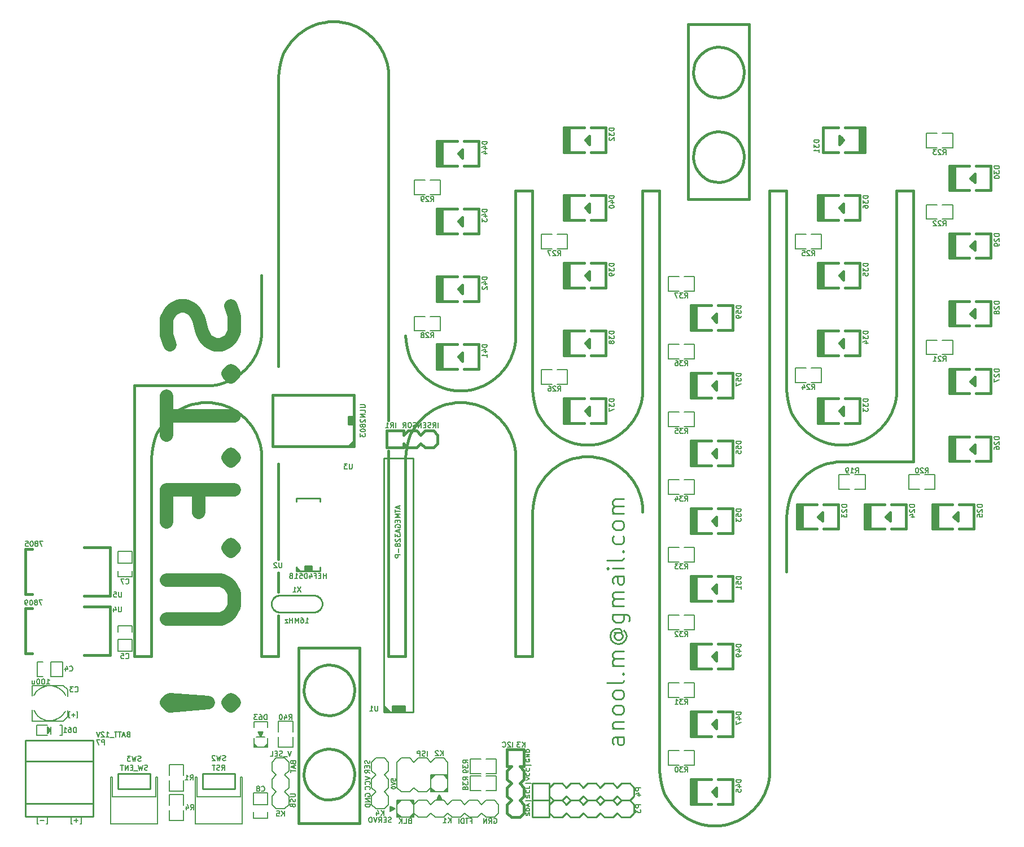
<source format=gbo>
G04 (created by PCBNEW-RS274X (2011-12-28 BZR 3254)-stable) date 7/17/2012 5:32:20 PM*
G01*
G70*
G90*
%MOIN*%
G04 Gerber Fmt 3.4, Leading zero omitted, Abs format*
%FSLAX34Y34*%
G04 APERTURE LIST*
%ADD10C,0.006000*%
%ADD11C,0.010000*%
%ADD12C,0.080000*%
%ADD13C,0.015000*%
%ADD14C,0.005000*%
G04 APERTURE END LIST*
G54D10*
G54D11*
X50905Y-54759D02*
X50381Y-54759D01*
X50286Y-54807D01*
X50238Y-54902D01*
X50238Y-55093D01*
X50286Y-55188D01*
X50857Y-54759D02*
X50905Y-54855D01*
X50905Y-55093D01*
X50857Y-55188D01*
X50762Y-55236D01*
X50667Y-55236D01*
X50571Y-55188D01*
X50524Y-55093D01*
X50524Y-54855D01*
X50476Y-54759D01*
X50238Y-54283D02*
X50905Y-54283D01*
X50333Y-54283D02*
X50286Y-54235D01*
X50238Y-54140D01*
X50238Y-53997D01*
X50286Y-53902D01*
X50381Y-53854D01*
X50905Y-53854D01*
X50905Y-53235D02*
X50857Y-53330D01*
X50810Y-53378D01*
X50714Y-53426D01*
X50429Y-53426D01*
X50333Y-53378D01*
X50286Y-53330D01*
X50238Y-53235D01*
X50238Y-53092D01*
X50286Y-52997D01*
X50333Y-52949D01*
X50429Y-52902D01*
X50714Y-52902D01*
X50810Y-52949D01*
X50857Y-52997D01*
X50905Y-53092D01*
X50905Y-53235D01*
X50905Y-52330D02*
X50857Y-52425D01*
X50810Y-52473D01*
X50714Y-52521D01*
X50429Y-52521D01*
X50333Y-52473D01*
X50286Y-52425D01*
X50238Y-52330D01*
X50238Y-52187D01*
X50286Y-52092D01*
X50333Y-52044D01*
X50429Y-51997D01*
X50714Y-51997D01*
X50810Y-52044D01*
X50857Y-52092D01*
X50905Y-52187D01*
X50905Y-52330D01*
X50905Y-51425D02*
X50857Y-51520D01*
X50762Y-51568D01*
X49905Y-51568D01*
X50810Y-51044D02*
X50857Y-50996D01*
X50905Y-51044D01*
X50857Y-51092D01*
X50810Y-51044D01*
X50905Y-51044D01*
X50905Y-50568D02*
X50238Y-50568D01*
X50333Y-50568D02*
X50286Y-50520D01*
X50238Y-50425D01*
X50238Y-50282D01*
X50286Y-50187D01*
X50381Y-50139D01*
X50905Y-50139D01*
X50381Y-50139D02*
X50286Y-50092D01*
X50238Y-49996D01*
X50238Y-49854D01*
X50286Y-49758D01*
X50381Y-49711D01*
X50905Y-49711D01*
X50429Y-48616D02*
X50381Y-48663D01*
X50333Y-48759D01*
X50333Y-48854D01*
X50381Y-48949D01*
X50429Y-48997D01*
X50524Y-49044D01*
X50619Y-49044D01*
X50714Y-48997D01*
X50762Y-48949D01*
X50810Y-48854D01*
X50810Y-48759D01*
X50762Y-48663D01*
X50714Y-48616D01*
X50333Y-48616D02*
X50714Y-48616D01*
X50762Y-48568D01*
X50762Y-48521D01*
X50714Y-48425D01*
X50619Y-48378D01*
X50381Y-48378D01*
X50238Y-48473D01*
X50143Y-48616D01*
X50095Y-48806D01*
X50143Y-48997D01*
X50238Y-49140D01*
X50381Y-49235D01*
X50571Y-49283D01*
X50762Y-49235D01*
X50905Y-49140D01*
X51000Y-48997D01*
X51048Y-48806D01*
X51000Y-48616D01*
X50905Y-48473D01*
X50238Y-47520D02*
X51048Y-47520D01*
X51143Y-47568D01*
X51190Y-47616D01*
X51238Y-47711D01*
X51238Y-47854D01*
X51190Y-47949D01*
X50857Y-47520D02*
X50905Y-47616D01*
X50905Y-47806D01*
X50857Y-47901D01*
X50810Y-47949D01*
X50714Y-47997D01*
X50429Y-47997D01*
X50333Y-47949D01*
X50286Y-47901D01*
X50238Y-47806D01*
X50238Y-47616D01*
X50286Y-47520D01*
X50905Y-47044D02*
X50238Y-47044D01*
X50333Y-47044D02*
X50286Y-46996D01*
X50238Y-46901D01*
X50238Y-46758D01*
X50286Y-46663D01*
X50381Y-46615D01*
X50905Y-46615D01*
X50381Y-46615D02*
X50286Y-46568D01*
X50238Y-46472D01*
X50238Y-46330D01*
X50286Y-46234D01*
X50381Y-46187D01*
X50905Y-46187D01*
X50905Y-45282D02*
X50381Y-45282D01*
X50286Y-45330D01*
X50238Y-45425D01*
X50238Y-45616D01*
X50286Y-45711D01*
X50857Y-45282D02*
X50905Y-45378D01*
X50905Y-45616D01*
X50857Y-45711D01*
X50762Y-45759D01*
X50667Y-45759D01*
X50571Y-45711D01*
X50524Y-45616D01*
X50524Y-45378D01*
X50476Y-45282D01*
X50905Y-44806D02*
X50238Y-44806D01*
X49905Y-44806D02*
X49952Y-44854D01*
X50000Y-44806D01*
X49952Y-44758D01*
X49905Y-44806D01*
X50000Y-44806D01*
X50905Y-44187D02*
X50857Y-44282D01*
X50762Y-44330D01*
X49905Y-44330D01*
X50810Y-43806D02*
X50857Y-43758D01*
X50905Y-43806D01*
X50857Y-43854D01*
X50810Y-43806D01*
X50905Y-43806D01*
X50857Y-42901D02*
X50905Y-42997D01*
X50905Y-43187D01*
X50857Y-43282D01*
X50810Y-43330D01*
X50714Y-43378D01*
X50429Y-43378D01*
X50333Y-43330D01*
X50286Y-43282D01*
X50238Y-43187D01*
X50238Y-42997D01*
X50286Y-42901D01*
X50905Y-42330D02*
X50857Y-42425D01*
X50810Y-42473D01*
X50714Y-42521D01*
X50429Y-42521D01*
X50333Y-42473D01*
X50286Y-42425D01*
X50238Y-42330D01*
X50238Y-42187D01*
X50286Y-42092D01*
X50333Y-42044D01*
X50429Y-41997D01*
X50714Y-41997D01*
X50810Y-42044D01*
X50857Y-42092D01*
X50905Y-42187D01*
X50905Y-42330D01*
X50905Y-41568D02*
X50238Y-41568D01*
X50333Y-41568D02*
X50286Y-41520D01*
X50238Y-41425D01*
X50238Y-41282D01*
X50286Y-41187D01*
X50381Y-41139D01*
X50905Y-41139D01*
X50381Y-41139D02*
X50286Y-41092D01*
X50238Y-40996D01*
X50238Y-40854D01*
X50286Y-40758D01*
X50381Y-40711D01*
X50905Y-40711D01*
G54D12*
X27704Y-29315D02*
X27894Y-29886D01*
X27894Y-30839D01*
X27704Y-31220D01*
X27513Y-31410D01*
X27132Y-31601D01*
X26751Y-31601D01*
X26370Y-31410D01*
X26180Y-31220D01*
X25989Y-30839D01*
X25799Y-30077D01*
X25608Y-29696D01*
X25418Y-29505D01*
X25037Y-29315D01*
X24656Y-29315D01*
X24275Y-29505D01*
X24085Y-29696D01*
X23894Y-30077D01*
X23894Y-31029D01*
X24085Y-31601D01*
X27513Y-33315D02*
X27704Y-33506D01*
X27894Y-33315D01*
X27704Y-33125D01*
X27513Y-33315D01*
X27894Y-33315D01*
X23894Y-34649D02*
X23894Y-36935D01*
X27894Y-35792D02*
X23894Y-35792D01*
X27513Y-38268D02*
X27704Y-38459D01*
X27894Y-38268D01*
X27704Y-38078D01*
X27513Y-38268D01*
X27894Y-38268D01*
X25799Y-41507D02*
X25799Y-40173D01*
X27894Y-40173D02*
X23894Y-40173D01*
X23894Y-42078D01*
X27513Y-43602D02*
X27704Y-43793D01*
X27894Y-43602D01*
X27704Y-43412D01*
X27513Y-43602D01*
X27894Y-43602D01*
X23894Y-45507D02*
X27132Y-45507D01*
X27513Y-45698D01*
X27704Y-45888D01*
X27894Y-46269D01*
X27894Y-47031D01*
X27704Y-47412D01*
X27513Y-47603D01*
X27132Y-47793D01*
X23894Y-47793D01*
X27513Y-52745D02*
X27704Y-52936D01*
X27894Y-52745D01*
X27704Y-52555D01*
X27513Y-52745D01*
X27894Y-52745D01*
X26370Y-52745D02*
X24085Y-52555D01*
X23894Y-52745D01*
X24085Y-52936D01*
X26370Y-52745D01*
X23894Y-52745D01*
G54D13*
X58000Y-15500D02*
X57971Y-15791D01*
X57886Y-16071D01*
X57749Y-16330D01*
X57564Y-16556D01*
X57338Y-16743D01*
X57081Y-16882D01*
X56801Y-16969D01*
X56510Y-16999D01*
X56219Y-16973D01*
X55939Y-16890D01*
X55679Y-16755D01*
X55451Y-16571D01*
X55263Y-16347D01*
X55122Y-16090D01*
X55033Y-15811D01*
X55001Y-15520D01*
X55025Y-15230D01*
X55106Y-14948D01*
X55240Y-14688D01*
X55421Y-14459D01*
X55644Y-14269D01*
X55900Y-14126D01*
X56178Y-14035D01*
X56469Y-14001D01*
X56760Y-14023D01*
X57042Y-14102D01*
X57303Y-14234D01*
X57534Y-14414D01*
X57725Y-14636D01*
X57870Y-14890D01*
X57962Y-15168D01*
X57999Y-15459D01*
X58000Y-15500D01*
X58000Y-20500D02*
X57971Y-20791D01*
X57886Y-21071D01*
X57749Y-21330D01*
X57564Y-21556D01*
X57338Y-21743D01*
X57081Y-21882D01*
X56801Y-21969D01*
X56510Y-21999D01*
X56219Y-21973D01*
X55939Y-21890D01*
X55679Y-21755D01*
X55451Y-21571D01*
X55263Y-21347D01*
X55122Y-21090D01*
X55033Y-20811D01*
X55001Y-20520D01*
X55025Y-20230D01*
X55106Y-19948D01*
X55240Y-19688D01*
X55421Y-19459D01*
X55644Y-19269D01*
X55900Y-19126D01*
X56178Y-19035D01*
X56469Y-19001D01*
X56760Y-19023D01*
X57042Y-19102D01*
X57303Y-19234D01*
X57534Y-19414D01*
X57725Y-19636D01*
X57870Y-19890D01*
X57962Y-20168D01*
X57999Y-20459D01*
X58000Y-20500D01*
X35003Y-56975D02*
X34974Y-57266D01*
X34889Y-57547D01*
X34751Y-57806D01*
X34566Y-58034D01*
X34340Y-58221D01*
X34082Y-58360D01*
X33802Y-58447D01*
X33510Y-58477D01*
X33219Y-58451D01*
X32937Y-58368D01*
X32678Y-58232D01*
X32449Y-58048D01*
X32260Y-57824D01*
X32119Y-57567D01*
X32030Y-57287D01*
X31998Y-56995D01*
X32022Y-56704D01*
X32103Y-56422D01*
X32237Y-56161D01*
X32419Y-55931D01*
X32643Y-55741D01*
X32899Y-55598D01*
X33178Y-55508D01*
X33469Y-55473D01*
X33760Y-55495D01*
X34043Y-55574D01*
X34305Y-55706D01*
X34536Y-55887D01*
X34728Y-56109D01*
X34873Y-56364D01*
X34965Y-56643D01*
X35002Y-56934D01*
X35003Y-56975D01*
X35000Y-52000D02*
X34971Y-52291D01*
X34886Y-52571D01*
X34749Y-52830D01*
X34564Y-53056D01*
X34338Y-53243D01*
X34081Y-53382D01*
X33801Y-53469D01*
X33510Y-53499D01*
X33219Y-53473D01*
X32939Y-53390D01*
X32679Y-53255D01*
X32451Y-53071D01*
X32263Y-52847D01*
X32122Y-52590D01*
X32033Y-52311D01*
X32001Y-52020D01*
X32025Y-51730D01*
X32106Y-51448D01*
X32240Y-51188D01*
X32421Y-50959D01*
X32644Y-50769D01*
X32900Y-50626D01*
X33178Y-50535D01*
X33469Y-50501D01*
X33760Y-50523D01*
X34042Y-50602D01*
X34303Y-50734D01*
X34534Y-50914D01*
X34725Y-51136D01*
X34870Y-51390D01*
X34962Y-51668D01*
X34999Y-51959D01*
X35000Y-52000D01*
X54700Y-12650D02*
X56500Y-12650D01*
X54700Y-15500D02*
X54700Y-12650D01*
X54700Y-20500D02*
X54700Y-15500D01*
X54700Y-23000D02*
X54700Y-20500D01*
X58300Y-23000D02*
X54700Y-23000D01*
X58300Y-20500D02*
X58300Y-23000D01*
X58300Y-15500D02*
X58300Y-20500D01*
X58300Y-12650D02*
X58300Y-15500D01*
X56500Y-12650D02*
X58300Y-12650D01*
X31700Y-59850D02*
X31700Y-49500D01*
X35300Y-59850D02*
X31700Y-59850D01*
X35300Y-49500D02*
X35300Y-59850D01*
X31700Y-49500D02*
X35300Y-49500D01*
X60500Y-41750D02*
X60500Y-45000D01*
X68000Y-38500D02*
X63750Y-38500D01*
X68000Y-22500D02*
X68000Y-38500D01*
X67000Y-34250D02*
X67000Y-22500D01*
X60500Y-22500D02*
X60500Y-34250D01*
X59500Y-56750D02*
X59500Y-22500D01*
X53000Y-22500D02*
X53000Y-56750D01*
X52000Y-34250D02*
X52000Y-22500D01*
X45500Y-22500D02*
X45500Y-34250D01*
X44500Y-31050D02*
X44500Y-22500D01*
X63750Y-38500D02*
X63467Y-38513D01*
X63186Y-38550D01*
X62909Y-38611D01*
X62639Y-38696D01*
X62377Y-38805D01*
X62126Y-38936D01*
X61886Y-39088D01*
X61661Y-39261D01*
X61452Y-39452D01*
X61261Y-39661D01*
X61088Y-39886D01*
X60936Y-40126D01*
X60805Y-40377D01*
X60696Y-40639D01*
X60611Y-40909D01*
X60550Y-41186D01*
X60513Y-41467D01*
X60500Y-41750D01*
X63750Y-37500D02*
X64033Y-37487D01*
X64314Y-37450D01*
X64591Y-37389D01*
X64861Y-37304D01*
X65123Y-37195D01*
X65375Y-37064D01*
X65614Y-36912D01*
X65839Y-36739D01*
X66048Y-36548D01*
X66239Y-36339D01*
X66412Y-36114D01*
X66564Y-35874D01*
X66695Y-35623D01*
X66804Y-35361D01*
X66889Y-35091D01*
X66950Y-34814D01*
X66987Y-34533D01*
X67000Y-34250D01*
X60500Y-34250D02*
X60513Y-34533D01*
X60550Y-34814D01*
X60611Y-35091D01*
X60696Y-35361D01*
X60805Y-35623D01*
X60936Y-35874D01*
X61088Y-36114D01*
X61261Y-36339D01*
X61452Y-36548D01*
X61661Y-36739D01*
X61886Y-36912D01*
X62126Y-37064D01*
X62377Y-37195D01*
X62639Y-37304D01*
X62909Y-37389D01*
X63186Y-37450D01*
X63467Y-37487D01*
X63750Y-37500D01*
X56250Y-60000D02*
X56533Y-59987D01*
X56814Y-59950D01*
X57091Y-59889D01*
X57361Y-59804D01*
X57623Y-59695D01*
X57875Y-59564D01*
X58114Y-59412D01*
X58339Y-59239D01*
X58548Y-59048D01*
X58739Y-58839D01*
X58912Y-58614D01*
X59064Y-58374D01*
X59195Y-58123D01*
X59304Y-57861D01*
X59389Y-57591D01*
X59450Y-57314D01*
X59487Y-57033D01*
X59500Y-56750D01*
X53000Y-56750D02*
X53013Y-57033D01*
X53050Y-57314D01*
X53111Y-57591D01*
X53196Y-57861D01*
X53305Y-58123D01*
X53436Y-58374D01*
X53588Y-58614D01*
X53761Y-58839D01*
X53952Y-59048D01*
X54161Y-59239D01*
X54386Y-59412D01*
X54626Y-59564D01*
X54877Y-59695D01*
X55139Y-59804D01*
X55409Y-59889D01*
X55686Y-59950D01*
X55967Y-59987D01*
X56250Y-60000D01*
X48750Y-37500D02*
X49033Y-37487D01*
X49314Y-37450D01*
X49591Y-37389D01*
X49861Y-37304D01*
X50123Y-37195D01*
X50375Y-37064D01*
X50614Y-36912D01*
X50839Y-36739D01*
X51048Y-36548D01*
X51239Y-36339D01*
X51412Y-36114D01*
X51564Y-35874D01*
X51695Y-35623D01*
X51804Y-35361D01*
X51889Y-35091D01*
X51950Y-34814D01*
X51987Y-34533D01*
X52000Y-34250D01*
X45500Y-34250D02*
X45513Y-34533D01*
X45550Y-34814D01*
X45611Y-35091D01*
X45696Y-35361D01*
X45805Y-35623D01*
X45936Y-35874D01*
X46088Y-36114D01*
X46261Y-36339D01*
X46452Y-36548D01*
X46661Y-36739D01*
X46886Y-36912D01*
X47126Y-37064D01*
X47377Y-37195D01*
X47639Y-37304D01*
X47909Y-37389D01*
X48186Y-37450D01*
X48467Y-37487D01*
X48750Y-37500D01*
X41250Y-34300D02*
X41533Y-34287D01*
X41814Y-34250D01*
X42091Y-34189D01*
X42361Y-34104D01*
X42623Y-33995D01*
X42875Y-33864D01*
X43114Y-33712D01*
X43339Y-33539D01*
X43548Y-33348D01*
X43739Y-33139D01*
X43912Y-32914D01*
X44064Y-32674D01*
X44195Y-32423D01*
X44304Y-32161D01*
X44389Y-31891D01*
X44450Y-31614D01*
X44487Y-31333D01*
X44500Y-31050D01*
X38000Y-31050D02*
X38013Y-31333D01*
X38050Y-31614D01*
X38111Y-31891D01*
X38196Y-32161D01*
X38305Y-32423D01*
X38436Y-32674D01*
X38588Y-32914D01*
X38761Y-33139D01*
X38952Y-33348D01*
X39161Y-33539D01*
X39386Y-33712D01*
X39626Y-33864D01*
X39877Y-33995D01*
X40139Y-34104D01*
X40409Y-34189D01*
X40686Y-34250D01*
X40967Y-34287D01*
X41250Y-34300D01*
X67000Y-22500D02*
X68000Y-22500D01*
X59500Y-22500D02*
X60500Y-22500D01*
X52000Y-22500D02*
X53000Y-22500D01*
X44500Y-22500D02*
X45500Y-22500D01*
X29500Y-30750D02*
X29500Y-27500D01*
X22000Y-34000D02*
X26250Y-34000D01*
X22000Y-50000D02*
X22000Y-34000D01*
X23000Y-38250D02*
X23000Y-50000D01*
X29500Y-50000D02*
X29500Y-38250D01*
X30500Y-47600D02*
X30500Y-50000D01*
X30500Y-45075D02*
X30500Y-46200D01*
X30500Y-38625D02*
X30500Y-44250D01*
X30500Y-15750D02*
X30500Y-32850D01*
X37000Y-36050D02*
X37000Y-15750D01*
X37000Y-50000D02*
X37000Y-37850D01*
X38000Y-50000D02*
X38000Y-38275D01*
X44500Y-50000D02*
X44500Y-38250D01*
X45500Y-41450D02*
X45500Y-50000D01*
X33750Y-12500D02*
X33467Y-12513D01*
X33186Y-12550D01*
X32909Y-12611D01*
X32639Y-12696D01*
X32377Y-12805D01*
X32126Y-12936D01*
X31886Y-13088D01*
X31661Y-13261D01*
X31452Y-13452D01*
X31261Y-13661D01*
X31088Y-13886D01*
X30936Y-14126D01*
X30805Y-14377D01*
X30696Y-14639D01*
X30611Y-14909D01*
X30550Y-15186D01*
X30513Y-15467D01*
X30500Y-15750D01*
X37000Y-15750D02*
X36987Y-15467D01*
X36950Y-15186D01*
X36889Y-14909D01*
X36804Y-14639D01*
X36695Y-14377D01*
X36564Y-14126D01*
X36412Y-13886D01*
X36239Y-13661D01*
X36048Y-13452D01*
X35839Y-13261D01*
X35614Y-13088D01*
X35375Y-12936D01*
X35123Y-12805D01*
X34861Y-12696D01*
X34591Y-12611D01*
X34314Y-12550D01*
X34033Y-12513D01*
X33750Y-12500D01*
X48750Y-38200D02*
X48467Y-38213D01*
X48186Y-38250D01*
X47909Y-38311D01*
X47639Y-38396D01*
X47377Y-38505D01*
X47126Y-38636D01*
X46886Y-38788D01*
X46661Y-38961D01*
X46452Y-39152D01*
X46261Y-39361D01*
X46088Y-39586D01*
X45936Y-39826D01*
X45805Y-40077D01*
X45696Y-40339D01*
X45611Y-40609D01*
X45550Y-40886D01*
X45513Y-41167D01*
X45500Y-41450D01*
X52000Y-41450D02*
X51987Y-41167D01*
X51950Y-40886D01*
X51889Y-40609D01*
X51804Y-40339D01*
X51695Y-40077D01*
X51564Y-39826D01*
X51412Y-39586D01*
X51239Y-39361D01*
X51048Y-39152D01*
X50839Y-38961D01*
X50614Y-38788D01*
X50375Y-38636D01*
X50123Y-38505D01*
X49861Y-38396D01*
X49591Y-38311D01*
X49314Y-38250D01*
X49033Y-38213D01*
X48750Y-38200D01*
X41250Y-35000D02*
X40967Y-35013D01*
X40686Y-35050D01*
X40409Y-35111D01*
X40139Y-35196D01*
X39877Y-35305D01*
X39626Y-35436D01*
X39386Y-35588D01*
X39161Y-35761D01*
X38952Y-35952D01*
X38761Y-36161D01*
X38588Y-36386D01*
X38436Y-36626D01*
X38305Y-36877D01*
X38196Y-37139D01*
X38111Y-37409D01*
X38050Y-37686D01*
X38013Y-37967D01*
X38000Y-38250D01*
X44500Y-38250D02*
X44487Y-37967D01*
X44450Y-37686D01*
X44389Y-37409D01*
X44304Y-37139D01*
X44195Y-36877D01*
X44064Y-36626D01*
X43912Y-36386D01*
X43739Y-36161D01*
X43548Y-35952D01*
X43339Y-35761D01*
X43114Y-35588D01*
X42875Y-35436D01*
X42623Y-35305D01*
X42361Y-35196D01*
X42091Y-35111D01*
X41814Y-35050D01*
X41533Y-35013D01*
X41250Y-35000D01*
X26250Y-35000D02*
X25967Y-35013D01*
X25686Y-35050D01*
X25409Y-35111D01*
X25139Y-35196D01*
X24877Y-35305D01*
X24626Y-35436D01*
X24386Y-35588D01*
X24161Y-35761D01*
X23952Y-35952D01*
X23761Y-36161D01*
X23588Y-36386D01*
X23436Y-36626D01*
X23305Y-36877D01*
X23196Y-37139D01*
X23111Y-37409D01*
X23050Y-37686D01*
X23013Y-37967D01*
X23000Y-38250D01*
X29500Y-38250D02*
X29487Y-37967D01*
X29450Y-37686D01*
X29389Y-37409D01*
X29304Y-37139D01*
X29195Y-36877D01*
X29064Y-36626D01*
X28912Y-36386D01*
X28739Y-36161D01*
X28548Y-35952D01*
X28339Y-35761D01*
X28114Y-35588D01*
X27875Y-35436D01*
X27623Y-35305D01*
X27361Y-35196D01*
X27091Y-35111D01*
X26814Y-35050D01*
X26533Y-35013D01*
X26250Y-35000D01*
X26250Y-34000D02*
X26533Y-33987D01*
X26814Y-33950D01*
X27091Y-33889D01*
X27361Y-33804D01*
X27623Y-33695D01*
X27875Y-33564D01*
X28114Y-33412D01*
X28339Y-33239D01*
X28548Y-33048D01*
X28739Y-32839D01*
X28912Y-32614D01*
X29064Y-32374D01*
X29195Y-32123D01*
X29304Y-31861D01*
X29389Y-31591D01*
X29450Y-31314D01*
X29487Y-31033D01*
X29500Y-30750D01*
X44500Y-50000D02*
X45500Y-50000D01*
X37000Y-50000D02*
X38000Y-50000D01*
X29500Y-50000D02*
X30500Y-50000D01*
X22000Y-50000D02*
X23000Y-50000D01*
G54D14*
X18322Y-59901D02*
X18251Y-59901D01*
X18251Y-59473D01*
X18322Y-59473D01*
X18436Y-59687D02*
X18665Y-59687D01*
X18551Y-59801D02*
X18551Y-59573D01*
X18779Y-59901D02*
X18850Y-59901D01*
X18850Y-59473D01*
X18779Y-59473D01*
X16322Y-59901D02*
X16251Y-59901D01*
X16251Y-59473D01*
X16322Y-59473D01*
X16436Y-59687D02*
X16665Y-59687D01*
X16779Y-59901D02*
X16850Y-59901D01*
X16850Y-59473D01*
X16779Y-59473D01*
X45329Y-59404D02*
X45339Y-59364D01*
X45339Y-59297D01*
X45329Y-59270D01*
X45318Y-59257D01*
X45297Y-59244D01*
X45276Y-59244D01*
X45255Y-59257D01*
X45245Y-59270D01*
X45234Y-59297D01*
X45224Y-59350D01*
X45213Y-59377D01*
X45203Y-59390D01*
X45182Y-59404D01*
X45161Y-59404D01*
X45140Y-59390D01*
X45130Y-59377D01*
X45119Y-59350D01*
X45119Y-59284D01*
X45130Y-59244D01*
X45339Y-59123D02*
X45119Y-59123D01*
X45119Y-59057D01*
X45130Y-59017D01*
X45150Y-58990D01*
X45171Y-58977D01*
X45213Y-58963D01*
X45245Y-58963D01*
X45287Y-58977D01*
X45308Y-58990D01*
X45329Y-59017D01*
X45339Y-59057D01*
X45339Y-59123D01*
X45276Y-58857D02*
X45276Y-58723D01*
X45339Y-58883D02*
X45119Y-58790D01*
X45339Y-58697D01*
X45412Y-58537D02*
X45098Y-58537D01*
X45329Y-58350D02*
X45339Y-58310D01*
X45339Y-58243D01*
X45329Y-58216D01*
X45318Y-58203D01*
X45297Y-58190D01*
X45276Y-58190D01*
X45255Y-58203D01*
X45245Y-58216D01*
X45234Y-58243D01*
X45224Y-58296D01*
X45213Y-58323D01*
X45203Y-58336D01*
X45182Y-58350D01*
X45161Y-58350D01*
X45140Y-58336D01*
X45130Y-58323D01*
X45119Y-58296D01*
X45119Y-58230D01*
X45130Y-58190D01*
X45318Y-57909D02*
X45329Y-57923D01*
X45339Y-57963D01*
X45339Y-57989D01*
X45329Y-58029D01*
X45308Y-58056D01*
X45287Y-58069D01*
X45245Y-58083D01*
X45213Y-58083D01*
X45171Y-58069D01*
X45150Y-58056D01*
X45130Y-58029D01*
X45119Y-57989D01*
X45119Y-57963D01*
X45130Y-57923D01*
X45140Y-57909D01*
X45339Y-57656D02*
X45339Y-57789D01*
X45119Y-57789D01*
X45412Y-57496D02*
X45098Y-57496D01*
X45119Y-57335D02*
X45339Y-57242D01*
X45119Y-57149D01*
X45318Y-56895D02*
X45329Y-56909D01*
X45339Y-56949D01*
X45339Y-56975D01*
X45329Y-57015D01*
X45308Y-57042D01*
X45287Y-57055D01*
X45245Y-57069D01*
X45213Y-57069D01*
X45171Y-57055D01*
X45150Y-57042D01*
X45130Y-57015D01*
X45119Y-56975D01*
X45119Y-56949D01*
X45130Y-56909D01*
X45140Y-56895D01*
X45318Y-56615D02*
X45329Y-56629D01*
X45339Y-56669D01*
X45339Y-56695D01*
X45329Y-56735D01*
X45308Y-56762D01*
X45287Y-56775D01*
X45245Y-56789D01*
X45213Y-56789D01*
X45171Y-56775D01*
X45150Y-56762D01*
X45130Y-56735D01*
X45119Y-56695D01*
X45119Y-56669D01*
X45130Y-56629D01*
X45140Y-56615D01*
X45412Y-56429D02*
X45098Y-56429D01*
X45130Y-56082D02*
X45119Y-56108D01*
X45119Y-56148D01*
X45130Y-56188D01*
X45150Y-56215D01*
X45171Y-56228D01*
X45213Y-56242D01*
X45245Y-56242D01*
X45287Y-56228D01*
X45308Y-56215D01*
X45329Y-56188D01*
X45339Y-56148D01*
X45339Y-56122D01*
X45329Y-56082D01*
X45318Y-56068D01*
X45245Y-56068D01*
X45245Y-56122D01*
X45339Y-55948D02*
X45119Y-55948D01*
X45339Y-55788D01*
X45119Y-55788D01*
X45339Y-55655D02*
X45119Y-55655D01*
X45119Y-55589D01*
X45130Y-55549D01*
X45150Y-55522D01*
X45171Y-55509D01*
X45213Y-55495D01*
X45245Y-55495D01*
X45287Y-55509D01*
X45308Y-55522D01*
X45329Y-55549D01*
X45339Y-55589D01*
X45339Y-55655D01*
X35636Y-58272D02*
X35621Y-58243D01*
X35621Y-58200D01*
X35636Y-58157D01*
X35664Y-58129D01*
X35693Y-58114D01*
X35750Y-58100D01*
X35793Y-58100D01*
X35850Y-58114D01*
X35879Y-58129D01*
X35907Y-58157D01*
X35921Y-58200D01*
X35921Y-58229D01*
X35907Y-58272D01*
X35893Y-58286D01*
X35793Y-58286D01*
X35793Y-58229D01*
X35921Y-58414D02*
X35621Y-58414D01*
X35921Y-58586D01*
X35621Y-58586D01*
X35921Y-58728D02*
X35621Y-58728D01*
X35621Y-58800D01*
X35636Y-58843D01*
X35664Y-58871D01*
X35693Y-58886D01*
X35750Y-58900D01*
X35793Y-58900D01*
X35850Y-58886D01*
X35879Y-58871D01*
X35907Y-58843D01*
X35921Y-58800D01*
X35921Y-58728D01*
G54D10*
X69700Y-31325D02*
X70325Y-31325D01*
X70325Y-31325D02*
X70325Y-32175D01*
X70325Y-32175D02*
X69700Y-32175D01*
X69400Y-32175D02*
X68800Y-32175D01*
X68800Y-32175D02*
X68775Y-32175D01*
X68775Y-32175D02*
X68775Y-31325D01*
X68775Y-31325D02*
X69400Y-31325D01*
X54450Y-47575D02*
X55075Y-47575D01*
X55075Y-47575D02*
X55075Y-48425D01*
X55075Y-48425D02*
X54450Y-48425D01*
X54150Y-48425D02*
X53550Y-48425D01*
X53550Y-48425D02*
X53525Y-48425D01*
X53525Y-48425D02*
X53525Y-47575D01*
X53525Y-47575D02*
X54150Y-47575D01*
X54450Y-27575D02*
X55075Y-27575D01*
X55075Y-27575D02*
X55075Y-28425D01*
X55075Y-28425D02*
X54450Y-28425D01*
X54150Y-28425D02*
X53550Y-28425D01*
X53550Y-28425D02*
X53525Y-28425D01*
X53525Y-28425D02*
X53525Y-27575D01*
X53525Y-27575D02*
X54150Y-27575D01*
X54450Y-31575D02*
X55075Y-31575D01*
X55075Y-31575D02*
X55075Y-32425D01*
X55075Y-32425D02*
X54450Y-32425D01*
X54150Y-32425D02*
X53550Y-32425D01*
X53550Y-32425D02*
X53525Y-32425D01*
X53525Y-32425D02*
X53525Y-31575D01*
X53525Y-31575D02*
X54150Y-31575D01*
X54450Y-35575D02*
X55075Y-35575D01*
X55075Y-35575D02*
X55075Y-36425D01*
X55075Y-36425D02*
X54450Y-36425D01*
X54150Y-36425D02*
X53550Y-36425D01*
X53550Y-36425D02*
X53525Y-36425D01*
X53525Y-36425D02*
X53525Y-35575D01*
X53525Y-35575D02*
X54150Y-35575D01*
X54450Y-39575D02*
X55075Y-39575D01*
X55075Y-39575D02*
X55075Y-40425D01*
X55075Y-40425D02*
X54450Y-40425D01*
X54150Y-40425D02*
X53550Y-40425D01*
X53550Y-40425D02*
X53525Y-40425D01*
X53525Y-40425D02*
X53525Y-39575D01*
X53525Y-39575D02*
X54150Y-39575D01*
X54450Y-43575D02*
X55075Y-43575D01*
X55075Y-43575D02*
X55075Y-44425D01*
X55075Y-44425D02*
X54450Y-44425D01*
X54150Y-44425D02*
X53550Y-44425D01*
X53550Y-44425D02*
X53525Y-44425D01*
X53525Y-44425D02*
X53525Y-43575D01*
X53525Y-43575D02*
X54150Y-43575D01*
X54450Y-51575D02*
X55075Y-51575D01*
X55075Y-51575D02*
X55075Y-52425D01*
X55075Y-52425D02*
X54450Y-52425D01*
X54150Y-52425D02*
X53550Y-52425D01*
X53550Y-52425D02*
X53525Y-52425D01*
X53525Y-52425D02*
X53525Y-51575D01*
X53525Y-51575D02*
X54150Y-51575D01*
X54450Y-55575D02*
X55075Y-55575D01*
X55075Y-55575D02*
X55075Y-56425D01*
X55075Y-56425D02*
X54450Y-56425D01*
X54150Y-56425D02*
X53550Y-56425D01*
X53550Y-56425D02*
X53525Y-56425D01*
X53525Y-56425D02*
X53525Y-55575D01*
X53525Y-55575D02*
X54150Y-55575D01*
X64225Y-40125D02*
X63600Y-40125D01*
X63600Y-40125D02*
X63600Y-39275D01*
X63600Y-39275D02*
X64225Y-39275D01*
X64525Y-39275D02*
X65125Y-39275D01*
X65125Y-39275D02*
X65150Y-39275D01*
X65150Y-39275D02*
X65150Y-40125D01*
X65150Y-40125D02*
X64525Y-40125D01*
X68650Y-39275D02*
X69275Y-39275D01*
X69275Y-39275D02*
X69275Y-40125D01*
X69275Y-40125D02*
X68650Y-40125D01*
X68350Y-40125D02*
X67750Y-40125D01*
X67750Y-40125D02*
X67725Y-40125D01*
X67725Y-40125D02*
X67725Y-39275D01*
X67725Y-39275D02*
X68350Y-39275D01*
X69700Y-23325D02*
X70325Y-23325D01*
X70325Y-23325D02*
X70325Y-24175D01*
X70325Y-24175D02*
X69700Y-24175D01*
X69400Y-24175D02*
X68800Y-24175D01*
X68800Y-24175D02*
X68775Y-24175D01*
X68775Y-24175D02*
X68775Y-23325D01*
X68775Y-23325D02*
X69400Y-23325D01*
X69700Y-19100D02*
X70325Y-19100D01*
X70325Y-19100D02*
X70325Y-19950D01*
X70325Y-19950D02*
X69700Y-19950D01*
X69400Y-19950D02*
X68800Y-19950D01*
X68800Y-19950D02*
X68775Y-19950D01*
X68775Y-19950D02*
X68775Y-19100D01*
X68775Y-19100D02*
X69400Y-19100D01*
X61950Y-32975D02*
X62575Y-32975D01*
X62575Y-32975D02*
X62575Y-33825D01*
X62575Y-33825D02*
X61950Y-33825D01*
X61650Y-33825D02*
X61050Y-33825D01*
X61050Y-33825D02*
X61025Y-33825D01*
X61025Y-33825D02*
X61025Y-32975D01*
X61025Y-32975D02*
X61650Y-32975D01*
X61950Y-25075D02*
X62575Y-25075D01*
X62575Y-25075D02*
X62575Y-25925D01*
X62575Y-25925D02*
X61950Y-25925D01*
X61650Y-25925D02*
X61050Y-25925D01*
X61050Y-25925D02*
X61025Y-25925D01*
X61025Y-25925D02*
X61025Y-25075D01*
X61025Y-25075D02*
X61650Y-25075D01*
X39450Y-21875D02*
X40075Y-21875D01*
X40075Y-21875D02*
X40075Y-22725D01*
X40075Y-22725D02*
X39450Y-22725D01*
X39150Y-22725D02*
X38550Y-22725D01*
X38550Y-22725D02*
X38525Y-22725D01*
X38525Y-22725D02*
X38525Y-21875D01*
X38525Y-21875D02*
X39150Y-21875D01*
X46950Y-33075D02*
X47575Y-33075D01*
X47575Y-33075D02*
X47575Y-33925D01*
X47575Y-33925D02*
X46950Y-33925D01*
X46650Y-33925D02*
X46050Y-33925D01*
X46050Y-33925D02*
X46025Y-33925D01*
X46025Y-33925D02*
X46025Y-33075D01*
X46025Y-33075D02*
X46650Y-33075D01*
X46950Y-25075D02*
X47575Y-25075D01*
X47575Y-25075D02*
X47575Y-25925D01*
X47575Y-25925D02*
X46950Y-25925D01*
X46650Y-25925D02*
X46050Y-25925D01*
X46050Y-25925D02*
X46025Y-25925D01*
X46025Y-25925D02*
X46025Y-25075D01*
X46025Y-25075D02*
X46650Y-25075D01*
X39450Y-29925D02*
X40075Y-29925D01*
X40075Y-29925D02*
X40075Y-30775D01*
X40075Y-30775D02*
X39450Y-30775D01*
X39150Y-30775D02*
X38550Y-30775D01*
X38550Y-30775D02*
X38525Y-30775D01*
X38525Y-30775D02*
X38525Y-29925D01*
X38525Y-29925D02*
X39150Y-29925D01*
G54D11*
X32590Y-47400D02*
X30590Y-47400D01*
X32590Y-46400D02*
X30590Y-46400D01*
X30590Y-46400D02*
X30547Y-46402D01*
X30504Y-46408D01*
X30461Y-46418D01*
X30419Y-46431D01*
X30379Y-46447D01*
X30341Y-46467D01*
X30304Y-46491D01*
X30269Y-46517D01*
X30237Y-46547D01*
X30207Y-46579D01*
X30181Y-46614D01*
X30157Y-46651D01*
X30137Y-46689D01*
X30121Y-46729D01*
X30108Y-46771D01*
X30098Y-46814D01*
X30092Y-46857D01*
X30090Y-46900D01*
X30090Y-46900D02*
X30092Y-46943D01*
X30098Y-46986D01*
X30108Y-47029D01*
X30121Y-47071D01*
X30137Y-47111D01*
X30157Y-47150D01*
X30181Y-47186D01*
X30207Y-47221D01*
X30237Y-47253D01*
X30269Y-47283D01*
X30304Y-47309D01*
X30340Y-47333D01*
X30379Y-47353D01*
X30419Y-47369D01*
X30461Y-47382D01*
X30504Y-47392D01*
X30547Y-47398D01*
X30590Y-47400D01*
X33090Y-46900D02*
X33088Y-46857D01*
X33082Y-46814D01*
X33072Y-46771D01*
X33059Y-46729D01*
X33043Y-46689D01*
X33023Y-46651D01*
X32999Y-46614D01*
X32973Y-46579D01*
X32943Y-46547D01*
X32911Y-46517D01*
X32876Y-46491D01*
X32840Y-46467D01*
X32801Y-46447D01*
X32761Y-46431D01*
X32719Y-46418D01*
X32676Y-46408D01*
X32633Y-46402D01*
X32590Y-46400D01*
X32590Y-47400D02*
X32633Y-47398D01*
X32676Y-47392D01*
X32719Y-47382D01*
X32761Y-47369D01*
X32801Y-47353D01*
X32840Y-47333D01*
X32876Y-47309D01*
X32911Y-47283D01*
X32943Y-47253D01*
X32973Y-47221D01*
X32999Y-47186D01*
X33023Y-47149D01*
X33043Y-47111D01*
X33059Y-47071D01*
X33072Y-47029D01*
X33082Y-46986D01*
X33088Y-46943D01*
X33090Y-46900D01*
G54D14*
X17075Y-54600D02*
X17075Y-54150D01*
X17025Y-54350D02*
X17025Y-54425D01*
X16975Y-54275D02*
X16975Y-54475D01*
X16925Y-54225D02*
X16925Y-54525D01*
X16875Y-54375D02*
X16875Y-54575D01*
X16875Y-54575D02*
X17075Y-54375D01*
X17075Y-54375D02*
X16875Y-54175D01*
X16875Y-54175D02*
X16875Y-54375D01*
X17600Y-54075D02*
X17725Y-54075D01*
X17725Y-54075D02*
X17725Y-54675D01*
X17725Y-54675D02*
X17600Y-54675D01*
X16850Y-54675D02*
X16225Y-54675D01*
X16225Y-54675D02*
X16225Y-54075D01*
X16225Y-54075D02*
X16850Y-54075D01*
G54D13*
X34960Y-37605D02*
X30160Y-37605D01*
X34960Y-34555D02*
X30160Y-34555D01*
X34960Y-37305D02*
X34660Y-37605D01*
X34810Y-35880D02*
X34810Y-36280D01*
X34660Y-36280D02*
X34960Y-36280D01*
X34660Y-35880D02*
X34960Y-35880D01*
X34660Y-35880D02*
X34660Y-36280D01*
X30160Y-34555D02*
X30160Y-37605D01*
X34960Y-34555D02*
X34960Y-37605D01*
G54D11*
X31675Y-44950D02*
X31550Y-44825D01*
X31550Y-44725D02*
X31775Y-44950D01*
X32450Y-44850D02*
X32050Y-44850D01*
X32450Y-44750D02*
X32050Y-44750D01*
X32050Y-44650D02*
X32450Y-44650D01*
X32050Y-44650D02*
X32050Y-44950D01*
X32450Y-44650D02*
X32450Y-44950D01*
X32950Y-40650D02*
X31550Y-40650D01*
X32950Y-40650D02*
X32950Y-40875D01*
X31550Y-40650D02*
X31550Y-40875D01*
X31550Y-44950D02*
X31550Y-44725D01*
X32950Y-44950D02*
X32950Y-44725D01*
X31550Y-44950D02*
X32950Y-44950D01*
G54D10*
X24055Y-57040D02*
X24055Y-56415D01*
X24055Y-56415D02*
X24905Y-56415D01*
X24905Y-56415D02*
X24905Y-57040D01*
X24905Y-57340D02*
X24905Y-57940D01*
X24905Y-57940D02*
X24905Y-57965D01*
X24905Y-57965D02*
X24055Y-57965D01*
X24055Y-57965D02*
X24055Y-57340D01*
X24055Y-58790D02*
X24055Y-58165D01*
X24055Y-58165D02*
X24905Y-58165D01*
X24905Y-58165D02*
X24905Y-58790D01*
X24905Y-59090D02*
X24905Y-59690D01*
X24905Y-59690D02*
X24905Y-59715D01*
X24905Y-59715D02*
X24055Y-59715D01*
X24055Y-59715D02*
X24055Y-59090D01*
X30500Y-54450D02*
X30500Y-53825D01*
X30500Y-53825D02*
X31350Y-53825D01*
X31350Y-53825D02*
X31350Y-54450D01*
X31350Y-54750D02*
X31350Y-55350D01*
X31350Y-55350D02*
X31350Y-55375D01*
X31350Y-55375D02*
X30500Y-55375D01*
X30500Y-55375D02*
X30500Y-54750D01*
X42450Y-56925D02*
X41825Y-56925D01*
X41825Y-56925D02*
X41825Y-56075D01*
X41825Y-56075D02*
X42450Y-56075D01*
X42750Y-56075D02*
X43350Y-56075D01*
X43350Y-56075D02*
X43375Y-56075D01*
X43375Y-56075D02*
X43375Y-56925D01*
X43375Y-56925D02*
X42750Y-56925D01*
X42450Y-57925D02*
X41825Y-57925D01*
X41825Y-57925D02*
X41825Y-57075D01*
X41825Y-57075D02*
X42450Y-57075D01*
X42750Y-57075D02*
X43350Y-57075D01*
X43350Y-57075D02*
X43375Y-57075D01*
X43375Y-57075D02*
X43375Y-57925D01*
X43375Y-57925D02*
X42750Y-57925D01*
G54D13*
X45000Y-58750D02*
X44750Y-58500D01*
X45000Y-59250D02*
X45000Y-58750D01*
X44750Y-59500D02*
X45000Y-59250D01*
X44250Y-59500D02*
X44750Y-59500D01*
X44000Y-59250D02*
X44250Y-59500D01*
X44000Y-58750D02*
X44000Y-59250D01*
X44250Y-58500D02*
X44000Y-58750D01*
X44500Y-55500D02*
X44000Y-55500D01*
X44000Y-55500D02*
X44000Y-56500D01*
X44000Y-56500D02*
X44250Y-56500D01*
X44250Y-56500D02*
X44000Y-56750D01*
X44000Y-56750D02*
X44000Y-57000D01*
X44000Y-57000D02*
X44000Y-57250D01*
X44000Y-57250D02*
X44250Y-57500D01*
X44250Y-57500D02*
X44000Y-57750D01*
X44000Y-57750D02*
X44000Y-58250D01*
X44000Y-58250D02*
X44250Y-58500D01*
X44750Y-58500D02*
X45000Y-58250D01*
X45000Y-58250D02*
X45000Y-57750D01*
X45000Y-57750D02*
X44750Y-57500D01*
X44750Y-57500D02*
X45000Y-57250D01*
X45000Y-57250D02*
X45000Y-56750D01*
X45000Y-56750D02*
X44750Y-56500D01*
X44750Y-56500D02*
X45000Y-56500D01*
X45000Y-56500D02*
X45000Y-55500D01*
X45000Y-55500D02*
X44500Y-55500D01*
G54D10*
X40100Y-58450D02*
X40100Y-58350D01*
X39900Y-58450D02*
X39900Y-58350D01*
X40050Y-58450D02*
X40050Y-58250D01*
X39950Y-58450D02*
X39950Y-58250D01*
X40000Y-58150D02*
X40000Y-58450D01*
X40000Y-58150D02*
X40150Y-58450D01*
X40150Y-58450D02*
X39850Y-58450D01*
X39850Y-58450D02*
X40000Y-58150D01*
X39650Y-57000D02*
X39650Y-57100D01*
X39600Y-57000D02*
X39600Y-57150D01*
X39550Y-57000D02*
X39550Y-57200D01*
X40350Y-57000D02*
X40350Y-57100D01*
X40400Y-57000D02*
X40400Y-57150D01*
X40450Y-57000D02*
X40450Y-57200D01*
X40350Y-58000D02*
X40350Y-57900D01*
X40400Y-58000D02*
X40400Y-57850D01*
X40450Y-58000D02*
X40450Y-57800D01*
X39650Y-58000D02*
X39650Y-57900D01*
X39600Y-58000D02*
X39600Y-57850D01*
X39550Y-58000D02*
X39550Y-57800D01*
X39500Y-57250D02*
X39750Y-57000D01*
X40250Y-57000D02*
X40500Y-57250D01*
X39500Y-57000D02*
X39750Y-57000D01*
X39750Y-57000D02*
X40250Y-57000D01*
X40250Y-57000D02*
X40500Y-57000D01*
X39500Y-57000D02*
X39500Y-57250D01*
X39500Y-57250D02*
X39500Y-57750D01*
X40250Y-58000D02*
X40500Y-58000D01*
X40500Y-58000D02*
X40500Y-57750D01*
X39500Y-57750D02*
X39500Y-58000D01*
X39500Y-58000D02*
X39750Y-58000D01*
X38250Y-56000D02*
X37750Y-56000D01*
X39250Y-56000D02*
X38750Y-56000D01*
X40250Y-56000D02*
X39750Y-56000D01*
X40500Y-57750D02*
X40500Y-56250D01*
X39750Y-58000D02*
X40250Y-58000D01*
X38750Y-58000D02*
X39250Y-58000D01*
X37750Y-58000D02*
X38250Y-58000D01*
X37500Y-56250D02*
X37500Y-57750D01*
X40250Y-58000D02*
X40500Y-57750D01*
X39250Y-58000D02*
X39500Y-57750D01*
X39500Y-57750D02*
X39750Y-58000D01*
X38250Y-58000D02*
X38500Y-57750D01*
X38500Y-57750D02*
X38750Y-58000D01*
X37500Y-57750D02*
X37750Y-58000D01*
X37750Y-56000D02*
X37500Y-56250D01*
X38750Y-56000D02*
X38500Y-56250D01*
X38500Y-56250D02*
X38250Y-56000D01*
X39750Y-56000D02*
X39500Y-56250D01*
X39500Y-56250D02*
X39250Y-56000D01*
X40500Y-56250D02*
X40250Y-56000D01*
X37200Y-59100D02*
X37100Y-59100D01*
X37100Y-58900D02*
X37200Y-58900D01*
X37300Y-58950D02*
X37100Y-58950D01*
X37100Y-59050D02*
X37300Y-59050D01*
X37400Y-59000D02*
X37100Y-59150D01*
X37100Y-59150D02*
X37100Y-58850D01*
X37100Y-58850D02*
X37400Y-59000D01*
X37400Y-59000D02*
X37100Y-59000D01*
X38350Y-59475D02*
X38350Y-59425D01*
X38400Y-59475D02*
X38400Y-59375D01*
X38450Y-59475D02*
X38450Y-59325D01*
X37650Y-59475D02*
X37650Y-59425D01*
X37600Y-59475D02*
X37600Y-59375D01*
X37550Y-59475D02*
X37550Y-59325D01*
X37650Y-58525D02*
X37650Y-58575D01*
X37600Y-58525D02*
X37600Y-58625D01*
X37550Y-58525D02*
X37550Y-58675D01*
X38350Y-58525D02*
X38350Y-58575D01*
X38400Y-58525D02*
X38400Y-58600D01*
X38450Y-58525D02*
X38450Y-58675D01*
X38250Y-59500D02*
X38475Y-59500D01*
X38475Y-59500D02*
X38500Y-59500D01*
X38500Y-59500D02*
X38500Y-59275D01*
X37500Y-59250D02*
X37500Y-59500D01*
X37500Y-59500D02*
X37750Y-59500D01*
X38500Y-58750D02*
X38500Y-58500D01*
X38500Y-58500D02*
X38250Y-58500D01*
X37500Y-58750D02*
X37500Y-58500D01*
X37500Y-58500D02*
X37750Y-58500D01*
X38500Y-59250D02*
X38500Y-58750D01*
X37500Y-59250D02*
X37500Y-58750D01*
X37500Y-58750D02*
X37750Y-58500D01*
X37750Y-58500D02*
X38250Y-58500D01*
X38250Y-58500D02*
X38500Y-58750D01*
X38500Y-58750D02*
X38750Y-58500D01*
X38750Y-58500D02*
X39250Y-58500D01*
X39250Y-58500D02*
X39500Y-58750D01*
X39500Y-58750D02*
X39750Y-58500D01*
X39750Y-58500D02*
X40250Y-58500D01*
X40250Y-58500D02*
X40500Y-58750D01*
X40500Y-58750D02*
X40750Y-58500D01*
X40750Y-58500D02*
X41250Y-58500D01*
X41250Y-58500D02*
X41500Y-58750D01*
X41500Y-58750D02*
X41750Y-58500D01*
X41750Y-58500D02*
X42250Y-58500D01*
X42250Y-58500D02*
X42500Y-58750D01*
X42500Y-58750D02*
X42750Y-58500D01*
X42750Y-58500D02*
X43250Y-58500D01*
X43250Y-58500D02*
X43500Y-58750D01*
X43500Y-58750D02*
X43500Y-59250D01*
X43500Y-59250D02*
X43250Y-59500D01*
X43250Y-59500D02*
X42750Y-59500D01*
X42750Y-59500D02*
X42500Y-59250D01*
X42500Y-59250D02*
X42250Y-59500D01*
X42250Y-59500D02*
X41750Y-59500D01*
X41750Y-59500D02*
X41500Y-59250D01*
X41500Y-59250D02*
X41250Y-59500D01*
X41250Y-59500D02*
X40750Y-59500D01*
X40750Y-59500D02*
X40500Y-59250D01*
X40500Y-59250D02*
X40250Y-59500D01*
X40250Y-59500D02*
X39750Y-59500D01*
X39750Y-59500D02*
X39500Y-59250D01*
X39500Y-59250D02*
X39250Y-59500D01*
X39250Y-59500D02*
X38750Y-59500D01*
X38750Y-59500D02*
X38500Y-59250D01*
X38500Y-59250D02*
X38250Y-59500D01*
X38250Y-59500D02*
X37750Y-59500D01*
X37750Y-59500D02*
X37500Y-59250D01*
G54D11*
X36725Y-53100D02*
X36900Y-53100D01*
X36725Y-53200D02*
X37000Y-53200D01*
X37100Y-53300D02*
X36725Y-52925D01*
X37225Y-53225D02*
X37975Y-53225D01*
X37975Y-53125D02*
X37225Y-53125D01*
X37225Y-53025D02*
X37975Y-53025D01*
X37975Y-53300D02*
X37975Y-52925D01*
X37975Y-52925D02*
X37225Y-52925D01*
X37225Y-52925D02*
X37225Y-53300D01*
X36725Y-38300D02*
X38475Y-38300D01*
X36725Y-53300D02*
X38475Y-53300D01*
X38475Y-53300D02*
X38475Y-38300D01*
X36725Y-38300D02*
X36725Y-53300D01*
G54D10*
X17924Y-52301D02*
X17879Y-52222D01*
X17827Y-52147D01*
X17769Y-52078D01*
X17705Y-52013D01*
X17636Y-51955D01*
X17562Y-51902D01*
X17484Y-51856D01*
X17402Y-51818D01*
X17317Y-51786D01*
X17230Y-51762D01*
X17141Y-51746D01*
X17050Y-51738D01*
X16961Y-51737D01*
X16870Y-51745D01*
X16781Y-51760D01*
X16693Y-51783D01*
X16608Y-51814D01*
X16526Y-51851D01*
X17474Y-51851D02*
X17392Y-51814D01*
X17307Y-51783D01*
X17219Y-51760D01*
X17130Y-51745D01*
X17039Y-51737D01*
X16950Y-51738D01*
X16859Y-51746D01*
X16770Y-51762D01*
X16683Y-51786D01*
X16598Y-51818D01*
X16516Y-51856D01*
X16438Y-51902D01*
X16364Y-51955D01*
X16295Y-52013D01*
X16231Y-52078D01*
X16173Y-52147D01*
X16121Y-52222D01*
X16076Y-52301D01*
X17800Y-51725D02*
X15950Y-51725D01*
X16551Y-53699D02*
X16634Y-53735D01*
X16719Y-53763D01*
X16806Y-53784D01*
X16895Y-53797D01*
X16984Y-53802D01*
X17073Y-53800D01*
X17162Y-53790D01*
X17250Y-53772D01*
X17336Y-53746D01*
X17419Y-53713D01*
X17499Y-53673D01*
X17576Y-53626D01*
X17648Y-53572D01*
X17715Y-53513D01*
X17777Y-53448D01*
X17832Y-53377D01*
X17882Y-53302D01*
X17924Y-53224D01*
X16076Y-53199D02*
X16115Y-53278D01*
X16160Y-53354D01*
X16211Y-53425D01*
X16269Y-53491D01*
X16332Y-53553D01*
X16400Y-53608D01*
X16473Y-53657D01*
X16550Y-53700D01*
X16630Y-53736D01*
X16713Y-53765D01*
X16798Y-53786D01*
X16885Y-53800D01*
X16972Y-53806D01*
X17059Y-53805D01*
X17147Y-53796D01*
X17233Y-53779D01*
X17317Y-53755D01*
X17399Y-53724D01*
X15950Y-53825D02*
X15950Y-53175D01*
X15950Y-51725D02*
X15950Y-52325D01*
X18050Y-51975D02*
X18050Y-52350D01*
X18050Y-53575D02*
X18050Y-53200D01*
X18050Y-53575D02*
X17800Y-53825D01*
X17800Y-53825D02*
X17000Y-53825D01*
X18050Y-51975D02*
X17800Y-51725D01*
X15950Y-53825D02*
X17000Y-53825D01*
X21015Y-43800D02*
X21015Y-44500D01*
X21865Y-43800D02*
X21865Y-44500D01*
X21015Y-44950D02*
X21015Y-45300D01*
X21865Y-45300D02*
X21865Y-44950D01*
X21865Y-44500D02*
X21015Y-44500D01*
X21865Y-43800D02*
X21015Y-43800D01*
X21865Y-45300D02*
X21015Y-45300D01*
X29025Y-58050D02*
X29025Y-58750D01*
X29875Y-58050D02*
X29875Y-58750D01*
X29025Y-59200D02*
X29025Y-59550D01*
X29875Y-59550D02*
X29875Y-59200D01*
X29875Y-58750D02*
X29025Y-58750D01*
X29875Y-58050D02*
X29025Y-58050D01*
X29875Y-59550D02*
X29025Y-59550D01*
X21865Y-49700D02*
X21865Y-49000D01*
X21015Y-49700D02*
X21015Y-49000D01*
X21865Y-48550D02*
X21865Y-48200D01*
X21015Y-48200D02*
X21015Y-48550D01*
X21015Y-49000D02*
X21865Y-49000D01*
X21015Y-49700D02*
X21865Y-49700D01*
X21015Y-48200D02*
X21865Y-48200D01*
X17750Y-50335D02*
X17050Y-50335D01*
X17750Y-51185D02*
X17050Y-51185D01*
X16600Y-50335D02*
X16250Y-50335D01*
X16250Y-51185D02*
X16600Y-51185D01*
X17050Y-51185D02*
X17050Y-50335D01*
X17750Y-51185D02*
X17750Y-50335D01*
X16250Y-51185D02*
X16250Y-50335D01*
G54D11*
X51500Y-59250D02*
X51500Y-58750D01*
X46500Y-59250D02*
X46500Y-58750D01*
X46500Y-59250D02*
X46750Y-59500D01*
X46750Y-59500D02*
X47250Y-59500D01*
X47250Y-59500D02*
X47500Y-59250D01*
X47500Y-59250D02*
X47750Y-59500D01*
X47750Y-59500D02*
X48250Y-59500D01*
X48250Y-59500D02*
X48500Y-59250D01*
X48500Y-59250D02*
X48750Y-59500D01*
X48750Y-59500D02*
X49250Y-59500D01*
X49250Y-59500D02*
X49500Y-59250D01*
X49500Y-59250D02*
X49750Y-59500D01*
X49750Y-59500D02*
X50250Y-59500D01*
X50250Y-59500D02*
X50500Y-59250D01*
X50500Y-59250D02*
X50750Y-59500D01*
X50750Y-59500D02*
X51250Y-59500D01*
X51250Y-59500D02*
X51500Y-59250D01*
X51500Y-58750D02*
X51250Y-58500D01*
X51250Y-58500D02*
X50750Y-58500D01*
X50750Y-58500D02*
X50500Y-58750D01*
X50500Y-58750D02*
X50250Y-58500D01*
X50250Y-58500D02*
X49750Y-58500D01*
X49750Y-58500D02*
X49500Y-58750D01*
X49500Y-58750D02*
X49250Y-58500D01*
X49250Y-58500D02*
X48750Y-58500D01*
X48750Y-58500D02*
X48500Y-58750D01*
X48500Y-58750D02*
X48250Y-58500D01*
X48250Y-58500D02*
X47750Y-58500D01*
X47750Y-58500D02*
X47500Y-58750D01*
X47500Y-58750D02*
X47250Y-58500D01*
X47250Y-58500D02*
X46750Y-58500D01*
X46750Y-58500D02*
X46500Y-58750D01*
X46500Y-58750D02*
X46500Y-58500D01*
X46500Y-58500D02*
X45500Y-58500D01*
X45500Y-58500D02*
X45500Y-59475D01*
X45500Y-59475D02*
X45500Y-59500D01*
X45500Y-59500D02*
X46500Y-59500D01*
X46500Y-59500D02*
X46500Y-59250D01*
X51500Y-58250D02*
X51500Y-57750D01*
X46500Y-58250D02*
X46500Y-57750D01*
X46500Y-58250D02*
X46750Y-58500D01*
X46750Y-58500D02*
X47250Y-58500D01*
X47250Y-58500D02*
X47500Y-58250D01*
X47500Y-58250D02*
X47750Y-58500D01*
X47750Y-58500D02*
X48250Y-58500D01*
X48250Y-58500D02*
X48500Y-58250D01*
X48500Y-58250D02*
X48750Y-58500D01*
X48750Y-58500D02*
X49250Y-58500D01*
X49250Y-58500D02*
X49500Y-58250D01*
X49500Y-58250D02*
X49750Y-58500D01*
X49750Y-58500D02*
X50250Y-58500D01*
X50250Y-58500D02*
X50500Y-58250D01*
X50500Y-58250D02*
X50750Y-58500D01*
X50750Y-58500D02*
X51250Y-58500D01*
X51250Y-58500D02*
X51500Y-58250D01*
X51500Y-57750D02*
X51250Y-57500D01*
X51250Y-57500D02*
X50750Y-57500D01*
X50750Y-57500D02*
X50500Y-57750D01*
X50500Y-57750D02*
X50250Y-57500D01*
X50250Y-57500D02*
X49750Y-57500D01*
X49750Y-57500D02*
X49500Y-57750D01*
X49500Y-57750D02*
X49250Y-57500D01*
X49250Y-57500D02*
X48750Y-57500D01*
X48750Y-57500D02*
X48500Y-57750D01*
X48500Y-57750D02*
X48250Y-57500D01*
X48250Y-57500D02*
X47750Y-57500D01*
X47750Y-57500D02*
X47500Y-57750D01*
X47500Y-57750D02*
X47250Y-57500D01*
X47250Y-57500D02*
X46750Y-57500D01*
X46750Y-57500D02*
X46500Y-57750D01*
X46500Y-57750D02*
X46500Y-57500D01*
X46500Y-57500D02*
X45500Y-57500D01*
X45500Y-57500D02*
X45500Y-58475D01*
X45500Y-58475D02*
X45500Y-58500D01*
X45500Y-58500D02*
X46500Y-58500D01*
X46500Y-58500D02*
X46500Y-58250D01*
G54D10*
X30375Y-59000D02*
X30875Y-59000D01*
X30375Y-56000D02*
X30875Y-56000D01*
X31125Y-56750D02*
X31125Y-56250D01*
X31125Y-57750D02*
X31125Y-57250D01*
X31125Y-58750D02*
X31125Y-58250D01*
X30125Y-58250D02*
X30125Y-58750D01*
X30125Y-57250D02*
X30125Y-57750D01*
X30125Y-56250D02*
X30125Y-56750D01*
X30125Y-58750D02*
X30375Y-59000D01*
X30125Y-57750D02*
X30375Y-58000D01*
X30375Y-58000D02*
X30125Y-58250D01*
X30125Y-56750D02*
X30375Y-57000D01*
X30375Y-57000D02*
X30125Y-57250D01*
X30375Y-56000D02*
X30125Y-56250D01*
X31125Y-56250D02*
X30875Y-56000D01*
X31125Y-57250D02*
X30875Y-57000D01*
X30875Y-57000D02*
X31125Y-56750D01*
X31125Y-58250D02*
X30875Y-58000D01*
X30875Y-58000D02*
X31125Y-57750D01*
X30875Y-59000D02*
X31125Y-58750D01*
X36250Y-59000D02*
X36750Y-59000D01*
X36250Y-56000D02*
X36750Y-56000D01*
X37000Y-56750D02*
X37000Y-56250D01*
X37000Y-57750D02*
X37000Y-57250D01*
X37000Y-58750D02*
X37000Y-58250D01*
X36000Y-58250D02*
X36000Y-58750D01*
X36000Y-57250D02*
X36000Y-57750D01*
X36000Y-56250D02*
X36000Y-56750D01*
X36000Y-58750D02*
X36250Y-59000D01*
X36000Y-57750D02*
X36250Y-58000D01*
X36250Y-58000D02*
X36000Y-58250D01*
X36000Y-56750D02*
X36250Y-57000D01*
X36250Y-57000D02*
X36000Y-57250D01*
X36250Y-56000D02*
X36000Y-56250D01*
X37000Y-56250D02*
X36750Y-56000D01*
X37000Y-57250D02*
X36750Y-57000D01*
X36750Y-57000D02*
X37000Y-56750D01*
X37000Y-58250D02*
X36750Y-58000D01*
X36750Y-58000D02*
X37000Y-57750D01*
X36750Y-59000D02*
X37000Y-58750D01*
G54D13*
X15975Y-47175D02*
X15575Y-47175D01*
X15575Y-47175D02*
X15575Y-49825D01*
X15575Y-49825D02*
X15975Y-49825D01*
X19025Y-47075D02*
X20575Y-47075D01*
X20575Y-47075D02*
X20575Y-49925D01*
X20575Y-49925D02*
X19025Y-49925D01*
X15975Y-43675D02*
X15575Y-43675D01*
X15575Y-43675D02*
X15575Y-46325D01*
X15575Y-46325D02*
X15975Y-46325D01*
X19025Y-43575D02*
X20575Y-43575D01*
X20575Y-43575D02*
X20575Y-46425D01*
X20575Y-46425D02*
X19025Y-46425D01*
X36900Y-37175D02*
X36900Y-37675D01*
X36900Y-37675D02*
X37900Y-37675D01*
X37900Y-37675D02*
X37900Y-37425D01*
X37900Y-37425D02*
X38150Y-37675D01*
X38150Y-37675D02*
X38400Y-37675D01*
X38400Y-37675D02*
X38650Y-37675D01*
X38650Y-37675D02*
X38900Y-37425D01*
X38900Y-37425D02*
X39150Y-37675D01*
X39150Y-37675D02*
X39650Y-37675D01*
X39650Y-37675D02*
X39900Y-37425D01*
X39900Y-37425D02*
X39900Y-36925D01*
X39900Y-36925D02*
X39650Y-36675D01*
X39650Y-36675D02*
X39150Y-36675D01*
X39150Y-36675D02*
X38900Y-36925D01*
X38900Y-36925D02*
X38650Y-36675D01*
X38650Y-36675D02*
X38150Y-36675D01*
X38150Y-36675D02*
X37900Y-36925D01*
X37900Y-36925D02*
X37900Y-36675D01*
X37900Y-36675D02*
X36900Y-36675D01*
X36900Y-36675D02*
X36900Y-37175D01*
G54D11*
X21980Y-57840D02*
X21030Y-57840D01*
X21030Y-57840D02*
X21030Y-56940D01*
X21030Y-56940D02*
X21980Y-56940D01*
X21980Y-56940D02*
X22930Y-56940D01*
X22930Y-56940D02*
X22930Y-57840D01*
X22930Y-57840D02*
X21980Y-57840D01*
G54D14*
X23360Y-59895D02*
X23360Y-57135D01*
X23360Y-57135D02*
X23260Y-57135D01*
X23260Y-57135D02*
X23260Y-58315D01*
X23260Y-58315D02*
X20700Y-58315D01*
X20700Y-58315D02*
X20700Y-57135D01*
X20700Y-57135D02*
X20600Y-57135D01*
X20600Y-57135D02*
X20600Y-59895D01*
X20600Y-59895D02*
X23360Y-59895D01*
G54D11*
X26980Y-57840D02*
X26030Y-57840D01*
X26030Y-57840D02*
X26030Y-56940D01*
X26030Y-56940D02*
X26980Y-56940D01*
X26980Y-56940D02*
X27930Y-56940D01*
X27930Y-56940D02*
X27930Y-57840D01*
X27930Y-57840D02*
X26980Y-57840D01*
G54D14*
X28360Y-59895D02*
X28360Y-57135D01*
X28360Y-57135D02*
X28260Y-57135D01*
X28260Y-57135D02*
X28260Y-58315D01*
X28260Y-58315D02*
X25700Y-58315D01*
X25700Y-58315D02*
X25700Y-57135D01*
X25700Y-57135D02*
X25600Y-57135D01*
X25600Y-57135D02*
X25600Y-59895D01*
X25600Y-59895D02*
X28360Y-59895D01*
G54D10*
X29450Y-54750D02*
X29700Y-54750D01*
X29450Y-54750D02*
X29200Y-54750D01*
X29400Y-54550D02*
X29500Y-54550D01*
X29350Y-54500D02*
X29550Y-54500D01*
X29450Y-54650D02*
X29550Y-54450D01*
X29450Y-54650D02*
X29350Y-54450D01*
X29450Y-54750D02*
X29300Y-54450D01*
X29300Y-54450D02*
X29600Y-54450D01*
X29600Y-54450D02*
X29450Y-54750D01*
X29750Y-55350D02*
X29750Y-55275D01*
X29800Y-55350D02*
X29800Y-55225D01*
X29650Y-55350D02*
X29850Y-55350D01*
X29850Y-55350D02*
X29850Y-55150D01*
X29150Y-55350D02*
X29150Y-55275D01*
X29100Y-55350D02*
X29100Y-55225D01*
X29250Y-55350D02*
X29050Y-55350D01*
X29050Y-55350D02*
X29050Y-55150D01*
X29850Y-55150D02*
X29650Y-55350D01*
X29650Y-55350D02*
X29450Y-55350D01*
X29450Y-55350D02*
X29250Y-55350D01*
X29250Y-55350D02*
X29050Y-55150D01*
X29050Y-54200D02*
X29050Y-53850D01*
X29050Y-53850D02*
X29850Y-53850D01*
X29850Y-53850D02*
X29850Y-54200D01*
X29050Y-54825D02*
X29050Y-55150D01*
X29850Y-54825D02*
X29850Y-55150D01*
G54D13*
X56250Y-29875D02*
X56250Y-30125D01*
X56375Y-30000D02*
X56375Y-29750D01*
X56375Y-29750D02*
X56125Y-30000D01*
X56125Y-30000D02*
X56375Y-30250D01*
X56375Y-30250D02*
X56375Y-30000D01*
X55175Y-30725D02*
X54875Y-30725D01*
X55175Y-29275D02*
X54875Y-29275D01*
X54875Y-30725D02*
X54875Y-29275D01*
X55025Y-29275D02*
X55025Y-30725D01*
X56050Y-29275D02*
X55175Y-29275D01*
X55175Y-29275D02*
X55175Y-30725D01*
X55175Y-30725D02*
X56050Y-30725D01*
X56450Y-29275D02*
X57325Y-29275D01*
X57325Y-29275D02*
X57325Y-30725D01*
X57325Y-30725D02*
X56450Y-30725D01*
X56250Y-33875D02*
X56250Y-34125D01*
X56375Y-34000D02*
X56375Y-33750D01*
X56375Y-33750D02*
X56125Y-34000D01*
X56125Y-34000D02*
X56375Y-34250D01*
X56375Y-34250D02*
X56375Y-34000D01*
X55175Y-34725D02*
X54875Y-34725D01*
X55175Y-33275D02*
X54875Y-33275D01*
X54875Y-34725D02*
X54875Y-33275D01*
X55025Y-33275D02*
X55025Y-34725D01*
X56050Y-33275D02*
X55175Y-33275D01*
X55175Y-33275D02*
X55175Y-34725D01*
X55175Y-34725D02*
X56050Y-34725D01*
X56450Y-33275D02*
X57325Y-33275D01*
X57325Y-33275D02*
X57325Y-34725D01*
X57325Y-34725D02*
X56450Y-34725D01*
X56250Y-37875D02*
X56250Y-38125D01*
X56375Y-38000D02*
X56375Y-37750D01*
X56375Y-37750D02*
X56125Y-38000D01*
X56125Y-38000D02*
X56375Y-38250D01*
X56375Y-38250D02*
X56375Y-38000D01*
X55175Y-38725D02*
X54875Y-38725D01*
X55175Y-37275D02*
X54875Y-37275D01*
X54875Y-38725D02*
X54875Y-37275D01*
X55025Y-37275D02*
X55025Y-38725D01*
X56050Y-37275D02*
X55175Y-37275D01*
X55175Y-37275D02*
X55175Y-38725D01*
X55175Y-38725D02*
X56050Y-38725D01*
X56450Y-37275D02*
X57325Y-37275D01*
X57325Y-37275D02*
X57325Y-38725D01*
X57325Y-38725D02*
X56450Y-38725D01*
X56250Y-41875D02*
X56250Y-42125D01*
X56375Y-42000D02*
X56375Y-41750D01*
X56375Y-41750D02*
X56125Y-42000D01*
X56125Y-42000D02*
X56375Y-42250D01*
X56375Y-42250D02*
X56375Y-42000D01*
X55175Y-42725D02*
X54875Y-42725D01*
X55175Y-41275D02*
X54875Y-41275D01*
X54875Y-42725D02*
X54875Y-41275D01*
X55025Y-41275D02*
X55025Y-42725D01*
X56050Y-41275D02*
X55175Y-41275D01*
X55175Y-41275D02*
X55175Y-42725D01*
X55175Y-42725D02*
X56050Y-42725D01*
X56450Y-41275D02*
X57325Y-41275D01*
X57325Y-41275D02*
X57325Y-42725D01*
X57325Y-42725D02*
X56450Y-42725D01*
X56250Y-45875D02*
X56250Y-46125D01*
X56375Y-46000D02*
X56375Y-45750D01*
X56375Y-45750D02*
X56125Y-46000D01*
X56125Y-46000D02*
X56375Y-46250D01*
X56375Y-46250D02*
X56375Y-46000D01*
X55175Y-46725D02*
X54875Y-46725D01*
X55175Y-45275D02*
X54875Y-45275D01*
X54875Y-46725D02*
X54875Y-45275D01*
X55025Y-45275D02*
X55025Y-46725D01*
X56050Y-45275D02*
X55175Y-45275D01*
X55175Y-45275D02*
X55175Y-46725D01*
X55175Y-46725D02*
X56050Y-46725D01*
X56450Y-45275D02*
X57325Y-45275D01*
X57325Y-45275D02*
X57325Y-46725D01*
X57325Y-46725D02*
X56450Y-46725D01*
X56250Y-49875D02*
X56250Y-50125D01*
X56375Y-50000D02*
X56375Y-49750D01*
X56375Y-49750D02*
X56125Y-50000D01*
X56125Y-50000D02*
X56375Y-50250D01*
X56375Y-50250D02*
X56375Y-50000D01*
X55175Y-50725D02*
X54875Y-50725D01*
X55175Y-49275D02*
X54875Y-49275D01*
X54875Y-50725D02*
X54875Y-49275D01*
X55025Y-49275D02*
X55025Y-50725D01*
X56050Y-49275D02*
X55175Y-49275D01*
X55175Y-49275D02*
X55175Y-50725D01*
X55175Y-50725D02*
X56050Y-50725D01*
X56450Y-49275D02*
X57325Y-49275D01*
X57325Y-49275D02*
X57325Y-50725D01*
X57325Y-50725D02*
X56450Y-50725D01*
X56250Y-53875D02*
X56250Y-54125D01*
X56375Y-54000D02*
X56375Y-53750D01*
X56375Y-53750D02*
X56125Y-54000D01*
X56125Y-54000D02*
X56375Y-54250D01*
X56375Y-54250D02*
X56375Y-54000D01*
X55175Y-54725D02*
X54875Y-54725D01*
X55175Y-53275D02*
X54875Y-53275D01*
X54875Y-54725D02*
X54875Y-53275D01*
X55025Y-53275D02*
X55025Y-54725D01*
X56050Y-53275D02*
X55175Y-53275D01*
X55175Y-53275D02*
X55175Y-54725D01*
X55175Y-54725D02*
X56050Y-54725D01*
X56450Y-53275D02*
X57325Y-53275D01*
X57325Y-53275D02*
X57325Y-54725D01*
X57325Y-54725D02*
X56450Y-54725D01*
X56250Y-57875D02*
X56250Y-58125D01*
X56375Y-58000D02*
X56375Y-57750D01*
X56375Y-57750D02*
X56125Y-58000D01*
X56125Y-58000D02*
X56375Y-58250D01*
X56375Y-58250D02*
X56375Y-58000D01*
X55175Y-58725D02*
X54875Y-58725D01*
X55175Y-57275D02*
X54875Y-57275D01*
X54875Y-58725D02*
X54875Y-57275D01*
X55025Y-57275D02*
X55025Y-58725D01*
X56050Y-57275D02*
X55175Y-57275D01*
X55175Y-57275D02*
X55175Y-58725D01*
X55175Y-58725D02*
X56050Y-58725D01*
X56450Y-57275D02*
X57325Y-57275D01*
X57325Y-57275D02*
X57325Y-58725D01*
X57325Y-58725D02*
X56450Y-58725D01*
X41250Y-20175D02*
X41250Y-20425D01*
X41375Y-20300D02*
X41375Y-20050D01*
X41375Y-20050D02*
X41125Y-20300D01*
X41125Y-20300D02*
X41375Y-20550D01*
X41375Y-20550D02*
X41375Y-20300D01*
X40175Y-21025D02*
X39875Y-21025D01*
X40175Y-19575D02*
X39875Y-19575D01*
X39875Y-21025D02*
X39875Y-19575D01*
X40025Y-19575D02*
X40025Y-21025D01*
X41050Y-19575D02*
X40175Y-19575D01*
X40175Y-19575D02*
X40175Y-21025D01*
X40175Y-21025D02*
X41050Y-21025D01*
X41450Y-19575D02*
X42325Y-19575D01*
X42325Y-19575D02*
X42325Y-21025D01*
X42325Y-21025D02*
X41450Y-21025D01*
X41250Y-24175D02*
X41250Y-24425D01*
X41375Y-24300D02*
X41375Y-24050D01*
X41375Y-24050D02*
X41125Y-24300D01*
X41125Y-24300D02*
X41375Y-24550D01*
X41375Y-24550D02*
X41375Y-24300D01*
X40175Y-25025D02*
X39875Y-25025D01*
X40175Y-23575D02*
X39875Y-23575D01*
X39875Y-25025D02*
X39875Y-23575D01*
X40025Y-23575D02*
X40025Y-25025D01*
X41050Y-23575D02*
X40175Y-23575D01*
X40175Y-23575D02*
X40175Y-25025D01*
X40175Y-25025D02*
X41050Y-25025D01*
X41450Y-23575D02*
X42325Y-23575D01*
X42325Y-23575D02*
X42325Y-25025D01*
X42325Y-25025D02*
X41450Y-25025D01*
X41250Y-28175D02*
X41250Y-28425D01*
X41375Y-28300D02*
X41375Y-28050D01*
X41375Y-28050D02*
X41125Y-28300D01*
X41125Y-28300D02*
X41375Y-28550D01*
X41375Y-28550D02*
X41375Y-28300D01*
X40175Y-29025D02*
X39875Y-29025D01*
X40175Y-27575D02*
X39875Y-27575D01*
X39875Y-29025D02*
X39875Y-27575D01*
X40025Y-27575D02*
X40025Y-29025D01*
X41050Y-27575D02*
X40175Y-27575D01*
X40175Y-27575D02*
X40175Y-29025D01*
X40175Y-29025D02*
X41050Y-29025D01*
X41450Y-27575D02*
X42325Y-27575D01*
X42325Y-27575D02*
X42325Y-29025D01*
X42325Y-29025D02*
X41450Y-29025D01*
X41250Y-32175D02*
X41250Y-32425D01*
X41375Y-32300D02*
X41375Y-32050D01*
X41375Y-32050D02*
X41125Y-32300D01*
X41125Y-32300D02*
X41375Y-32550D01*
X41375Y-32550D02*
X41375Y-32300D01*
X40175Y-33025D02*
X39875Y-33025D01*
X40175Y-31575D02*
X39875Y-31575D01*
X39875Y-33025D02*
X39875Y-31575D01*
X40025Y-31575D02*
X40025Y-33025D01*
X41050Y-31575D02*
X40175Y-31575D01*
X40175Y-31575D02*
X40175Y-33025D01*
X40175Y-33025D02*
X41050Y-33025D01*
X41450Y-31575D02*
X42325Y-31575D01*
X42325Y-31575D02*
X42325Y-33025D01*
X42325Y-33025D02*
X41450Y-33025D01*
X48750Y-23375D02*
X48750Y-23625D01*
X48875Y-23500D02*
X48875Y-23250D01*
X48875Y-23250D02*
X48625Y-23500D01*
X48625Y-23500D02*
X48875Y-23750D01*
X48875Y-23750D02*
X48875Y-23500D01*
X47675Y-24225D02*
X47375Y-24225D01*
X47675Y-22775D02*
X47375Y-22775D01*
X47375Y-24225D02*
X47375Y-22775D01*
X47525Y-22775D02*
X47525Y-24225D01*
X48550Y-22775D02*
X47675Y-22775D01*
X47675Y-22775D02*
X47675Y-24225D01*
X47675Y-24225D02*
X48550Y-24225D01*
X48950Y-22775D02*
X49825Y-22775D01*
X49825Y-22775D02*
X49825Y-24225D01*
X49825Y-24225D02*
X48950Y-24225D01*
X48750Y-27375D02*
X48750Y-27625D01*
X48875Y-27500D02*
X48875Y-27250D01*
X48875Y-27250D02*
X48625Y-27500D01*
X48625Y-27500D02*
X48875Y-27750D01*
X48875Y-27750D02*
X48875Y-27500D01*
X47675Y-28225D02*
X47375Y-28225D01*
X47675Y-26775D02*
X47375Y-26775D01*
X47375Y-28225D02*
X47375Y-26775D01*
X47525Y-26775D02*
X47525Y-28225D01*
X48550Y-26775D02*
X47675Y-26775D01*
X47675Y-26775D02*
X47675Y-28225D01*
X47675Y-28225D02*
X48550Y-28225D01*
X48950Y-26775D02*
X49825Y-26775D01*
X49825Y-26775D02*
X49825Y-28225D01*
X49825Y-28225D02*
X48950Y-28225D01*
X48750Y-31375D02*
X48750Y-31625D01*
X48875Y-31500D02*
X48875Y-31250D01*
X48875Y-31250D02*
X48625Y-31500D01*
X48625Y-31500D02*
X48875Y-31750D01*
X48875Y-31750D02*
X48875Y-31500D01*
X47675Y-32225D02*
X47375Y-32225D01*
X47675Y-30775D02*
X47375Y-30775D01*
X47375Y-32225D02*
X47375Y-30775D01*
X47525Y-30775D02*
X47525Y-32225D01*
X48550Y-30775D02*
X47675Y-30775D01*
X47675Y-30775D02*
X47675Y-32225D01*
X47675Y-32225D02*
X48550Y-32225D01*
X48950Y-30775D02*
X49825Y-30775D01*
X49825Y-30775D02*
X49825Y-32225D01*
X49825Y-32225D02*
X48950Y-32225D01*
X48750Y-35375D02*
X48750Y-35625D01*
X48875Y-35500D02*
X48875Y-35250D01*
X48875Y-35250D02*
X48625Y-35500D01*
X48625Y-35500D02*
X48875Y-35750D01*
X48875Y-35750D02*
X48875Y-35500D01*
X47675Y-36225D02*
X47375Y-36225D01*
X47675Y-34775D02*
X47375Y-34775D01*
X47375Y-36225D02*
X47375Y-34775D01*
X47525Y-34775D02*
X47525Y-36225D01*
X48550Y-34775D02*
X47675Y-34775D01*
X47675Y-34775D02*
X47675Y-36225D01*
X47675Y-36225D02*
X48550Y-36225D01*
X48950Y-34775D02*
X49825Y-34775D01*
X49825Y-34775D02*
X49825Y-36225D01*
X49825Y-36225D02*
X48950Y-36225D01*
X63750Y-23375D02*
X63750Y-23625D01*
X63875Y-23500D02*
X63875Y-23250D01*
X63875Y-23250D02*
X63625Y-23500D01*
X63625Y-23500D02*
X63875Y-23750D01*
X63875Y-23750D02*
X63875Y-23500D01*
X62675Y-24225D02*
X62375Y-24225D01*
X62675Y-22775D02*
X62375Y-22775D01*
X62375Y-24225D02*
X62375Y-22775D01*
X62525Y-22775D02*
X62525Y-24225D01*
X63550Y-22775D02*
X62675Y-22775D01*
X62675Y-22775D02*
X62675Y-24225D01*
X62675Y-24225D02*
X63550Y-24225D01*
X63950Y-22775D02*
X64825Y-22775D01*
X64825Y-22775D02*
X64825Y-24225D01*
X64825Y-24225D02*
X63950Y-24225D01*
X63750Y-27375D02*
X63750Y-27625D01*
X63875Y-27500D02*
X63875Y-27250D01*
X63875Y-27250D02*
X63625Y-27500D01*
X63625Y-27500D02*
X63875Y-27750D01*
X63875Y-27750D02*
X63875Y-27500D01*
X62675Y-28225D02*
X62375Y-28225D01*
X62675Y-26775D02*
X62375Y-26775D01*
X62375Y-28225D02*
X62375Y-26775D01*
X62525Y-26775D02*
X62525Y-28225D01*
X63550Y-26775D02*
X62675Y-26775D01*
X62675Y-26775D02*
X62675Y-28225D01*
X62675Y-28225D02*
X63550Y-28225D01*
X63950Y-26775D02*
X64825Y-26775D01*
X64825Y-26775D02*
X64825Y-28225D01*
X64825Y-28225D02*
X63950Y-28225D01*
X63750Y-31375D02*
X63750Y-31625D01*
X63875Y-31500D02*
X63875Y-31250D01*
X63875Y-31250D02*
X63625Y-31500D01*
X63625Y-31500D02*
X63875Y-31750D01*
X63875Y-31750D02*
X63875Y-31500D01*
X62675Y-32225D02*
X62375Y-32225D01*
X62675Y-30775D02*
X62375Y-30775D01*
X62375Y-32225D02*
X62375Y-30775D01*
X62525Y-30775D02*
X62525Y-32225D01*
X63550Y-30775D02*
X62675Y-30775D01*
X62675Y-30775D02*
X62675Y-32225D01*
X62675Y-32225D02*
X63550Y-32225D01*
X63950Y-30775D02*
X64825Y-30775D01*
X64825Y-30775D02*
X64825Y-32225D01*
X64825Y-32225D02*
X63950Y-32225D01*
X63750Y-35375D02*
X63750Y-35625D01*
X63875Y-35500D02*
X63875Y-35250D01*
X63875Y-35250D02*
X63625Y-35500D01*
X63625Y-35500D02*
X63875Y-35750D01*
X63875Y-35750D02*
X63875Y-35500D01*
X62675Y-36225D02*
X62375Y-36225D01*
X62675Y-34775D02*
X62375Y-34775D01*
X62375Y-36225D02*
X62375Y-34775D01*
X62525Y-34775D02*
X62525Y-36225D01*
X63550Y-34775D02*
X62675Y-34775D01*
X62675Y-34775D02*
X62675Y-36225D01*
X62675Y-36225D02*
X63550Y-36225D01*
X63950Y-34775D02*
X64825Y-34775D01*
X64825Y-34775D02*
X64825Y-36225D01*
X64825Y-36225D02*
X63950Y-36225D01*
X48750Y-19375D02*
X48750Y-19625D01*
X48875Y-19500D02*
X48875Y-19250D01*
X48875Y-19250D02*
X48625Y-19500D01*
X48625Y-19500D02*
X48875Y-19750D01*
X48875Y-19750D02*
X48875Y-19500D01*
X47675Y-20225D02*
X47375Y-20225D01*
X47675Y-18775D02*
X47375Y-18775D01*
X47375Y-20225D02*
X47375Y-18775D01*
X47525Y-18775D02*
X47525Y-20225D01*
X48550Y-18775D02*
X47675Y-18775D01*
X47675Y-18775D02*
X47675Y-20225D01*
X47675Y-20225D02*
X48550Y-20225D01*
X48950Y-18775D02*
X49825Y-18775D01*
X49825Y-18775D02*
X49825Y-20225D01*
X49825Y-20225D02*
X48950Y-20225D01*
X63750Y-19625D02*
X63750Y-19375D01*
X63625Y-19500D02*
X63625Y-19750D01*
X63625Y-19750D02*
X63875Y-19500D01*
X63875Y-19500D02*
X63625Y-19250D01*
X63625Y-19250D02*
X63625Y-19500D01*
X64825Y-18775D02*
X65125Y-18775D01*
X64825Y-20225D02*
X65125Y-20225D01*
X65125Y-18775D02*
X65125Y-20225D01*
X64975Y-20225D02*
X64975Y-18775D01*
X63950Y-20225D02*
X64825Y-20225D01*
X64825Y-20225D02*
X64825Y-18775D01*
X64825Y-18775D02*
X63950Y-18775D01*
X63550Y-20225D02*
X62675Y-20225D01*
X62675Y-20225D02*
X62675Y-18775D01*
X62675Y-18775D02*
X63550Y-18775D01*
X71500Y-21625D02*
X71500Y-21875D01*
X71625Y-21750D02*
X71625Y-21500D01*
X71625Y-21500D02*
X71375Y-21750D01*
X71375Y-21750D02*
X71625Y-22000D01*
X71625Y-22000D02*
X71625Y-21750D01*
X70425Y-22475D02*
X70125Y-22475D01*
X70425Y-21025D02*
X70125Y-21025D01*
X70125Y-22475D02*
X70125Y-21025D01*
X70275Y-21025D02*
X70275Y-22475D01*
X71300Y-21025D02*
X70425Y-21025D01*
X70425Y-21025D02*
X70425Y-22475D01*
X70425Y-22475D02*
X71300Y-22475D01*
X71700Y-21025D02*
X72575Y-21025D01*
X72575Y-21025D02*
X72575Y-22475D01*
X72575Y-22475D02*
X71700Y-22475D01*
X71500Y-25625D02*
X71500Y-25875D01*
X71625Y-25750D02*
X71625Y-25500D01*
X71625Y-25500D02*
X71375Y-25750D01*
X71375Y-25750D02*
X71625Y-26000D01*
X71625Y-26000D02*
X71625Y-25750D01*
X70425Y-26475D02*
X70125Y-26475D01*
X70425Y-25025D02*
X70125Y-25025D01*
X70125Y-26475D02*
X70125Y-25025D01*
X70275Y-25025D02*
X70275Y-26475D01*
X71300Y-25025D02*
X70425Y-25025D01*
X70425Y-25025D02*
X70425Y-26475D01*
X70425Y-26475D02*
X71300Y-26475D01*
X71700Y-25025D02*
X72575Y-25025D01*
X72575Y-25025D02*
X72575Y-26475D01*
X72575Y-26475D02*
X71700Y-26475D01*
X71500Y-29625D02*
X71500Y-29875D01*
X71625Y-29750D02*
X71625Y-29500D01*
X71625Y-29500D02*
X71375Y-29750D01*
X71375Y-29750D02*
X71625Y-30000D01*
X71625Y-30000D02*
X71625Y-29750D01*
X70425Y-30475D02*
X70125Y-30475D01*
X70425Y-29025D02*
X70125Y-29025D01*
X70125Y-30475D02*
X70125Y-29025D01*
X70275Y-29025D02*
X70275Y-30475D01*
X71300Y-29025D02*
X70425Y-29025D01*
X70425Y-29025D02*
X70425Y-30475D01*
X70425Y-30475D02*
X71300Y-30475D01*
X71700Y-29025D02*
X72575Y-29025D01*
X72575Y-29025D02*
X72575Y-30475D01*
X72575Y-30475D02*
X71700Y-30475D01*
X71500Y-33625D02*
X71500Y-33875D01*
X71625Y-33750D02*
X71625Y-33500D01*
X71625Y-33500D02*
X71375Y-33750D01*
X71375Y-33750D02*
X71625Y-34000D01*
X71625Y-34000D02*
X71625Y-33750D01*
X70425Y-34475D02*
X70125Y-34475D01*
X70425Y-33025D02*
X70125Y-33025D01*
X70125Y-34475D02*
X70125Y-33025D01*
X70275Y-33025D02*
X70275Y-34475D01*
X71300Y-33025D02*
X70425Y-33025D01*
X70425Y-33025D02*
X70425Y-34475D01*
X70425Y-34475D02*
X71300Y-34475D01*
X71700Y-33025D02*
X72575Y-33025D01*
X72575Y-33025D02*
X72575Y-34475D01*
X72575Y-34475D02*
X71700Y-34475D01*
X71500Y-37625D02*
X71500Y-37875D01*
X71625Y-37750D02*
X71625Y-37500D01*
X71625Y-37500D02*
X71375Y-37750D01*
X71375Y-37750D02*
X71625Y-38000D01*
X71625Y-38000D02*
X71625Y-37750D01*
X70425Y-38475D02*
X70125Y-38475D01*
X70425Y-37025D02*
X70125Y-37025D01*
X70125Y-38475D02*
X70125Y-37025D01*
X70275Y-37025D02*
X70275Y-38475D01*
X71300Y-37025D02*
X70425Y-37025D01*
X70425Y-37025D02*
X70425Y-38475D01*
X70425Y-38475D02*
X71300Y-38475D01*
X71700Y-37025D02*
X72575Y-37025D01*
X72575Y-37025D02*
X72575Y-38475D01*
X72575Y-38475D02*
X71700Y-38475D01*
X70500Y-41625D02*
X70500Y-41875D01*
X70625Y-41750D02*
X70625Y-41500D01*
X70625Y-41500D02*
X70375Y-41750D01*
X70375Y-41750D02*
X70625Y-42000D01*
X70625Y-42000D02*
X70625Y-41750D01*
X69425Y-42475D02*
X69125Y-42475D01*
X69425Y-41025D02*
X69125Y-41025D01*
X69125Y-42475D02*
X69125Y-41025D01*
X69275Y-41025D02*
X69275Y-42475D01*
X70300Y-41025D02*
X69425Y-41025D01*
X69425Y-41025D02*
X69425Y-42475D01*
X69425Y-42475D02*
X70300Y-42475D01*
X70700Y-41025D02*
X71575Y-41025D01*
X71575Y-41025D02*
X71575Y-42475D01*
X71575Y-42475D02*
X70700Y-42475D01*
X66500Y-41625D02*
X66500Y-41875D01*
X66625Y-41750D02*
X66625Y-41500D01*
X66625Y-41500D02*
X66375Y-41750D01*
X66375Y-41750D02*
X66625Y-42000D01*
X66625Y-42000D02*
X66625Y-41750D01*
X65425Y-42475D02*
X65125Y-42475D01*
X65425Y-41025D02*
X65125Y-41025D01*
X65125Y-42475D02*
X65125Y-41025D01*
X65275Y-41025D02*
X65275Y-42475D01*
X66300Y-41025D02*
X65425Y-41025D01*
X65425Y-41025D02*
X65425Y-42475D01*
X65425Y-42475D02*
X66300Y-42475D01*
X66700Y-41025D02*
X67575Y-41025D01*
X67575Y-41025D02*
X67575Y-42475D01*
X67575Y-42475D02*
X66700Y-42475D01*
X62500Y-41625D02*
X62500Y-41875D01*
X62625Y-41750D02*
X62625Y-41500D01*
X62625Y-41500D02*
X62375Y-41750D01*
X62375Y-41750D02*
X62625Y-42000D01*
X62625Y-42000D02*
X62625Y-41750D01*
X61425Y-42475D02*
X61125Y-42475D01*
X61425Y-41025D02*
X61125Y-41025D01*
X61125Y-42475D02*
X61125Y-41025D01*
X61275Y-41025D02*
X61275Y-42475D01*
X62300Y-41025D02*
X61425Y-41025D01*
X61425Y-41025D02*
X61425Y-42475D01*
X61425Y-42475D02*
X62300Y-42475D01*
X62700Y-41025D02*
X63575Y-41025D01*
X63575Y-41025D02*
X63575Y-42475D01*
X63575Y-42475D02*
X62700Y-42475D01*
G54D11*
X15550Y-58700D02*
X19550Y-58700D01*
X15550Y-56200D02*
X19550Y-56200D01*
X15550Y-57200D02*
X15550Y-54950D01*
X15550Y-54950D02*
X17550Y-54950D01*
X17550Y-54950D02*
X19550Y-54950D01*
X19550Y-54950D02*
X19550Y-57200D01*
X17550Y-59450D02*
X19550Y-59450D01*
X19550Y-59450D02*
X19550Y-57200D01*
X17550Y-59450D02*
X15550Y-59450D01*
X15550Y-59450D02*
X15550Y-57200D01*
G54D14*
X69743Y-32581D02*
X69843Y-32439D01*
X69915Y-32581D02*
X69915Y-32281D01*
X69800Y-32281D01*
X69772Y-32296D01*
X69757Y-32310D01*
X69743Y-32339D01*
X69743Y-32381D01*
X69757Y-32410D01*
X69772Y-32424D01*
X69800Y-32439D01*
X69915Y-32439D01*
X69629Y-32310D02*
X69615Y-32296D01*
X69586Y-32281D01*
X69515Y-32281D01*
X69486Y-32296D01*
X69472Y-32310D01*
X69457Y-32339D01*
X69457Y-32367D01*
X69472Y-32410D01*
X69643Y-32581D01*
X69457Y-32581D01*
X69171Y-32581D02*
X69343Y-32581D01*
X69257Y-32581D02*
X69257Y-32281D01*
X69286Y-32324D01*
X69314Y-32353D01*
X69343Y-32367D01*
X54493Y-48831D02*
X54593Y-48689D01*
X54665Y-48831D02*
X54665Y-48531D01*
X54550Y-48531D01*
X54522Y-48546D01*
X54507Y-48560D01*
X54493Y-48589D01*
X54493Y-48631D01*
X54507Y-48660D01*
X54522Y-48674D01*
X54550Y-48689D01*
X54665Y-48689D01*
X54393Y-48531D02*
X54207Y-48531D01*
X54307Y-48646D01*
X54265Y-48646D01*
X54236Y-48660D01*
X54222Y-48674D01*
X54207Y-48703D01*
X54207Y-48774D01*
X54222Y-48803D01*
X54236Y-48817D01*
X54265Y-48831D01*
X54350Y-48831D01*
X54379Y-48817D01*
X54393Y-48803D01*
X54093Y-48560D02*
X54079Y-48546D01*
X54050Y-48531D01*
X53979Y-48531D01*
X53950Y-48546D01*
X53936Y-48560D01*
X53921Y-48589D01*
X53921Y-48617D01*
X53936Y-48660D01*
X54107Y-48831D01*
X53921Y-48831D01*
X54493Y-28831D02*
X54593Y-28689D01*
X54665Y-28831D02*
X54665Y-28531D01*
X54550Y-28531D01*
X54522Y-28546D01*
X54507Y-28560D01*
X54493Y-28589D01*
X54493Y-28631D01*
X54507Y-28660D01*
X54522Y-28674D01*
X54550Y-28689D01*
X54665Y-28689D01*
X54393Y-28531D02*
X54207Y-28531D01*
X54307Y-28646D01*
X54265Y-28646D01*
X54236Y-28660D01*
X54222Y-28674D01*
X54207Y-28703D01*
X54207Y-28774D01*
X54222Y-28803D01*
X54236Y-28817D01*
X54265Y-28831D01*
X54350Y-28831D01*
X54379Y-28817D01*
X54393Y-28803D01*
X54107Y-28531D02*
X53907Y-28531D01*
X54036Y-28831D01*
X54493Y-32831D02*
X54593Y-32689D01*
X54665Y-32831D02*
X54665Y-32531D01*
X54550Y-32531D01*
X54522Y-32546D01*
X54507Y-32560D01*
X54493Y-32589D01*
X54493Y-32631D01*
X54507Y-32660D01*
X54522Y-32674D01*
X54550Y-32689D01*
X54665Y-32689D01*
X54393Y-32531D02*
X54207Y-32531D01*
X54307Y-32646D01*
X54265Y-32646D01*
X54236Y-32660D01*
X54222Y-32674D01*
X54207Y-32703D01*
X54207Y-32774D01*
X54222Y-32803D01*
X54236Y-32817D01*
X54265Y-32831D01*
X54350Y-32831D01*
X54379Y-32817D01*
X54393Y-32803D01*
X53950Y-32531D02*
X54007Y-32531D01*
X54036Y-32546D01*
X54050Y-32560D01*
X54079Y-32603D01*
X54093Y-32660D01*
X54093Y-32774D01*
X54079Y-32803D01*
X54064Y-32817D01*
X54036Y-32831D01*
X53979Y-32831D01*
X53950Y-32817D01*
X53936Y-32803D01*
X53921Y-32774D01*
X53921Y-32703D01*
X53936Y-32674D01*
X53950Y-32660D01*
X53979Y-32646D01*
X54036Y-32646D01*
X54064Y-32660D01*
X54079Y-32674D01*
X54093Y-32703D01*
X54493Y-36831D02*
X54593Y-36689D01*
X54665Y-36831D02*
X54665Y-36531D01*
X54550Y-36531D01*
X54522Y-36546D01*
X54507Y-36560D01*
X54493Y-36589D01*
X54493Y-36631D01*
X54507Y-36660D01*
X54522Y-36674D01*
X54550Y-36689D01*
X54665Y-36689D01*
X54393Y-36531D02*
X54207Y-36531D01*
X54307Y-36646D01*
X54265Y-36646D01*
X54236Y-36660D01*
X54222Y-36674D01*
X54207Y-36703D01*
X54207Y-36774D01*
X54222Y-36803D01*
X54236Y-36817D01*
X54265Y-36831D01*
X54350Y-36831D01*
X54379Y-36817D01*
X54393Y-36803D01*
X53936Y-36531D02*
X54079Y-36531D01*
X54093Y-36674D01*
X54079Y-36660D01*
X54050Y-36646D01*
X53979Y-36646D01*
X53950Y-36660D01*
X53936Y-36674D01*
X53921Y-36703D01*
X53921Y-36774D01*
X53936Y-36803D01*
X53950Y-36817D01*
X53979Y-36831D01*
X54050Y-36831D01*
X54079Y-36817D01*
X54093Y-36803D01*
X54493Y-40831D02*
X54593Y-40689D01*
X54665Y-40831D02*
X54665Y-40531D01*
X54550Y-40531D01*
X54522Y-40546D01*
X54507Y-40560D01*
X54493Y-40589D01*
X54493Y-40631D01*
X54507Y-40660D01*
X54522Y-40674D01*
X54550Y-40689D01*
X54665Y-40689D01*
X54393Y-40531D02*
X54207Y-40531D01*
X54307Y-40646D01*
X54265Y-40646D01*
X54236Y-40660D01*
X54222Y-40674D01*
X54207Y-40703D01*
X54207Y-40774D01*
X54222Y-40803D01*
X54236Y-40817D01*
X54265Y-40831D01*
X54350Y-40831D01*
X54379Y-40817D01*
X54393Y-40803D01*
X53950Y-40631D02*
X53950Y-40831D01*
X54021Y-40517D02*
X54093Y-40731D01*
X53907Y-40731D01*
X54493Y-44831D02*
X54593Y-44689D01*
X54665Y-44831D02*
X54665Y-44531D01*
X54550Y-44531D01*
X54522Y-44546D01*
X54507Y-44560D01*
X54493Y-44589D01*
X54493Y-44631D01*
X54507Y-44660D01*
X54522Y-44674D01*
X54550Y-44689D01*
X54665Y-44689D01*
X54393Y-44531D02*
X54207Y-44531D01*
X54307Y-44646D01*
X54265Y-44646D01*
X54236Y-44660D01*
X54222Y-44674D01*
X54207Y-44703D01*
X54207Y-44774D01*
X54222Y-44803D01*
X54236Y-44817D01*
X54265Y-44831D01*
X54350Y-44831D01*
X54379Y-44817D01*
X54393Y-44803D01*
X54107Y-44531D02*
X53921Y-44531D01*
X54021Y-44646D01*
X53979Y-44646D01*
X53950Y-44660D01*
X53936Y-44674D01*
X53921Y-44703D01*
X53921Y-44774D01*
X53936Y-44803D01*
X53950Y-44817D01*
X53979Y-44831D01*
X54064Y-44831D01*
X54093Y-44817D01*
X54107Y-44803D01*
X54493Y-52831D02*
X54593Y-52689D01*
X54665Y-52831D02*
X54665Y-52531D01*
X54550Y-52531D01*
X54522Y-52546D01*
X54507Y-52560D01*
X54493Y-52589D01*
X54493Y-52631D01*
X54507Y-52660D01*
X54522Y-52674D01*
X54550Y-52689D01*
X54665Y-52689D01*
X54393Y-52531D02*
X54207Y-52531D01*
X54307Y-52646D01*
X54265Y-52646D01*
X54236Y-52660D01*
X54222Y-52674D01*
X54207Y-52703D01*
X54207Y-52774D01*
X54222Y-52803D01*
X54236Y-52817D01*
X54265Y-52831D01*
X54350Y-52831D01*
X54379Y-52817D01*
X54393Y-52803D01*
X53921Y-52831D02*
X54093Y-52831D01*
X54007Y-52831D02*
X54007Y-52531D01*
X54036Y-52574D01*
X54064Y-52603D01*
X54093Y-52617D01*
X54493Y-56831D02*
X54593Y-56689D01*
X54665Y-56831D02*
X54665Y-56531D01*
X54550Y-56531D01*
X54522Y-56546D01*
X54507Y-56560D01*
X54493Y-56589D01*
X54493Y-56631D01*
X54507Y-56660D01*
X54522Y-56674D01*
X54550Y-56689D01*
X54665Y-56689D01*
X54393Y-56531D02*
X54207Y-56531D01*
X54307Y-56646D01*
X54265Y-56646D01*
X54236Y-56660D01*
X54222Y-56674D01*
X54207Y-56703D01*
X54207Y-56774D01*
X54222Y-56803D01*
X54236Y-56817D01*
X54265Y-56831D01*
X54350Y-56831D01*
X54379Y-56817D01*
X54393Y-56803D01*
X54021Y-56531D02*
X53993Y-56531D01*
X53964Y-56546D01*
X53950Y-56560D01*
X53936Y-56589D01*
X53921Y-56646D01*
X53921Y-56717D01*
X53936Y-56774D01*
X53950Y-56803D01*
X53964Y-56817D01*
X53993Y-56831D01*
X54021Y-56831D01*
X54050Y-56817D01*
X54064Y-56803D01*
X54079Y-56774D01*
X54093Y-56717D01*
X54093Y-56646D01*
X54079Y-56589D01*
X54064Y-56560D01*
X54050Y-56546D01*
X54021Y-56531D01*
X64573Y-39171D02*
X64673Y-39029D01*
X64745Y-39171D02*
X64745Y-38871D01*
X64630Y-38871D01*
X64602Y-38886D01*
X64587Y-38900D01*
X64573Y-38929D01*
X64573Y-38971D01*
X64587Y-39000D01*
X64602Y-39014D01*
X64630Y-39029D01*
X64745Y-39029D01*
X64287Y-39171D02*
X64459Y-39171D01*
X64373Y-39171D02*
X64373Y-38871D01*
X64402Y-38914D01*
X64430Y-38943D01*
X64459Y-38957D01*
X64144Y-39171D02*
X64087Y-39171D01*
X64059Y-39157D01*
X64044Y-39143D01*
X64016Y-39100D01*
X64001Y-39043D01*
X64001Y-38929D01*
X64016Y-38900D01*
X64030Y-38886D01*
X64059Y-38871D01*
X64116Y-38871D01*
X64144Y-38886D01*
X64159Y-38900D01*
X64173Y-38929D01*
X64173Y-39000D01*
X64159Y-39029D01*
X64144Y-39043D01*
X64116Y-39057D01*
X64059Y-39057D01*
X64030Y-39043D01*
X64016Y-39029D01*
X64001Y-39000D01*
X68693Y-39171D02*
X68793Y-39029D01*
X68865Y-39171D02*
X68865Y-38871D01*
X68750Y-38871D01*
X68722Y-38886D01*
X68707Y-38900D01*
X68693Y-38929D01*
X68693Y-38971D01*
X68707Y-39000D01*
X68722Y-39014D01*
X68750Y-39029D01*
X68865Y-39029D01*
X68579Y-38900D02*
X68565Y-38886D01*
X68536Y-38871D01*
X68465Y-38871D01*
X68436Y-38886D01*
X68422Y-38900D01*
X68407Y-38929D01*
X68407Y-38957D01*
X68422Y-39000D01*
X68593Y-39171D01*
X68407Y-39171D01*
X68221Y-38871D02*
X68193Y-38871D01*
X68164Y-38886D01*
X68150Y-38900D01*
X68136Y-38929D01*
X68121Y-38986D01*
X68121Y-39057D01*
X68136Y-39114D01*
X68150Y-39143D01*
X68164Y-39157D01*
X68193Y-39171D01*
X68221Y-39171D01*
X68250Y-39157D01*
X68264Y-39143D01*
X68279Y-39114D01*
X68293Y-39057D01*
X68293Y-38986D01*
X68279Y-38929D01*
X68264Y-38900D01*
X68250Y-38886D01*
X68221Y-38871D01*
X69743Y-24581D02*
X69843Y-24439D01*
X69915Y-24581D02*
X69915Y-24281D01*
X69800Y-24281D01*
X69772Y-24296D01*
X69757Y-24310D01*
X69743Y-24339D01*
X69743Y-24381D01*
X69757Y-24410D01*
X69772Y-24424D01*
X69800Y-24439D01*
X69915Y-24439D01*
X69629Y-24310D02*
X69615Y-24296D01*
X69586Y-24281D01*
X69515Y-24281D01*
X69486Y-24296D01*
X69472Y-24310D01*
X69457Y-24339D01*
X69457Y-24367D01*
X69472Y-24410D01*
X69643Y-24581D01*
X69457Y-24581D01*
X69343Y-24310D02*
X69329Y-24296D01*
X69300Y-24281D01*
X69229Y-24281D01*
X69200Y-24296D01*
X69186Y-24310D01*
X69171Y-24339D01*
X69171Y-24367D01*
X69186Y-24410D01*
X69357Y-24581D01*
X69171Y-24581D01*
X69743Y-20361D02*
X69843Y-20219D01*
X69915Y-20361D02*
X69915Y-20061D01*
X69800Y-20061D01*
X69772Y-20076D01*
X69757Y-20090D01*
X69743Y-20119D01*
X69743Y-20161D01*
X69757Y-20190D01*
X69772Y-20204D01*
X69800Y-20219D01*
X69915Y-20219D01*
X69629Y-20090D02*
X69615Y-20076D01*
X69586Y-20061D01*
X69515Y-20061D01*
X69486Y-20076D01*
X69472Y-20090D01*
X69457Y-20119D01*
X69457Y-20147D01*
X69472Y-20190D01*
X69643Y-20361D01*
X69457Y-20361D01*
X69357Y-20061D02*
X69171Y-20061D01*
X69271Y-20176D01*
X69229Y-20176D01*
X69200Y-20190D01*
X69186Y-20204D01*
X69171Y-20233D01*
X69171Y-20304D01*
X69186Y-20333D01*
X69200Y-20347D01*
X69229Y-20361D01*
X69314Y-20361D01*
X69343Y-20347D01*
X69357Y-20333D01*
X61993Y-34231D02*
X62093Y-34089D01*
X62165Y-34231D02*
X62165Y-33931D01*
X62050Y-33931D01*
X62022Y-33946D01*
X62007Y-33960D01*
X61993Y-33989D01*
X61993Y-34031D01*
X62007Y-34060D01*
X62022Y-34074D01*
X62050Y-34089D01*
X62165Y-34089D01*
X61879Y-33960D02*
X61865Y-33946D01*
X61836Y-33931D01*
X61765Y-33931D01*
X61736Y-33946D01*
X61722Y-33960D01*
X61707Y-33989D01*
X61707Y-34017D01*
X61722Y-34060D01*
X61893Y-34231D01*
X61707Y-34231D01*
X61450Y-34031D02*
X61450Y-34231D01*
X61521Y-33917D02*
X61593Y-34131D01*
X61407Y-34131D01*
X61993Y-26331D02*
X62093Y-26189D01*
X62165Y-26331D02*
X62165Y-26031D01*
X62050Y-26031D01*
X62022Y-26046D01*
X62007Y-26060D01*
X61993Y-26089D01*
X61993Y-26131D01*
X62007Y-26160D01*
X62022Y-26174D01*
X62050Y-26189D01*
X62165Y-26189D01*
X61879Y-26060D02*
X61865Y-26046D01*
X61836Y-26031D01*
X61765Y-26031D01*
X61736Y-26046D01*
X61722Y-26060D01*
X61707Y-26089D01*
X61707Y-26117D01*
X61722Y-26160D01*
X61893Y-26331D01*
X61707Y-26331D01*
X61436Y-26031D02*
X61579Y-26031D01*
X61593Y-26174D01*
X61579Y-26160D01*
X61550Y-26146D01*
X61479Y-26146D01*
X61450Y-26160D01*
X61436Y-26174D01*
X61421Y-26203D01*
X61421Y-26274D01*
X61436Y-26303D01*
X61450Y-26317D01*
X61479Y-26331D01*
X61550Y-26331D01*
X61579Y-26317D01*
X61593Y-26303D01*
X39493Y-23131D02*
X39593Y-22989D01*
X39665Y-23131D02*
X39665Y-22831D01*
X39550Y-22831D01*
X39522Y-22846D01*
X39507Y-22860D01*
X39493Y-22889D01*
X39493Y-22931D01*
X39507Y-22960D01*
X39522Y-22974D01*
X39550Y-22989D01*
X39665Y-22989D01*
X39379Y-22860D02*
X39365Y-22846D01*
X39336Y-22831D01*
X39265Y-22831D01*
X39236Y-22846D01*
X39222Y-22860D01*
X39207Y-22889D01*
X39207Y-22917D01*
X39222Y-22960D01*
X39393Y-23131D01*
X39207Y-23131D01*
X39064Y-23131D02*
X39007Y-23131D01*
X38979Y-23117D01*
X38964Y-23103D01*
X38936Y-23060D01*
X38921Y-23003D01*
X38921Y-22889D01*
X38936Y-22860D01*
X38950Y-22846D01*
X38979Y-22831D01*
X39036Y-22831D01*
X39064Y-22846D01*
X39079Y-22860D01*
X39093Y-22889D01*
X39093Y-22960D01*
X39079Y-22989D01*
X39064Y-23003D01*
X39036Y-23017D01*
X38979Y-23017D01*
X38950Y-23003D01*
X38936Y-22989D01*
X38921Y-22960D01*
X46993Y-34341D02*
X47093Y-34199D01*
X47165Y-34341D02*
X47165Y-34041D01*
X47050Y-34041D01*
X47022Y-34056D01*
X47007Y-34070D01*
X46993Y-34099D01*
X46993Y-34141D01*
X47007Y-34170D01*
X47022Y-34184D01*
X47050Y-34199D01*
X47165Y-34199D01*
X46879Y-34070D02*
X46865Y-34056D01*
X46836Y-34041D01*
X46765Y-34041D01*
X46736Y-34056D01*
X46722Y-34070D01*
X46707Y-34099D01*
X46707Y-34127D01*
X46722Y-34170D01*
X46893Y-34341D01*
X46707Y-34341D01*
X46450Y-34041D02*
X46507Y-34041D01*
X46536Y-34056D01*
X46550Y-34070D01*
X46579Y-34113D01*
X46593Y-34170D01*
X46593Y-34284D01*
X46579Y-34313D01*
X46564Y-34327D01*
X46536Y-34341D01*
X46479Y-34341D01*
X46450Y-34327D01*
X46436Y-34313D01*
X46421Y-34284D01*
X46421Y-34213D01*
X46436Y-34184D01*
X46450Y-34170D01*
X46479Y-34156D01*
X46536Y-34156D01*
X46564Y-34170D01*
X46579Y-34184D01*
X46593Y-34213D01*
X46993Y-26331D02*
X47093Y-26189D01*
X47165Y-26331D02*
X47165Y-26031D01*
X47050Y-26031D01*
X47022Y-26046D01*
X47007Y-26060D01*
X46993Y-26089D01*
X46993Y-26131D01*
X47007Y-26160D01*
X47022Y-26174D01*
X47050Y-26189D01*
X47165Y-26189D01*
X46879Y-26060D02*
X46865Y-26046D01*
X46836Y-26031D01*
X46765Y-26031D01*
X46736Y-26046D01*
X46722Y-26060D01*
X46707Y-26089D01*
X46707Y-26117D01*
X46722Y-26160D01*
X46893Y-26331D01*
X46707Y-26331D01*
X46607Y-26031D02*
X46407Y-26031D01*
X46536Y-26331D01*
X39493Y-31181D02*
X39593Y-31039D01*
X39665Y-31181D02*
X39665Y-30881D01*
X39550Y-30881D01*
X39522Y-30896D01*
X39507Y-30910D01*
X39493Y-30939D01*
X39493Y-30981D01*
X39507Y-31010D01*
X39522Y-31024D01*
X39550Y-31039D01*
X39665Y-31039D01*
X39379Y-30910D02*
X39365Y-30896D01*
X39336Y-30881D01*
X39265Y-30881D01*
X39236Y-30896D01*
X39222Y-30910D01*
X39207Y-30939D01*
X39207Y-30967D01*
X39222Y-31010D01*
X39393Y-31181D01*
X39207Y-31181D01*
X39036Y-31010D02*
X39064Y-30996D01*
X39079Y-30981D01*
X39093Y-30953D01*
X39093Y-30939D01*
X39079Y-30910D01*
X39064Y-30896D01*
X39036Y-30881D01*
X38979Y-30881D01*
X38950Y-30896D01*
X38936Y-30910D01*
X38921Y-30939D01*
X38921Y-30953D01*
X38936Y-30981D01*
X38950Y-30996D01*
X38979Y-31010D01*
X39036Y-31010D01*
X39064Y-31024D01*
X39079Y-31039D01*
X39093Y-31067D01*
X39093Y-31124D01*
X39079Y-31153D01*
X39064Y-31167D01*
X39036Y-31181D01*
X38979Y-31181D01*
X38950Y-31167D01*
X38936Y-31153D01*
X38921Y-31124D01*
X38921Y-31067D01*
X38936Y-31039D01*
X38950Y-31024D01*
X38979Y-31010D01*
X31833Y-45891D02*
X31633Y-46191D01*
X31633Y-45891D02*
X31833Y-46191D01*
X31361Y-46191D02*
X31533Y-46191D01*
X31447Y-46191D02*
X31447Y-45891D01*
X31476Y-45934D01*
X31504Y-45963D01*
X31533Y-45977D01*
X32097Y-48021D02*
X32269Y-48021D01*
X32183Y-48021D02*
X32183Y-47721D01*
X32212Y-47764D01*
X32240Y-47793D01*
X32269Y-47807D01*
X31840Y-47721D02*
X31897Y-47721D01*
X31926Y-47736D01*
X31940Y-47750D01*
X31969Y-47793D01*
X31983Y-47850D01*
X31983Y-47964D01*
X31969Y-47993D01*
X31954Y-48007D01*
X31926Y-48021D01*
X31869Y-48021D01*
X31840Y-48007D01*
X31826Y-47993D01*
X31811Y-47964D01*
X31811Y-47893D01*
X31826Y-47864D01*
X31840Y-47850D01*
X31869Y-47836D01*
X31926Y-47836D01*
X31954Y-47850D01*
X31969Y-47864D01*
X31983Y-47893D01*
X31683Y-48021D02*
X31683Y-47721D01*
X31583Y-47936D01*
X31483Y-47721D01*
X31483Y-48021D01*
X31340Y-48021D02*
X31340Y-47721D01*
X31340Y-47864D02*
X31168Y-47864D01*
X31168Y-48021D02*
X31168Y-47721D01*
X31054Y-47821D02*
X30897Y-47821D01*
X31054Y-48021D01*
X30897Y-48021D01*
X18555Y-54501D02*
X18555Y-54201D01*
X18483Y-54201D01*
X18440Y-54216D01*
X18412Y-54244D01*
X18397Y-54273D01*
X18383Y-54330D01*
X18383Y-54373D01*
X18397Y-54430D01*
X18412Y-54459D01*
X18440Y-54487D01*
X18483Y-54501D01*
X18555Y-54501D01*
X18126Y-54201D02*
X18183Y-54201D01*
X18212Y-54216D01*
X18226Y-54230D01*
X18255Y-54273D01*
X18269Y-54330D01*
X18269Y-54444D01*
X18255Y-54473D01*
X18240Y-54487D01*
X18212Y-54501D01*
X18155Y-54501D01*
X18126Y-54487D01*
X18112Y-54473D01*
X18097Y-54444D01*
X18097Y-54373D01*
X18112Y-54344D01*
X18126Y-54330D01*
X18155Y-54316D01*
X18212Y-54316D01*
X18240Y-54330D01*
X18255Y-54344D01*
X18269Y-54373D01*
X17811Y-54501D02*
X17983Y-54501D01*
X17897Y-54501D02*
X17897Y-54201D01*
X17926Y-54244D01*
X17954Y-54273D01*
X17983Y-54287D01*
X34849Y-38631D02*
X34849Y-38874D01*
X34834Y-38903D01*
X34820Y-38917D01*
X34791Y-38931D01*
X34734Y-38931D01*
X34706Y-38917D01*
X34691Y-38903D01*
X34677Y-38874D01*
X34677Y-38631D01*
X34563Y-38631D02*
X34377Y-38631D01*
X34477Y-38746D01*
X34435Y-38746D01*
X34406Y-38760D01*
X34392Y-38774D01*
X34377Y-38803D01*
X34377Y-38874D01*
X34392Y-38903D01*
X34406Y-38917D01*
X34435Y-38931D01*
X34520Y-38931D01*
X34549Y-38917D01*
X34563Y-38903D01*
X35331Y-35144D02*
X35574Y-35144D01*
X35603Y-35159D01*
X35617Y-35173D01*
X35631Y-35202D01*
X35631Y-35259D01*
X35617Y-35287D01*
X35603Y-35302D01*
X35574Y-35316D01*
X35331Y-35316D01*
X35631Y-35601D02*
X35631Y-35458D01*
X35331Y-35458D01*
X35631Y-35701D02*
X35331Y-35701D01*
X35631Y-35873D01*
X35331Y-35873D01*
X35360Y-36001D02*
X35346Y-36015D01*
X35331Y-36044D01*
X35331Y-36115D01*
X35346Y-36144D01*
X35360Y-36158D01*
X35389Y-36173D01*
X35417Y-36173D01*
X35460Y-36158D01*
X35631Y-35987D01*
X35631Y-36173D01*
X35460Y-36344D02*
X35446Y-36316D01*
X35431Y-36301D01*
X35403Y-36287D01*
X35389Y-36287D01*
X35360Y-36301D01*
X35346Y-36316D01*
X35331Y-36344D01*
X35331Y-36401D01*
X35346Y-36430D01*
X35360Y-36444D01*
X35389Y-36459D01*
X35403Y-36459D01*
X35431Y-36444D01*
X35446Y-36430D01*
X35460Y-36401D01*
X35460Y-36344D01*
X35474Y-36316D01*
X35489Y-36301D01*
X35517Y-36287D01*
X35574Y-36287D01*
X35603Y-36301D01*
X35617Y-36316D01*
X35631Y-36344D01*
X35631Y-36401D01*
X35617Y-36430D01*
X35603Y-36444D01*
X35574Y-36459D01*
X35517Y-36459D01*
X35489Y-36444D01*
X35474Y-36430D01*
X35460Y-36401D01*
X35331Y-36645D02*
X35331Y-36673D01*
X35346Y-36702D01*
X35360Y-36716D01*
X35389Y-36730D01*
X35446Y-36745D01*
X35517Y-36745D01*
X35574Y-36730D01*
X35603Y-36716D01*
X35617Y-36702D01*
X35631Y-36673D01*
X35631Y-36645D01*
X35617Y-36616D01*
X35603Y-36602D01*
X35574Y-36587D01*
X35517Y-36573D01*
X35446Y-36573D01*
X35389Y-36587D01*
X35360Y-36602D01*
X35346Y-36616D01*
X35331Y-36645D01*
X35331Y-36845D02*
X35331Y-37031D01*
X35446Y-36931D01*
X35446Y-36973D01*
X35460Y-37002D01*
X35474Y-37016D01*
X35503Y-37031D01*
X35574Y-37031D01*
X35603Y-37016D01*
X35617Y-37002D01*
X35631Y-36973D01*
X35631Y-36888D01*
X35617Y-36859D01*
X35603Y-36845D01*
X30704Y-44471D02*
X30704Y-44714D01*
X30689Y-44743D01*
X30675Y-44757D01*
X30646Y-44771D01*
X30589Y-44771D01*
X30561Y-44757D01*
X30546Y-44743D01*
X30532Y-44714D01*
X30532Y-44471D01*
X30404Y-44500D02*
X30390Y-44486D01*
X30361Y-44471D01*
X30290Y-44471D01*
X30261Y-44486D01*
X30247Y-44500D01*
X30232Y-44529D01*
X30232Y-44557D01*
X30247Y-44600D01*
X30418Y-44771D01*
X30232Y-44771D01*
X33322Y-45401D02*
X33322Y-45101D01*
X33322Y-45244D02*
X33150Y-45244D01*
X33150Y-45401D02*
X33150Y-45101D01*
X33008Y-45244D02*
X32908Y-45244D01*
X32865Y-45401D02*
X33008Y-45401D01*
X33008Y-45101D01*
X32865Y-45101D01*
X32637Y-45244D02*
X32737Y-45244D01*
X32737Y-45401D02*
X32737Y-45101D01*
X32594Y-45101D01*
X32351Y-45201D02*
X32351Y-45401D01*
X32422Y-45087D02*
X32494Y-45301D01*
X32308Y-45301D01*
X32136Y-45101D02*
X32108Y-45101D01*
X32079Y-45116D01*
X32065Y-45130D01*
X32051Y-45159D01*
X32036Y-45216D01*
X32036Y-45287D01*
X32051Y-45344D01*
X32065Y-45373D01*
X32079Y-45387D01*
X32108Y-45401D01*
X32136Y-45401D01*
X32165Y-45387D01*
X32179Y-45373D01*
X32194Y-45344D01*
X32208Y-45287D01*
X32208Y-45216D01*
X32194Y-45159D01*
X32179Y-45130D01*
X32165Y-45116D01*
X32136Y-45101D01*
X31765Y-45101D02*
X31908Y-45101D01*
X31922Y-45244D01*
X31908Y-45230D01*
X31879Y-45216D01*
X31808Y-45216D01*
X31779Y-45230D01*
X31765Y-45244D01*
X31750Y-45273D01*
X31750Y-45344D01*
X31765Y-45373D01*
X31779Y-45387D01*
X31808Y-45401D01*
X31879Y-45401D01*
X31908Y-45387D01*
X31922Y-45373D01*
X31464Y-45401D02*
X31636Y-45401D01*
X31550Y-45401D02*
X31550Y-45101D01*
X31579Y-45144D01*
X31607Y-45173D01*
X31636Y-45187D01*
X31236Y-45244D02*
X31193Y-45259D01*
X31178Y-45273D01*
X31164Y-45301D01*
X31164Y-45344D01*
X31178Y-45373D01*
X31193Y-45387D01*
X31221Y-45401D01*
X31336Y-45401D01*
X31336Y-45101D01*
X31236Y-45101D01*
X31207Y-45116D01*
X31193Y-45130D01*
X31178Y-45159D01*
X31178Y-45187D01*
X31193Y-45216D01*
X31207Y-45230D01*
X31236Y-45244D01*
X31336Y-45244D01*
X25290Y-57311D02*
X25390Y-57169D01*
X25462Y-57311D02*
X25462Y-57011D01*
X25347Y-57011D01*
X25319Y-57026D01*
X25304Y-57040D01*
X25290Y-57069D01*
X25290Y-57111D01*
X25304Y-57140D01*
X25319Y-57154D01*
X25347Y-57169D01*
X25462Y-57169D01*
X25004Y-57311D02*
X25176Y-57311D01*
X25090Y-57311D02*
X25090Y-57011D01*
X25119Y-57054D01*
X25147Y-57083D01*
X25176Y-57097D01*
X25310Y-59061D02*
X25410Y-58919D01*
X25482Y-59061D02*
X25482Y-58761D01*
X25367Y-58761D01*
X25339Y-58776D01*
X25324Y-58790D01*
X25310Y-58819D01*
X25310Y-58861D01*
X25324Y-58890D01*
X25339Y-58904D01*
X25367Y-58919D01*
X25482Y-58919D01*
X25053Y-58861D02*
X25053Y-59061D01*
X25124Y-58747D02*
X25196Y-58961D01*
X25010Y-58961D01*
X31123Y-53731D02*
X31223Y-53589D01*
X31295Y-53731D02*
X31295Y-53431D01*
X31180Y-53431D01*
X31152Y-53446D01*
X31137Y-53460D01*
X31123Y-53489D01*
X31123Y-53531D01*
X31137Y-53560D01*
X31152Y-53574D01*
X31180Y-53589D01*
X31295Y-53589D01*
X30866Y-53531D02*
X30866Y-53731D01*
X30937Y-53417D02*
X31009Y-53631D01*
X30823Y-53631D01*
X30651Y-53431D02*
X30623Y-53431D01*
X30594Y-53446D01*
X30580Y-53460D01*
X30566Y-53489D01*
X30551Y-53546D01*
X30551Y-53617D01*
X30566Y-53674D01*
X30580Y-53703D01*
X30594Y-53717D01*
X30623Y-53731D01*
X30651Y-53731D01*
X30680Y-53717D01*
X30694Y-53703D01*
X30709Y-53674D01*
X30723Y-53617D01*
X30723Y-53546D01*
X30709Y-53489D01*
X30694Y-53460D01*
X30680Y-53446D01*
X30651Y-53431D01*
X41701Y-56307D02*
X41559Y-56207D01*
X41701Y-56135D02*
X41401Y-56135D01*
X41401Y-56250D01*
X41416Y-56278D01*
X41430Y-56293D01*
X41459Y-56307D01*
X41501Y-56307D01*
X41530Y-56293D01*
X41544Y-56278D01*
X41559Y-56250D01*
X41559Y-56135D01*
X41401Y-56407D02*
X41401Y-56593D01*
X41516Y-56493D01*
X41516Y-56535D01*
X41530Y-56564D01*
X41544Y-56578D01*
X41573Y-56593D01*
X41644Y-56593D01*
X41673Y-56578D01*
X41687Y-56564D01*
X41701Y-56535D01*
X41701Y-56450D01*
X41687Y-56421D01*
X41673Y-56407D01*
X41701Y-56736D02*
X41701Y-56793D01*
X41687Y-56821D01*
X41673Y-56836D01*
X41630Y-56864D01*
X41573Y-56879D01*
X41459Y-56879D01*
X41430Y-56864D01*
X41416Y-56850D01*
X41401Y-56821D01*
X41401Y-56764D01*
X41416Y-56736D01*
X41430Y-56721D01*
X41459Y-56707D01*
X41530Y-56707D01*
X41559Y-56721D01*
X41573Y-56736D01*
X41587Y-56764D01*
X41587Y-56821D01*
X41573Y-56850D01*
X41559Y-56864D01*
X41530Y-56879D01*
X41691Y-57307D02*
X41549Y-57207D01*
X41691Y-57135D02*
X41391Y-57135D01*
X41391Y-57250D01*
X41406Y-57278D01*
X41420Y-57293D01*
X41449Y-57307D01*
X41491Y-57307D01*
X41520Y-57293D01*
X41534Y-57278D01*
X41549Y-57250D01*
X41549Y-57135D01*
X41391Y-57407D02*
X41391Y-57593D01*
X41506Y-57493D01*
X41506Y-57535D01*
X41520Y-57564D01*
X41534Y-57578D01*
X41563Y-57593D01*
X41634Y-57593D01*
X41663Y-57578D01*
X41677Y-57564D01*
X41691Y-57535D01*
X41691Y-57450D01*
X41677Y-57421D01*
X41663Y-57407D01*
X41520Y-57764D02*
X41506Y-57736D01*
X41491Y-57721D01*
X41463Y-57707D01*
X41449Y-57707D01*
X41420Y-57721D01*
X41406Y-57736D01*
X41391Y-57764D01*
X41391Y-57821D01*
X41406Y-57850D01*
X41420Y-57864D01*
X41449Y-57879D01*
X41463Y-57879D01*
X41491Y-57864D01*
X41506Y-57850D01*
X41520Y-57821D01*
X41520Y-57764D01*
X41534Y-57736D01*
X41549Y-57721D01*
X41577Y-57707D01*
X41634Y-57707D01*
X41663Y-57721D01*
X41677Y-57736D01*
X41691Y-57764D01*
X41691Y-57821D01*
X41677Y-57850D01*
X41663Y-57864D01*
X41634Y-57879D01*
X41577Y-57879D01*
X41549Y-57864D01*
X41534Y-57850D01*
X41520Y-57821D01*
X45052Y-55371D02*
X45052Y-55071D01*
X44880Y-55371D02*
X45009Y-55200D01*
X44880Y-55071D02*
X45052Y-55243D01*
X44780Y-55071D02*
X44594Y-55071D01*
X44694Y-55186D01*
X44652Y-55186D01*
X44623Y-55200D01*
X44609Y-55214D01*
X44594Y-55243D01*
X44594Y-55314D01*
X44609Y-55343D01*
X44623Y-55357D01*
X44652Y-55371D01*
X44737Y-55371D01*
X44766Y-55357D01*
X44780Y-55343D01*
X44333Y-55361D02*
X44333Y-55061D01*
X44204Y-55090D02*
X44190Y-55076D01*
X44161Y-55061D01*
X44090Y-55061D01*
X44061Y-55076D01*
X44047Y-55090D01*
X44032Y-55119D01*
X44032Y-55147D01*
X44047Y-55190D01*
X44218Y-55361D01*
X44032Y-55361D01*
X43732Y-55333D02*
X43746Y-55347D01*
X43789Y-55361D01*
X43818Y-55361D01*
X43861Y-55347D01*
X43889Y-55319D01*
X43904Y-55290D01*
X43918Y-55233D01*
X43918Y-55190D01*
X43904Y-55133D01*
X43889Y-55104D01*
X43861Y-55076D01*
X43818Y-55061D01*
X43789Y-55061D01*
X43746Y-55076D01*
X43732Y-55090D01*
X40232Y-55881D02*
X40232Y-55581D01*
X40060Y-55881D02*
X40189Y-55710D01*
X40060Y-55581D02*
X40232Y-55753D01*
X39946Y-55610D02*
X39932Y-55596D01*
X39903Y-55581D01*
X39832Y-55581D01*
X39803Y-55596D01*
X39789Y-55610D01*
X39774Y-55639D01*
X39774Y-55667D01*
X39789Y-55710D01*
X39960Y-55881D01*
X39774Y-55881D01*
X39293Y-55891D02*
X39293Y-55591D01*
X39164Y-55877D02*
X39121Y-55891D01*
X39050Y-55891D01*
X39021Y-55877D01*
X39007Y-55863D01*
X38992Y-55834D01*
X38992Y-55806D01*
X39007Y-55777D01*
X39021Y-55763D01*
X39050Y-55749D01*
X39107Y-55734D01*
X39135Y-55720D01*
X39150Y-55706D01*
X39164Y-55677D01*
X39164Y-55649D01*
X39150Y-55620D01*
X39135Y-55606D01*
X39107Y-55591D01*
X39035Y-55591D01*
X38992Y-55606D01*
X38864Y-55891D02*
X38864Y-55591D01*
X38749Y-55591D01*
X38721Y-55606D01*
X38706Y-55620D01*
X38692Y-55649D01*
X38692Y-55691D01*
X38706Y-55720D01*
X38721Y-55734D01*
X38749Y-55749D01*
X38864Y-55749D01*
X37171Y-57364D02*
X37171Y-57245D01*
X37290Y-57233D01*
X37278Y-57245D01*
X37266Y-57268D01*
X37266Y-57328D01*
X37278Y-57352D01*
X37290Y-57364D01*
X37314Y-57375D01*
X37374Y-57375D01*
X37397Y-57364D01*
X37409Y-57352D01*
X37421Y-57328D01*
X37421Y-57268D01*
X37409Y-57245D01*
X37397Y-57233D01*
X37171Y-57447D02*
X37421Y-57530D01*
X37171Y-57613D01*
X37171Y-57744D02*
X37171Y-57768D01*
X37183Y-57792D01*
X37195Y-57804D01*
X37219Y-57816D01*
X37266Y-57827D01*
X37326Y-57827D01*
X37374Y-57816D01*
X37397Y-57804D01*
X37409Y-57792D01*
X37421Y-57768D01*
X37421Y-57744D01*
X37409Y-57720D01*
X37397Y-57708D01*
X37374Y-57697D01*
X37326Y-57685D01*
X37266Y-57685D01*
X37219Y-57697D01*
X37195Y-57708D01*
X37183Y-57720D01*
X37171Y-57744D01*
X40692Y-59841D02*
X40692Y-59541D01*
X40520Y-59841D02*
X40649Y-59670D01*
X40520Y-59541D02*
X40692Y-59713D01*
X40234Y-59841D02*
X40406Y-59841D01*
X40320Y-59841D02*
X40320Y-59541D01*
X40349Y-59584D01*
X40377Y-59613D01*
X40406Y-59627D01*
X41833Y-59724D02*
X41933Y-59724D01*
X41933Y-59881D02*
X41933Y-59581D01*
X41790Y-59581D01*
X41718Y-59581D02*
X41547Y-59581D01*
X41633Y-59881D02*
X41633Y-59581D01*
X41447Y-59881D02*
X41447Y-59581D01*
X41375Y-59581D01*
X41332Y-59596D01*
X41304Y-59624D01*
X41289Y-59653D01*
X41275Y-59710D01*
X41275Y-59753D01*
X41289Y-59810D01*
X41304Y-59839D01*
X41332Y-59867D01*
X41375Y-59881D01*
X41447Y-59881D01*
X41147Y-59881D02*
X41147Y-59581D01*
X43228Y-59586D02*
X43257Y-59571D01*
X43300Y-59571D01*
X43343Y-59586D01*
X43371Y-59614D01*
X43386Y-59643D01*
X43400Y-59700D01*
X43400Y-59743D01*
X43386Y-59800D01*
X43371Y-59829D01*
X43343Y-59857D01*
X43300Y-59871D01*
X43271Y-59871D01*
X43228Y-59857D01*
X43214Y-59843D01*
X43214Y-59743D01*
X43271Y-59743D01*
X42914Y-59871D02*
X43014Y-59729D01*
X43086Y-59871D02*
X43086Y-59571D01*
X42971Y-59571D01*
X42943Y-59586D01*
X42928Y-59600D01*
X42914Y-59629D01*
X42914Y-59671D01*
X42928Y-59700D01*
X42943Y-59714D01*
X42971Y-59729D01*
X43086Y-59729D01*
X42786Y-59871D02*
X42786Y-59571D01*
X42614Y-59871D01*
X42614Y-59571D01*
X38250Y-59714D02*
X38207Y-59729D01*
X38192Y-59743D01*
X38178Y-59771D01*
X38178Y-59814D01*
X38192Y-59843D01*
X38207Y-59857D01*
X38235Y-59871D01*
X38350Y-59871D01*
X38350Y-59571D01*
X38250Y-59571D01*
X38221Y-59586D01*
X38207Y-59600D01*
X38192Y-59629D01*
X38192Y-59657D01*
X38207Y-59686D01*
X38221Y-59700D01*
X38250Y-59714D01*
X38350Y-59714D01*
X37907Y-59871D02*
X38050Y-59871D01*
X38050Y-59571D01*
X37807Y-59871D02*
X37807Y-59571D01*
X37635Y-59871D02*
X37764Y-59700D01*
X37635Y-59571D02*
X37807Y-59743D01*
X36369Y-52931D02*
X36369Y-53174D01*
X36354Y-53203D01*
X36340Y-53217D01*
X36311Y-53231D01*
X36254Y-53231D01*
X36226Y-53217D01*
X36211Y-53203D01*
X36197Y-53174D01*
X36197Y-52931D01*
X35897Y-53231D02*
X36069Y-53231D01*
X35983Y-53231D02*
X35983Y-52931D01*
X36012Y-52974D01*
X36040Y-53003D01*
X36069Y-53017D01*
X37611Y-41114D02*
X37611Y-41257D01*
X37696Y-41086D02*
X37396Y-41186D01*
X37696Y-41286D01*
X37396Y-41343D02*
X37396Y-41514D01*
X37696Y-41428D02*
X37396Y-41428D01*
X37696Y-41614D02*
X37396Y-41614D01*
X37611Y-41714D01*
X37396Y-41814D01*
X37696Y-41814D01*
X37539Y-41957D02*
X37539Y-42057D01*
X37696Y-42100D02*
X37696Y-41957D01*
X37396Y-41957D01*
X37396Y-42100D01*
X37411Y-42386D02*
X37396Y-42357D01*
X37396Y-42314D01*
X37411Y-42271D01*
X37439Y-42243D01*
X37468Y-42228D01*
X37525Y-42214D01*
X37568Y-42214D01*
X37625Y-42228D01*
X37654Y-42243D01*
X37682Y-42271D01*
X37696Y-42314D01*
X37696Y-42343D01*
X37682Y-42386D01*
X37668Y-42400D01*
X37568Y-42400D01*
X37568Y-42343D01*
X37611Y-42514D02*
X37611Y-42657D01*
X37696Y-42486D02*
X37396Y-42586D01*
X37696Y-42686D01*
X37396Y-42757D02*
X37396Y-42943D01*
X37511Y-42843D01*
X37511Y-42885D01*
X37525Y-42914D01*
X37539Y-42928D01*
X37568Y-42943D01*
X37639Y-42943D01*
X37668Y-42928D01*
X37682Y-42914D01*
X37696Y-42885D01*
X37696Y-42800D01*
X37682Y-42771D01*
X37668Y-42757D01*
X37425Y-43057D02*
X37411Y-43071D01*
X37396Y-43100D01*
X37396Y-43171D01*
X37411Y-43200D01*
X37425Y-43214D01*
X37454Y-43229D01*
X37482Y-43229D01*
X37525Y-43214D01*
X37696Y-43043D01*
X37696Y-43229D01*
X37525Y-43400D02*
X37511Y-43372D01*
X37496Y-43357D01*
X37468Y-43343D01*
X37454Y-43343D01*
X37425Y-43357D01*
X37411Y-43372D01*
X37396Y-43400D01*
X37396Y-43457D01*
X37411Y-43486D01*
X37425Y-43500D01*
X37454Y-43515D01*
X37468Y-43515D01*
X37496Y-43500D01*
X37511Y-43486D01*
X37525Y-43457D01*
X37525Y-43400D01*
X37539Y-43372D01*
X37554Y-43357D01*
X37582Y-43343D01*
X37639Y-43343D01*
X37668Y-43357D01*
X37682Y-43372D01*
X37696Y-43400D01*
X37696Y-43457D01*
X37682Y-43486D01*
X37668Y-43500D01*
X37639Y-43515D01*
X37582Y-43515D01*
X37554Y-43500D01*
X37539Y-43486D01*
X37525Y-43457D01*
X37582Y-43643D02*
X37582Y-43872D01*
X37696Y-44014D02*
X37396Y-44014D01*
X37396Y-44129D01*
X37411Y-44157D01*
X37425Y-44172D01*
X37454Y-44186D01*
X37496Y-44186D01*
X37525Y-44172D01*
X37539Y-44157D01*
X37554Y-44129D01*
X37554Y-44014D01*
X18490Y-52073D02*
X18504Y-52087D01*
X18547Y-52101D01*
X18576Y-52101D01*
X18619Y-52087D01*
X18647Y-52059D01*
X18662Y-52030D01*
X18676Y-51973D01*
X18676Y-51930D01*
X18662Y-51873D01*
X18647Y-51844D01*
X18619Y-51816D01*
X18576Y-51801D01*
X18547Y-51801D01*
X18504Y-51816D01*
X18490Y-51830D01*
X18390Y-51801D02*
X18204Y-51801D01*
X18304Y-51916D01*
X18262Y-51916D01*
X18233Y-51930D01*
X18219Y-51944D01*
X18204Y-51973D01*
X18204Y-52044D01*
X18219Y-52073D01*
X18233Y-52087D01*
X18262Y-52101D01*
X18347Y-52101D01*
X18376Y-52087D01*
X18390Y-52073D01*
X16805Y-51641D02*
X16977Y-51641D01*
X16891Y-51641D02*
X16891Y-51341D01*
X16920Y-51384D01*
X16948Y-51413D01*
X16977Y-51427D01*
X16619Y-51341D02*
X16591Y-51341D01*
X16562Y-51356D01*
X16548Y-51370D01*
X16534Y-51399D01*
X16519Y-51456D01*
X16519Y-51527D01*
X16534Y-51584D01*
X16548Y-51613D01*
X16562Y-51627D01*
X16591Y-51641D01*
X16619Y-51641D01*
X16648Y-51627D01*
X16662Y-51613D01*
X16677Y-51584D01*
X16691Y-51527D01*
X16691Y-51456D01*
X16677Y-51399D01*
X16662Y-51370D01*
X16648Y-51356D01*
X16619Y-51341D01*
X16333Y-51341D02*
X16305Y-51341D01*
X16276Y-51356D01*
X16262Y-51370D01*
X16248Y-51399D01*
X16233Y-51456D01*
X16233Y-51527D01*
X16248Y-51584D01*
X16262Y-51613D01*
X16276Y-51627D01*
X16305Y-51641D01*
X16333Y-51641D01*
X16362Y-51627D01*
X16376Y-51613D01*
X16391Y-51584D01*
X16405Y-51527D01*
X16405Y-51456D01*
X16391Y-51399D01*
X16376Y-51370D01*
X16362Y-51356D01*
X16333Y-51341D01*
X15976Y-51441D02*
X15976Y-51641D01*
X16105Y-51441D02*
X16105Y-51599D01*
X16090Y-51627D01*
X16062Y-51641D01*
X16019Y-51641D01*
X15990Y-51627D01*
X15976Y-51613D01*
X18581Y-53635D02*
X18641Y-53635D01*
X18641Y-53277D01*
X18581Y-53277D01*
X18485Y-53456D02*
X18295Y-53456D01*
X18390Y-53551D02*
X18390Y-53361D01*
X18199Y-53635D02*
X18140Y-53635D01*
X18140Y-53277D01*
X18199Y-53277D01*
X21490Y-45693D02*
X21504Y-45707D01*
X21547Y-45721D01*
X21576Y-45721D01*
X21619Y-45707D01*
X21647Y-45679D01*
X21662Y-45650D01*
X21676Y-45593D01*
X21676Y-45550D01*
X21662Y-45493D01*
X21647Y-45464D01*
X21619Y-45436D01*
X21576Y-45421D01*
X21547Y-45421D01*
X21504Y-45436D01*
X21490Y-45450D01*
X21390Y-45421D02*
X21190Y-45421D01*
X21319Y-45721D01*
X29500Y-57953D02*
X29514Y-57967D01*
X29557Y-57981D01*
X29586Y-57981D01*
X29629Y-57967D01*
X29657Y-57939D01*
X29672Y-57910D01*
X29686Y-57853D01*
X29686Y-57810D01*
X29672Y-57753D01*
X29657Y-57724D01*
X29629Y-57696D01*
X29586Y-57681D01*
X29557Y-57681D01*
X29514Y-57696D01*
X29500Y-57710D01*
X29329Y-57810D02*
X29357Y-57796D01*
X29372Y-57781D01*
X29386Y-57753D01*
X29386Y-57739D01*
X29372Y-57710D01*
X29357Y-57696D01*
X29329Y-57681D01*
X29272Y-57681D01*
X29243Y-57696D01*
X29229Y-57710D01*
X29214Y-57739D01*
X29214Y-57753D01*
X29229Y-57781D01*
X29243Y-57796D01*
X29272Y-57810D01*
X29329Y-57810D01*
X29357Y-57824D01*
X29372Y-57839D01*
X29386Y-57867D01*
X29386Y-57924D01*
X29372Y-57953D01*
X29357Y-57967D01*
X29329Y-57981D01*
X29272Y-57981D01*
X29243Y-57967D01*
X29229Y-57953D01*
X29214Y-57924D01*
X29214Y-57867D01*
X29229Y-57839D01*
X29243Y-57824D01*
X29272Y-57810D01*
X21490Y-50103D02*
X21504Y-50117D01*
X21547Y-50131D01*
X21576Y-50131D01*
X21619Y-50117D01*
X21647Y-50089D01*
X21662Y-50060D01*
X21676Y-50003D01*
X21676Y-49960D01*
X21662Y-49903D01*
X21647Y-49874D01*
X21619Y-49846D01*
X21576Y-49831D01*
X21547Y-49831D01*
X21504Y-49846D01*
X21490Y-49860D01*
X21219Y-49831D02*
X21362Y-49831D01*
X21376Y-49974D01*
X21362Y-49960D01*
X21333Y-49946D01*
X21262Y-49946D01*
X21233Y-49960D01*
X21219Y-49974D01*
X21204Y-50003D01*
X21204Y-50074D01*
X21219Y-50103D01*
X21233Y-50117D01*
X21262Y-50131D01*
X21333Y-50131D01*
X21362Y-50117D01*
X21376Y-50103D01*
X18170Y-50853D02*
X18184Y-50867D01*
X18227Y-50881D01*
X18256Y-50881D01*
X18299Y-50867D01*
X18327Y-50839D01*
X18342Y-50810D01*
X18356Y-50753D01*
X18356Y-50710D01*
X18342Y-50653D01*
X18327Y-50624D01*
X18299Y-50596D01*
X18256Y-50581D01*
X18227Y-50581D01*
X18184Y-50596D01*
X18170Y-50610D01*
X17913Y-50681D02*
X17913Y-50881D01*
X17984Y-50567D02*
X18056Y-50781D01*
X17870Y-50781D01*
X51891Y-58778D02*
X51591Y-58778D01*
X51591Y-58893D01*
X51606Y-58921D01*
X51620Y-58936D01*
X51649Y-58950D01*
X51691Y-58950D01*
X51720Y-58936D01*
X51734Y-58921D01*
X51749Y-58893D01*
X51749Y-58778D01*
X51591Y-59050D02*
X51591Y-59236D01*
X51706Y-59136D01*
X51706Y-59178D01*
X51720Y-59207D01*
X51734Y-59221D01*
X51763Y-59236D01*
X51834Y-59236D01*
X51863Y-59221D01*
X51877Y-59207D01*
X51891Y-59178D01*
X51891Y-59093D01*
X51877Y-59064D01*
X51863Y-59050D01*
X51891Y-57778D02*
X51591Y-57778D01*
X51591Y-57893D01*
X51606Y-57921D01*
X51620Y-57936D01*
X51649Y-57950D01*
X51691Y-57950D01*
X51720Y-57936D01*
X51734Y-57921D01*
X51749Y-57893D01*
X51749Y-57778D01*
X51691Y-58207D02*
X51891Y-58207D01*
X51577Y-58136D02*
X51791Y-58064D01*
X51791Y-58250D01*
X30847Y-59446D02*
X30847Y-59146D01*
X30675Y-59446D02*
X30804Y-59275D01*
X30675Y-59146D02*
X30847Y-59318D01*
X30404Y-59146D02*
X30547Y-59146D01*
X30561Y-59289D01*
X30547Y-59275D01*
X30518Y-59261D01*
X30447Y-59261D01*
X30418Y-59275D01*
X30404Y-59289D01*
X30389Y-59318D01*
X30389Y-59389D01*
X30404Y-59418D01*
X30418Y-59432D01*
X30447Y-59446D01*
X30518Y-59446D01*
X30547Y-59432D01*
X30561Y-59418D01*
X31244Y-55601D02*
X31144Y-55901D01*
X31044Y-55601D01*
X31016Y-55930D02*
X30787Y-55930D01*
X30730Y-55887D02*
X30687Y-55901D01*
X30616Y-55901D01*
X30587Y-55887D01*
X30573Y-55873D01*
X30558Y-55844D01*
X30558Y-55816D01*
X30573Y-55787D01*
X30587Y-55773D01*
X30616Y-55759D01*
X30673Y-55744D01*
X30701Y-55730D01*
X30716Y-55716D01*
X30730Y-55687D01*
X30730Y-55659D01*
X30716Y-55630D01*
X30701Y-55616D01*
X30673Y-55601D01*
X30601Y-55601D01*
X30558Y-55616D01*
X30430Y-55744D02*
X30330Y-55744D01*
X30287Y-55901D02*
X30430Y-55901D01*
X30430Y-55601D01*
X30287Y-55601D01*
X30016Y-55901D02*
X30159Y-55901D01*
X30159Y-55601D01*
X31196Y-58121D02*
X31439Y-58121D01*
X31468Y-58136D01*
X31482Y-58150D01*
X31496Y-58179D01*
X31496Y-58236D01*
X31482Y-58264D01*
X31468Y-58279D01*
X31439Y-58293D01*
X31196Y-58293D01*
X31482Y-58421D02*
X31496Y-58464D01*
X31496Y-58535D01*
X31482Y-58564D01*
X31468Y-58578D01*
X31439Y-58593D01*
X31411Y-58593D01*
X31382Y-58578D01*
X31368Y-58564D01*
X31354Y-58535D01*
X31339Y-58478D01*
X31325Y-58450D01*
X31311Y-58435D01*
X31282Y-58421D01*
X31254Y-58421D01*
X31225Y-58435D01*
X31211Y-58450D01*
X31196Y-58478D01*
X31196Y-58550D01*
X31211Y-58593D01*
X31339Y-58821D02*
X31354Y-58864D01*
X31368Y-58879D01*
X31396Y-58893D01*
X31439Y-58893D01*
X31468Y-58879D01*
X31482Y-58864D01*
X31496Y-58836D01*
X31496Y-58721D01*
X31196Y-58721D01*
X31196Y-58821D01*
X31211Y-58850D01*
X31225Y-58864D01*
X31254Y-58879D01*
X31282Y-58879D01*
X31311Y-58864D01*
X31325Y-58850D01*
X31339Y-58821D01*
X31339Y-58721D01*
X31364Y-56278D02*
X31379Y-56321D01*
X31393Y-56336D01*
X31421Y-56350D01*
X31464Y-56350D01*
X31493Y-56336D01*
X31507Y-56321D01*
X31521Y-56293D01*
X31521Y-56178D01*
X31221Y-56178D01*
X31221Y-56278D01*
X31236Y-56307D01*
X31250Y-56321D01*
X31279Y-56336D01*
X31307Y-56336D01*
X31336Y-56321D01*
X31350Y-56307D01*
X31364Y-56278D01*
X31364Y-56178D01*
X31436Y-56464D02*
X31436Y-56607D01*
X31521Y-56436D02*
X31221Y-56536D01*
X31521Y-56636D01*
X31221Y-56693D02*
X31221Y-56864D01*
X31521Y-56778D02*
X31221Y-56778D01*
X36722Y-59391D02*
X36722Y-59091D01*
X36550Y-59391D02*
X36679Y-59220D01*
X36550Y-59091D02*
X36722Y-59263D01*
X36293Y-59191D02*
X36293Y-59391D01*
X36364Y-59077D02*
X36436Y-59291D01*
X36250Y-59291D01*
X37157Y-59797D02*
X37114Y-59811D01*
X37043Y-59811D01*
X37014Y-59797D01*
X37000Y-59783D01*
X36985Y-59754D01*
X36985Y-59726D01*
X37000Y-59697D01*
X37014Y-59683D01*
X37043Y-59669D01*
X37100Y-59654D01*
X37128Y-59640D01*
X37143Y-59626D01*
X37157Y-59597D01*
X37157Y-59569D01*
X37143Y-59540D01*
X37128Y-59526D01*
X37100Y-59511D01*
X37028Y-59511D01*
X36985Y-59526D01*
X36857Y-59654D02*
X36757Y-59654D01*
X36714Y-59811D02*
X36857Y-59811D01*
X36857Y-59511D01*
X36714Y-59511D01*
X36414Y-59811D02*
X36514Y-59669D01*
X36586Y-59811D02*
X36586Y-59511D01*
X36471Y-59511D01*
X36443Y-59526D01*
X36428Y-59540D01*
X36414Y-59569D01*
X36414Y-59611D01*
X36428Y-59640D01*
X36443Y-59654D01*
X36471Y-59669D01*
X36586Y-59669D01*
X36328Y-59511D02*
X36228Y-59811D01*
X36128Y-59511D01*
X35971Y-59511D02*
X35914Y-59511D01*
X35886Y-59526D01*
X35857Y-59554D01*
X35843Y-59611D01*
X35843Y-59711D01*
X35857Y-59769D01*
X35886Y-59797D01*
X35914Y-59811D01*
X35971Y-59811D01*
X36000Y-59797D01*
X36029Y-59769D01*
X36043Y-59711D01*
X36043Y-59611D01*
X36029Y-59554D01*
X36000Y-59526D01*
X35971Y-59511D01*
X35621Y-57101D02*
X35921Y-57201D01*
X35621Y-57301D01*
X35893Y-57572D02*
X35907Y-57558D01*
X35921Y-57515D01*
X35921Y-57486D01*
X35907Y-57443D01*
X35879Y-57415D01*
X35850Y-57400D01*
X35793Y-57386D01*
X35750Y-57386D01*
X35693Y-57400D01*
X35664Y-57415D01*
X35636Y-57443D01*
X35621Y-57486D01*
X35621Y-57515D01*
X35636Y-57558D01*
X35650Y-57572D01*
X35893Y-57872D02*
X35907Y-57858D01*
X35921Y-57815D01*
X35921Y-57786D01*
X35907Y-57743D01*
X35879Y-57715D01*
X35850Y-57700D01*
X35793Y-57686D01*
X35750Y-57686D01*
X35693Y-57700D01*
X35664Y-57715D01*
X35636Y-57743D01*
X35621Y-57786D01*
X35621Y-57815D01*
X35636Y-57858D01*
X35650Y-57872D01*
X35882Y-56154D02*
X35896Y-56197D01*
X35896Y-56268D01*
X35882Y-56297D01*
X35868Y-56311D01*
X35839Y-56326D01*
X35811Y-56326D01*
X35782Y-56311D01*
X35768Y-56297D01*
X35754Y-56268D01*
X35739Y-56211D01*
X35725Y-56183D01*
X35711Y-56168D01*
X35682Y-56154D01*
X35654Y-56154D01*
X35625Y-56168D01*
X35611Y-56183D01*
X35596Y-56211D01*
X35596Y-56283D01*
X35611Y-56326D01*
X35739Y-56454D02*
X35739Y-56554D01*
X35896Y-56597D02*
X35896Y-56454D01*
X35596Y-56454D01*
X35596Y-56597D01*
X35896Y-56897D02*
X35754Y-56797D01*
X35896Y-56725D02*
X35596Y-56725D01*
X35596Y-56840D01*
X35611Y-56868D01*
X35625Y-56883D01*
X35654Y-56897D01*
X35696Y-56897D01*
X35725Y-56883D01*
X35739Y-56868D01*
X35754Y-56840D01*
X35754Y-56725D01*
X21219Y-47081D02*
X21219Y-47324D01*
X21204Y-47353D01*
X21190Y-47367D01*
X21161Y-47381D01*
X21104Y-47381D01*
X21076Y-47367D01*
X21061Y-47353D01*
X21047Y-47324D01*
X21047Y-47081D01*
X20776Y-47181D02*
X20776Y-47381D01*
X20847Y-47067D02*
X20919Y-47281D01*
X20733Y-47281D01*
X16569Y-46671D02*
X16369Y-46671D01*
X16498Y-46971D01*
X16212Y-46800D02*
X16240Y-46786D01*
X16255Y-46771D01*
X16269Y-46743D01*
X16269Y-46729D01*
X16255Y-46700D01*
X16240Y-46686D01*
X16212Y-46671D01*
X16155Y-46671D01*
X16126Y-46686D01*
X16112Y-46700D01*
X16097Y-46729D01*
X16097Y-46743D01*
X16112Y-46771D01*
X16126Y-46786D01*
X16155Y-46800D01*
X16212Y-46800D01*
X16240Y-46814D01*
X16255Y-46829D01*
X16269Y-46857D01*
X16269Y-46914D01*
X16255Y-46943D01*
X16240Y-46957D01*
X16212Y-46971D01*
X16155Y-46971D01*
X16126Y-46957D01*
X16112Y-46943D01*
X16097Y-46914D01*
X16097Y-46857D01*
X16112Y-46829D01*
X16126Y-46814D01*
X16155Y-46800D01*
X15911Y-46671D02*
X15883Y-46671D01*
X15854Y-46686D01*
X15840Y-46700D01*
X15826Y-46729D01*
X15811Y-46786D01*
X15811Y-46857D01*
X15826Y-46914D01*
X15840Y-46943D01*
X15854Y-46957D01*
X15883Y-46971D01*
X15911Y-46971D01*
X15940Y-46957D01*
X15954Y-46943D01*
X15969Y-46914D01*
X15983Y-46857D01*
X15983Y-46786D01*
X15969Y-46729D01*
X15954Y-46700D01*
X15940Y-46686D01*
X15911Y-46671D01*
X15668Y-46971D02*
X15611Y-46971D01*
X15583Y-46957D01*
X15568Y-46943D01*
X15540Y-46900D01*
X15525Y-46843D01*
X15525Y-46729D01*
X15540Y-46700D01*
X15554Y-46686D01*
X15583Y-46671D01*
X15640Y-46671D01*
X15668Y-46686D01*
X15683Y-46700D01*
X15697Y-46729D01*
X15697Y-46800D01*
X15683Y-46829D01*
X15668Y-46843D01*
X15640Y-46857D01*
X15583Y-46857D01*
X15554Y-46843D01*
X15540Y-46829D01*
X15525Y-46800D01*
X21239Y-46201D02*
X21239Y-46444D01*
X21224Y-46473D01*
X21210Y-46487D01*
X21181Y-46501D01*
X21124Y-46501D01*
X21096Y-46487D01*
X21081Y-46473D01*
X21067Y-46444D01*
X21067Y-46201D01*
X20782Y-46201D02*
X20925Y-46201D01*
X20939Y-46344D01*
X20925Y-46330D01*
X20896Y-46316D01*
X20825Y-46316D01*
X20796Y-46330D01*
X20782Y-46344D01*
X20767Y-46373D01*
X20767Y-46444D01*
X20782Y-46473D01*
X20796Y-46487D01*
X20825Y-46501D01*
X20896Y-46501D01*
X20925Y-46487D01*
X20939Y-46473D01*
X16599Y-43201D02*
X16399Y-43201D01*
X16528Y-43501D01*
X16242Y-43330D02*
X16270Y-43316D01*
X16285Y-43301D01*
X16299Y-43273D01*
X16299Y-43259D01*
X16285Y-43230D01*
X16270Y-43216D01*
X16242Y-43201D01*
X16185Y-43201D01*
X16156Y-43216D01*
X16142Y-43230D01*
X16127Y-43259D01*
X16127Y-43273D01*
X16142Y-43301D01*
X16156Y-43316D01*
X16185Y-43330D01*
X16242Y-43330D01*
X16270Y-43344D01*
X16285Y-43359D01*
X16299Y-43387D01*
X16299Y-43444D01*
X16285Y-43473D01*
X16270Y-43487D01*
X16242Y-43501D01*
X16185Y-43501D01*
X16156Y-43487D01*
X16142Y-43473D01*
X16127Y-43444D01*
X16127Y-43387D01*
X16142Y-43359D01*
X16156Y-43344D01*
X16185Y-43330D01*
X15941Y-43201D02*
X15913Y-43201D01*
X15884Y-43216D01*
X15870Y-43230D01*
X15856Y-43259D01*
X15841Y-43316D01*
X15841Y-43387D01*
X15856Y-43444D01*
X15870Y-43473D01*
X15884Y-43487D01*
X15913Y-43501D01*
X15941Y-43501D01*
X15970Y-43487D01*
X15984Y-43473D01*
X15999Y-43444D01*
X16013Y-43387D01*
X16013Y-43316D01*
X15999Y-43259D01*
X15984Y-43230D01*
X15970Y-43216D01*
X15941Y-43201D01*
X15570Y-43201D02*
X15713Y-43201D01*
X15727Y-43344D01*
X15713Y-43330D01*
X15684Y-43316D01*
X15613Y-43316D01*
X15584Y-43330D01*
X15570Y-43344D01*
X15555Y-43373D01*
X15555Y-43444D01*
X15570Y-43473D01*
X15584Y-43487D01*
X15613Y-43501D01*
X15684Y-43501D01*
X15713Y-43487D01*
X15727Y-43473D01*
X37433Y-36491D02*
X37433Y-36191D01*
X37118Y-36491D02*
X37218Y-36349D01*
X37290Y-36491D02*
X37290Y-36191D01*
X37175Y-36191D01*
X37147Y-36206D01*
X37132Y-36220D01*
X37118Y-36249D01*
X37118Y-36291D01*
X37132Y-36320D01*
X37147Y-36334D01*
X37175Y-36349D01*
X37290Y-36349D01*
X36832Y-36491D02*
X37004Y-36491D01*
X36918Y-36491D02*
X36918Y-36191D01*
X36947Y-36234D01*
X36975Y-36263D01*
X37004Y-36277D01*
X39936Y-36491D02*
X39936Y-36191D01*
X39621Y-36491D02*
X39721Y-36349D01*
X39793Y-36491D02*
X39793Y-36191D01*
X39678Y-36191D01*
X39650Y-36206D01*
X39635Y-36220D01*
X39621Y-36249D01*
X39621Y-36291D01*
X39635Y-36320D01*
X39650Y-36334D01*
X39678Y-36349D01*
X39793Y-36349D01*
X39507Y-36477D02*
X39464Y-36491D01*
X39393Y-36491D01*
X39364Y-36477D01*
X39350Y-36463D01*
X39335Y-36434D01*
X39335Y-36406D01*
X39350Y-36377D01*
X39364Y-36363D01*
X39393Y-36349D01*
X39450Y-36334D01*
X39478Y-36320D01*
X39493Y-36306D01*
X39507Y-36277D01*
X39507Y-36249D01*
X39493Y-36220D01*
X39478Y-36206D01*
X39450Y-36191D01*
X39378Y-36191D01*
X39335Y-36206D01*
X39207Y-36334D02*
X39107Y-36334D01*
X39064Y-36491D02*
X39207Y-36491D01*
X39207Y-36191D01*
X39064Y-36191D01*
X38936Y-36491D02*
X38936Y-36191D01*
X38764Y-36491D01*
X38764Y-36191D01*
X38636Y-36477D02*
X38593Y-36491D01*
X38522Y-36491D01*
X38493Y-36477D01*
X38479Y-36463D01*
X38464Y-36434D01*
X38464Y-36406D01*
X38479Y-36377D01*
X38493Y-36363D01*
X38522Y-36349D01*
X38579Y-36334D01*
X38607Y-36320D01*
X38622Y-36306D01*
X38636Y-36277D01*
X38636Y-36249D01*
X38622Y-36220D01*
X38607Y-36206D01*
X38579Y-36191D01*
X38507Y-36191D01*
X38464Y-36206D01*
X38278Y-36191D02*
X38221Y-36191D01*
X38193Y-36206D01*
X38164Y-36234D01*
X38150Y-36291D01*
X38150Y-36391D01*
X38164Y-36449D01*
X38193Y-36477D01*
X38221Y-36491D01*
X38278Y-36491D01*
X38307Y-36477D01*
X38336Y-36449D01*
X38350Y-36391D01*
X38350Y-36291D01*
X38336Y-36234D01*
X38307Y-36206D01*
X38278Y-36191D01*
X37850Y-36491D02*
X37950Y-36349D01*
X38022Y-36491D02*
X38022Y-36191D01*
X37907Y-36191D01*
X37879Y-36206D01*
X37864Y-36220D01*
X37850Y-36249D01*
X37850Y-36291D01*
X37864Y-36320D01*
X37879Y-36334D01*
X37907Y-36349D01*
X38022Y-36349D01*
X22380Y-56177D02*
X22337Y-56191D01*
X22266Y-56191D01*
X22237Y-56177D01*
X22223Y-56163D01*
X22208Y-56134D01*
X22208Y-56106D01*
X22223Y-56077D01*
X22237Y-56063D01*
X22266Y-56049D01*
X22323Y-56034D01*
X22351Y-56020D01*
X22366Y-56006D01*
X22380Y-55977D01*
X22380Y-55949D01*
X22366Y-55920D01*
X22351Y-55906D01*
X22323Y-55891D01*
X22251Y-55891D01*
X22208Y-55906D01*
X22108Y-55891D02*
X22037Y-56191D01*
X21980Y-55977D01*
X21922Y-56191D01*
X21851Y-55891D01*
X21765Y-55891D02*
X21579Y-55891D01*
X21679Y-56006D01*
X21637Y-56006D01*
X21608Y-56020D01*
X21594Y-56034D01*
X21579Y-56063D01*
X21579Y-56134D01*
X21594Y-56163D01*
X21608Y-56177D01*
X21637Y-56191D01*
X21722Y-56191D01*
X21751Y-56177D01*
X21765Y-56163D01*
X22759Y-56707D02*
X22716Y-56721D01*
X22645Y-56721D01*
X22616Y-56707D01*
X22602Y-56693D01*
X22587Y-56664D01*
X22587Y-56636D01*
X22602Y-56607D01*
X22616Y-56593D01*
X22645Y-56579D01*
X22702Y-56564D01*
X22730Y-56550D01*
X22745Y-56536D01*
X22759Y-56507D01*
X22759Y-56479D01*
X22745Y-56450D01*
X22730Y-56436D01*
X22702Y-56421D01*
X22630Y-56421D01*
X22587Y-56436D01*
X22487Y-56421D02*
X22416Y-56721D01*
X22359Y-56507D01*
X22301Y-56721D01*
X22230Y-56421D01*
X22187Y-56750D02*
X21958Y-56750D01*
X21887Y-56564D02*
X21787Y-56564D01*
X21744Y-56721D02*
X21887Y-56721D01*
X21887Y-56421D01*
X21744Y-56421D01*
X21616Y-56721D02*
X21616Y-56421D01*
X21444Y-56721D01*
X21444Y-56421D01*
X21344Y-56421D02*
X21173Y-56421D01*
X21259Y-56721D02*
X21259Y-56421D01*
X27380Y-56147D02*
X27337Y-56161D01*
X27266Y-56161D01*
X27237Y-56147D01*
X27223Y-56133D01*
X27208Y-56104D01*
X27208Y-56076D01*
X27223Y-56047D01*
X27237Y-56033D01*
X27266Y-56019D01*
X27323Y-56004D01*
X27351Y-55990D01*
X27366Y-55976D01*
X27380Y-55947D01*
X27380Y-55919D01*
X27366Y-55890D01*
X27351Y-55876D01*
X27323Y-55861D01*
X27251Y-55861D01*
X27208Y-55876D01*
X27108Y-55861D02*
X27037Y-56161D01*
X26980Y-55947D01*
X26922Y-56161D01*
X26851Y-55861D01*
X26751Y-55890D02*
X26737Y-55876D01*
X26708Y-55861D01*
X26637Y-55861D01*
X26608Y-55876D01*
X26594Y-55890D01*
X26579Y-55919D01*
X26579Y-55947D01*
X26594Y-55990D01*
X26765Y-56161D01*
X26579Y-56161D01*
X27144Y-56721D02*
X27244Y-56579D01*
X27316Y-56721D02*
X27316Y-56421D01*
X27201Y-56421D01*
X27173Y-56436D01*
X27158Y-56450D01*
X27144Y-56479D01*
X27144Y-56521D01*
X27158Y-56550D01*
X27173Y-56564D01*
X27201Y-56579D01*
X27316Y-56579D01*
X27030Y-56707D02*
X26987Y-56721D01*
X26916Y-56721D01*
X26887Y-56707D01*
X26873Y-56693D01*
X26858Y-56664D01*
X26858Y-56636D01*
X26873Y-56607D01*
X26887Y-56593D01*
X26916Y-56579D01*
X26973Y-56564D01*
X27001Y-56550D01*
X27016Y-56536D01*
X27030Y-56507D01*
X27030Y-56479D01*
X27016Y-56450D01*
X27001Y-56436D01*
X26973Y-56421D01*
X26901Y-56421D01*
X26858Y-56436D01*
X26772Y-56421D02*
X26601Y-56421D01*
X26687Y-56721D02*
X26687Y-56421D01*
X29815Y-53746D02*
X29815Y-53446D01*
X29743Y-53446D01*
X29700Y-53461D01*
X29672Y-53489D01*
X29657Y-53518D01*
X29643Y-53575D01*
X29643Y-53618D01*
X29657Y-53675D01*
X29672Y-53704D01*
X29700Y-53732D01*
X29743Y-53746D01*
X29815Y-53746D01*
X29386Y-53446D02*
X29443Y-53446D01*
X29472Y-53461D01*
X29486Y-53475D01*
X29515Y-53518D01*
X29529Y-53575D01*
X29529Y-53689D01*
X29515Y-53718D01*
X29500Y-53732D01*
X29472Y-53746D01*
X29415Y-53746D01*
X29386Y-53732D01*
X29372Y-53718D01*
X29357Y-53689D01*
X29357Y-53618D01*
X29372Y-53589D01*
X29386Y-53575D01*
X29415Y-53561D01*
X29472Y-53561D01*
X29500Y-53575D01*
X29515Y-53589D01*
X29529Y-53618D01*
X29257Y-53446D02*
X29071Y-53446D01*
X29171Y-53561D01*
X29129Y-53561D01*
X29100Y-53575D01*
X29086Y-53589D01*
X29071Y-53618D01*
X29071Y-53689D01*
X29086Y-53718D01*
X29100Y-53732D01*
X29129Y-53746D01*
X29214Y-53746D01*
X29243Y-53732D01*
X29257Y-53718D01*
X57821Y-29285D02*
X57521Y-29285D01*
X57521Y-29357D01*
X57536Y-29400D01*
X57564Y-29428D01*
X57593Y-29443D01*
X57650Y-29457D01*
X57693Y-29457D01*
X57750Y-29443D01*
X57779Y-29428D01*
X57807Y-29400D01*
X57821Y-29357D01*
X57821Y-29285D01*
X57521Y-29728D02*
X57521Y-29585D01*
X57664Y-29571D01*
X57650Y-29585D01*
X57636Y-29614D01*
X57636Y-29685D01*
X57650Y-29714D01*
X57664Y-29728D01*
X57693Y-29743D01*
X57764Y-29743D01*
X57793Y-29728D01*
X57807Y-29714D01*
X57821Y-29685D01*
X57821Y-29614D01*
X57807Y-29585D01*
X57793Y-29571D01*
X57821Y-29886D02*
X57821Y-29943D01*
X57807Y-29971D01*
X57793Y-29986D01*
X57750Y-30014D01*
X57693Y-30029D01*
X57579Y-30029D01*
X57550Y-30014D01*
X57536Y-30000D01*
X57521Y-29971D01*
X57521Y-29914D01*
X57536Y-29886D01*
X57550Y-29871D01*
X57579Y-29857D01*
X57650Y-29857D01*
X57679Y-29871D01*
X57693Y-29886D01*
X57707Y-29914D01*
X57707Y-29971D01*
X57693Y-30000D01*
X57679Y-30014D01*
X57650Y-30029D01*
X57821Y-33285D02*
X57521Y-33285D01*
X57521Y-33357D01*
X57536Y-33400D01*
X57564Y-33428D01*
X57593Y-33443D01*
X57650Y-33457D01*
X57693Y-33457D01*
X57750Y-33443D01*
X57779Y-33428D01*
X57807Y-33400D01*
X57821Y-33357D01*
X57821Y-33285D01*
X57521Y-33728D02*
X57521Y-33585D01*
X57664Y-33571D01*
X57650Y-33585D01*
X57636Y-33614D01*
X57636Y-33685D01*
X57650Y-33714D01*
X57664Y-33728D01*
X57693Y-33743D01*
X57764Y-33743D01*
X57793Y-33728D01*
X57807Y-33714D01*
X57821Y-33685D01*
X57821Y-33614D01*
X57807Y-33585D01*
X57793Y-33571D01*
X57521Y-33843D02*
X57521Y-34043D01*
X57821Y-33914D01*
X57821Y-37285D02*
X57521Y-37285D01*
X57521Y-37357D01*
X57536Y-37400D01*
X57564Y-37428D01*
X57593Y-37443D01*
X57650Y-37457D01*
X57693Y-37457D01*
X57750Y-37443D01*
X57779Y-37428D01*
X57807Y-37400D01*
X57821Y-37357D01*
X57821Y-37285D01*
X57521Y-37728D02*
X57521Y-37585D01*
X57664Y-37571D01*
X57650Y-37585D01*
X57636Y-37614D01*
X57636Y-37685D01*
X57650Y-37714D01*
X57664Y-37728D01*
X57693Y-37743D01*
X57764Y-37743D01*
X57793Y-37728D01*
X57807Y-37714D01*
X57821Y-37685D01*
X57821Y-37614D01*
X57807Y-37585D01*
X57793Y-37571D01*
X57521Y-38014D02*
X57521Y-37871D01*
X57664Y-37857D01*
X57650Y-37871D01*
X57636Y-37900D01*
X57636Y-37971D01*
X57650Y-38000D01*
X57664Y-38014D01*
X57693Y-38029D01*
X57764Y-38029D01*
X57793Y-38014D01*
X57807Y-38000D01*
X57821Y-37971D01*
X57821Y-37900D01*
X57807Y-37871D01*
X57793Y-37857D01*
X57821Y-41285D02*
X57521Y-41285D01*
X57521Y-41357D01*
X57536Y-41400D01*
X57564Y-41428D01*
X57593Y-41443D01*
X57650Y-41457D01*
X57693Y-41457D01*
X57750Y-41443D01*
X57779Y-41428D01*
X57807Y-41400D01*
X57821Y-41357D01*
X57821Y-41285D01*
X57521Y-41728D02*
X57521Y-41585D01*
X57664Y-41571D01*
X57650Y-41585D01*
X57636Y-41614D01*
X57636Y-41685D01*
X57650Y-41714D01*
X57664Y-41728D01*
X57693Y-41743D01*
X57764Y-41743D01*
X57793Y-41728D01*
X57807Y-41714D01*
X57821Y-41685D01*
X57821Y-41614D01*
X57807Y-41585D01*
X57793Y-41571D01*
X57521Y-41843D02*
X57521Y-42029D01*
X57636Y-41929D01*
X57636Y-41971D01*
X57650Y-42000D01*
X57664Y-42014D01*
X57693Y-42029D01*
X57764Y-42029D01*
X57793Y-42014D01*
X57807Y-42000D01*
X57821Y-41971D01*
X57821Y-41886D01*
X57807Y-41857D01*
X57793Y-41843D01*
X57821Y-45285D02*
X57521Y-45285D01*
X57521Y-45357D01*
X57536Y-45400D01*
X57564Y-45428D01*
X57593Y-45443D01*
X57650Y-45457D01*
X57693Y-45457D01*
X57750Y-45443D01*
X57779Y-45428D01*
X57807Y-45400D01*
X57821Y-45357D01*
X57821Y-45285D01*
X57521Y-45728D02*
X57521Y-45585D01*
X57664Y-45571D01*
X57650Y-45585D01*
X57636Y-45614D01*
X57636Y-45685D01*
X57650Y-45714D01*
X57664Y-45728D01*
X57693Y-45743D01*
X57764Y-45743D01*
X57793Y-45728D01*
X57807Y-45714D01*
X57821Y-45685D01*
X57821Y-45614D01*
X57807Y-45585D01*
X57793Y-45571D01*
X57821Y-46029D02*
X57821Y-45857D01*
X57821Y-45943D02*
X57521Y-45943D01*
X57564Y-45914D01*
X57593Y-45886D01*
X57607Y-45857D01*
X57821Y-49285D02*
X57521Y-49285D01*
X57521Y-49357D01*
X57536Y-49400D01*
X57564Y-49428D01*
X57593Y-49443D01*
X57650Y-49457D01*
X57693Y-49457D01*
X57750Y-49443D01*
X57779Y-49428D01*
X57807Y-49400D01*
X57821Y-49357D01*
X57821Y-49285D01*
X57621Y-49714D02*
X57821Y-49714D01*
X57507Y-49643D02*
X57721Y-49571D01*
X57721Y-49757D01*
X57821Y-49886D02*
X57821Y-49943D01*
X57807Y-49971D01*
X57793Y-49986D01*
X57750Y-50014D01*
X57693Y-50029D01*
X57579Y-50029D01*
X57550Y-50014D01*
X57536Y-50000D01*
X57521Y-49971D01*
X57521Y-49914D01*
X57536Y-49886D01*
X57550Y-49871D01*
X57579Y-49857D01*
X57650Y-49857D01*
X57679Y-49871D01*
X57693Y-49886D01*
X57707Y-49914D01*
X57707Y-49971D01*
X57693Y-50000D01*
X57679Y-50014D01*
X57650Y-50029D01*
X57821Y-53285D02*
X57521Y-53285D01*
X57521Y-53357D01*
X57536Y-53400D01*
X57564Y-53428D01*
X57593Y-53443D01*
X57650Y-53457D01*
X57693Y-53457D01*
X57750Y-53443D01*
X57779Y-53428D01*
X57807Y-53400D01*
X57821Y-53357D01*
X57821Y-53285D01*
X57621Y-53714D02*
X57821Y-53714D01*
X57507Y-53643D02*
X57721Y-53571D01*
X57721Y-53757D01*
X57521Y-53843D02*
X57521Y-54043D01*
X57821Y-53914D01*
X57821Y-57285D02*
X57521Y-57285D01*
X57521Y-57357D01*
X57536Y-57400D01*
X57564Y-57428D01*
X57593Y-57443D01*
X57650Y-57457D01*
X57693Y-57457D01*
X57750Y-57443D01*
X57779Y-57428D01*
X57807Y-57400D01*
X57821Y-57357D01*
X57821Y-57285D01*
X57621Y-57714D02*
X57821Y-57714D01*
X57507Y-57643D02*
X57721Y-57571D01*
X57721Y-57757D01*
X57521Y-58014D02*
X57521Y-57871D01*
X57664Y-57857D01*
X57650Y-57871D01*
X57636Y-57900D01*
X57636Y-57971D01*
X57650Y-58000D01*
X57664Y-58014D01*
X57693Y-58029D01*
X57764Y-58029D01*
X57793Y-58014D01*
X57807Y-58000D01*
X57821Y-57971D01*
X57821Y-57900D01*
X57807Y-57871D01*
X57793Y-57857D01*
X42821Y-19585D02*
X42521Y-19585D01*
X42521Y-19657D01*
X42536Y-19700D01*
X42564Y-19728D01*
X42593Y-19743D01*
X42650Y-19757D01*
X42693Y-19757D01*
X42750Y-19743D01*
X42779Y-19728D01*
X42807Y-19700D01*
X42821Y-19657D01*
X42821Y-19585D01*
X42621Y-20014D02*
X42821Y-20014D01*
X42507Y-19943D02*
X42721Y-19871D01*
X42721Y-20057D01*
X42621Y-20300D02*
X42821Y-20300D01*
X42507Y-20229D02*
X42721Y-20157D01*
X42721Y-20343D01*
X42821Y-23585D02*
X42521Y-23585D01*
X42521Y-23657D01*
X42536Y-23700D01*
X42564Y-23728D01*
X42593Y-23743D01*
X42650Y-23757D01*
X42693Y-23757D01*
X42750Y-23743D01*
X42779Y-23728D01*
X42807Y-23700D01*
X42821Y-23657D01*
X42821Y-23585D01*
X42621Y-24014D02*
X42821Y-24014D01*
X42507Y-23943D02*
X42721Y-23871D01*
X42721Y-24057D01*
X42521Y-24143D02*
X42521Y-24329D01*
X42636Y-24229D01*
X42636Y-24271D01*
X42650Y-24300D01*
X42664Y-24314D01*
X42693Y-24329D01*
X42764Y-24329D01*
X42793Y-24314D01*
X42807Y-24300D01*
X42821Y-24271D01*
X42821Y-24186D01*
X42807Y-24157D01*
X42793Y-24143D01*
X42821Y-27585D02*
X42521Y-27585D01*
X42521Y-27657D01*
X42536Y-27700D01*
X42564Y-27728D01*
X42593Y-27743D01*
X42650Y-27757D01*
X42693Y-27757D01*
X42750Y-27743D01*
X42779Y-27728D01*
X42807Y-27700D01*
X42821Y-27657D01*
X42821Y-27585D01*
X42621Y-28014D02*
X42821Y-28014D01*
X42507Y-27943D02*
X42721Y-27871D01*
X42721Y-28057D01*
X42550Y-28157D02*
X42536Y-28171D01*
X42521Y-28200D01*
X42521Y-28271D01*
X42536Y-28300D01*
X42550Y-28314D01*
X42579Y-28329D01*
X42607Y-28329D01*
X42650Y-28314D01*
X42821Y-28143D01*
X42821Y-28329D01*
X42821Y-31585D02*
X42521Y-31585D01*
X42521Y-31657D01*
X42536Y-31700D01*
X42564Y-31728D01*
X42593Y-31743D01*
X42650Y-31757D01*
X42693Y-31757D01*
X42750Y-31743D01*
X42779Y-31728D01*
X42807Y-31700D01*
X42821Y-31657D01*
X42821Y-31585D01*
X42621Y-32014D02*
X42821Y-32014D01*
X42507Y-31943D02*
X42721Y-31871D01*
X42721Y-32057D01*
X42821Y-32329D02*
X42821Y-32157D01*
X42821Y-32243D02*
X42521Y-32243D01*
X42564Y-32214D01*
X42593Y-32186D01*
X42607Y-32157D01*
X50321Y-22785D02*
X50021Y-22785D01*
X50021Y-22857D01*
X50036Y-22900D01*
X50064Y-22928D01*
X50093Y-22943D01*
X50150Y-22957D01*
X50193Y-22957D01*
X50250Y-22943D01*
X50279Y-22928D01*
X50307Y-22900D01*
X50321Y-22857D01*
X50321Y-22785D01*
X50121Y-23214D02*
X50321Y-23214D01*
X50007Y-23143D02*
X50221Y-23071D01*
X50221Y-23257D01*
X50021Y-23429D02*
X50021Y-23457D01*
X50036Y-23486D01*
X50050Y-23500D01*
X50079Y-23514D01*
X50136Y-23529D01*
X50207Y-23529D01*
X50264Y-23514D01*
X50293Y-23500D01*
X50307Y-23486D01*
X50321Y-23457D01*
X50321Y-23429D01*
X50307Y-23400D01*
X50293Y-23386D01*
X50264Y-23371D01*
X50207Y-23357D01*
X50136Y-23357D01*
X50079Y-23371D01*
X50050Y-23386D01*
X50036Y-23400D01*
X50021Y-23429D01*
X50321Y-26785D02*
X50021Y-26785D01*
X50021Y-26857D01*
X50036Y-26900D01*
X50064Y-26928D01*
X50093Y-26943D01*
X50150Y-26957D01*
X50193Y-26957D01*
X50250Y-26943D01*
X50279Y-26928D01*
X50307Y-26900D01*
X50321Y-26857D01*
X50321Y-26785D01*
X50021Y-27057D02*
X50021Y-27243D01*
X50136Y-27143D01*
X50136Y-27185D01*
X50150Y-27214D01*
X50164Y-27228D01*
X50193Y-27243D01*
X50264Y-27243D01*
X50293Y-27228D01*
X50307Y-27214D01*
X50321Y-27185D01*
X50321Y-27100D01*
X50307Y-27071D01*
X50293Y-27057D01*
X50321Y-27386D02*
X50321Y-27443D01*
X50307Y-27471D01*
X50293Y-27486D01*
X50250Y-27514D01*
X50193Y-27529D01*
X50079Y-27529D01*
X50050Y-27514D01*
X50036Y-27500D01*
X50021Y-27471D01*
X50021Y-27414D01*
X50036Y-27386D01*
X50050Y-27371D01*
X50079Y-27357D01*
X50150Y-27357D01*
X50179Y-27371D01*
X50193Y-27386D01*
X50207Y-27414D01*
X50207Y-27471D01*
X50193Y-27500D01*
X50179Y-27514D01*
X50150Y-27529D01*
X50321Y-30785D02*
X50021Y-30785D01*
X50021Y-30857D01*
X50036Y-30900D01*
X50064Y-30928D01*
X50093Y-30943D01*
X50150Y-30957D01*
X50193Y-30957D01*
X50250Y-30943D01*
X50279Y-30928D01*
X50307Y-30900D01*
X50321Y-30857D01*
X50321Y-30785D01*
X50021Y-31057D02*
X50021Y-31243D01*
X50136Y-31143D01*
X50136Y-31185D01*
X50150Y-31214D01*
X50164Y-31228D01*
X50193Y-31243D01*
X50264Y-31243D01*
X50293Y-31228D01*
X50307Y-31214D01*
X50321Y-31185D01*
X50321Y-31100D01*
X50307Y-31071D01*
X50293Y-31057D01*
X50150Y-31414D02*
X50136Y-31386D01*
X50121Y-31371D01*
X50093Y-31357D01*
X50079Y-31357D01*
X50050Y-31371D01*
X50036Y-31386D01*
X50021Y-31414D01*
X50021Y-31471D01*
X50036Y-31500D01*
X50050Y-31514D01*
X50079Y-31529D01*
X50093Y-31529D01*
X50121Y-31514D01*
X50136Y-31500D01*
X50150Y-31471D01*
X50150Y-31414D01*
X50164Y-31386D01*
X50179Y-31371D01*
X50207Y-31357D01*
X50264Y-31357D01*
X50293Y-31371D01*
X50307Y-31386D01*
X50321Y-31414D01*
X50321Y-31471D01*
X50307Y-31500D01*
X50293Y-31514D01*
X50264Y-31529D01*
X50207Y-31529D01*
X50179Y-31514D01*
X50164Y-31500D01*
X50150Y-31471D01*
X50321Y-34785D02*
X50021Y-34785D01*
X50021Y-34857D01*
X50036Y-34900D01*
X50064Y-34928D01*
X50093Y-34943D01*
X50150Y-34957D01*
X50193Y-34957D01*
X50250Y-34943D01*
X50279Y-34928D01*
X50307Y-34900D01*
X50321Y-34857D01*
X50321Y-34785D01*
X50021Y-35057D02*
X50021Y-35243D01*
X50136Y-35143D01*
X50136Y-35185D01*
X50150Y-35214D01*
X50164Y-35228D01*
X50193Y-35243D01*
X50264Y-35243D01*
X50293Y-35228D01*
X50307Y-35214D01*
X50321Y-35185D01*
X50321Y-35100D01*
X50307Y-35071D01*
X50293Y-35057D01*
X50021Y-35343D02*
X50021Y-35543D01*
X50321Y-35414D01*
X65321Y-22785D02*
X65021Y-22785D01*
X65021Y-22857D01*
X65036Y-22900D01*
X65064Y-22928D01*
X65093Y-22943D01*
X65150Y-22957D01*
X65193Y-22957D01*
X65250Y-22943D01*
X65279Y-22928D01*
X65307Y-22900D01*
X65321Y-22857D01*
X65321Y-22785D01*
X65021Y-23057D02*
X65021Y-23243D01*
X65136Y-23143D01*
X65136Y-23185D01*
X65150Y-23214D01*
X65164Y-23228D01*
X65193Y-23243D01*
X65264Y-23243D01*
X65293Y-23228D01*
X65307Y-23214D01*
X65321Y-23185D01*
X65321Y-23100D01*
X65307Y-23071D01*
X65293Y-23057D01*
X65021Y-23500D02*
X65021Y-23443D01*
X65036Y-23414D01*
X65050Y-23400D01*
X65093Y-23371D01*
X65150Y-23357D01*
X65264Y-23357D01*
X65293Y-23371D01*
X65307Y-23386D01*
X65321Y-23414D01*
X65321Y-23471D01*
X65307Y-23500D01*
X65293Y-23514D01*
X65264Y-23529D01*
X65193Y-23529D01*
X65164Y-23514D01*
X65150Y-23500D01*
X65136Y-23471D01*
X65136Y-23414D01*
X65150Y-23386D01*
X65164Y-23371D01*
X65193Y-23357D01*
X65321Y-26785D02*
X65021Y-26785D01*
X65021Y-26857D01*
X65036Y-26900D01*
X65064Y-26928D01*
X65093Y-26943D01*
X65150Y-26957D01*
X65193Y-26957D01*
X65250Y-26943D01*
X65279Y-26928D01*
X65307Y-26900D01*
X65321Y-26857D01*
X65321Y-26785D01*
X65021Y-27057D02*
X65021Y-27243D01*
X65136Y-27143D01*
X65136Y-27185D01*
X65150Y-27214D01*
X65164Y-27228D01*
X65193Y-27243D01*
X65264Y-27243D01*
X65293Y-27228D01*
X65307Y-27214D01*
X65321Y-27185D01*
X65321Y-27100D01*
X65307Y-27071D01*
X65293Y-27057D01*
X65021Y-27514D02*
X65021Y-27371D01*
X65164Y-27357D01*
X65150Y-27371D01*
X65136Y-27400D01*
X65136Y-27471D01*
X65150Y-27500D01*
X65164Y-27514D01*
X65193Y-27529D01*
X65264Y-27529D01*
X65293Y-27514D01*
X65307Y-27500D01*
X65321Y-27471D01*
X65321Y-27400D01*
X65307Y-27371D01*
X65293Y-27357D01*
X65321Y-30785D02*
X65021Y-30785D01*
X65021Y-30857D01*
X65036Y-30900D01*
X65064Y-30928D01*
X65093Y-30943D01*
X65150Y-30957D01*
X65193Y-30957D01*
X65250Y-30943D01*
X65279Y-30928D01*
X65307Y-30900D01*
X65321Y-30857D01*
X65321Y-30785D01*
X65021Y-31057D02*
X65021Y-31243D01*
X65136Y-31143D01*
X65136Y-31185D01*
X65150Y-31214D01*
X65164Y-31228D01*
X65193Y-31243D01*
X65264Y-31243D01*
X65293Y-31228D01*
X65307Y-31214D01*
X65321Y-31185D01*
X65321Y-31100D01*
X65307Y-31071D01*
X65293Y-31057D01*
X65121Y-31500D02*
X65321Y-31500D01*
X65007Y-31429D02*
X65221Y-31357D01*
X65221Y-31543D01*
X65321Y-34785D02*
X65021Y-34785D01*
X65021Y-34857D01*
X65036Y-34900D01*
X65064Y-34928D01*
X65093Y-34943D01*
X65150Y-34957D01*
X65193Y-34957D01*
X65250Y-34943D01*
X65279Y-34928D01*
X65307Y-34900D01*
X65321Y-34857D01*
X65321Y-34785D01*
X65021Y-35057D02*
X65021Y-35243D01*
X65136Y-35143D01*
X65136Y-35185D01*
X65150Y-35214D01*
X65164Y-35228D01*
X65193Y-35243D01*
X65264Y-35243D01*
X65293Y-35228D01*
X65307Y-35214D01*
X65321Y-35185D01*
X65321Y-35100D01*
X65307Y-35071D01*
X65293Y-35057D01*
X65021Y-35343D02*
X65021Y-35529D01*
X65136Y-35429D01*
X65136Y-35471D01*
X65150Y-35500D01*
X65164Y-35514D01*
X65193Y-35529D01*
X65264Y-35529D01*
X65293Y-35514D01*
X65307Y-35500D01*
X65321Y-35471D01*
X65321Y-35386D01*
X65307Y-35357D01*
X65293Y-35343D01*
X50321Y-18785D02*
X50021Y-18785D01*
X50021Y-18857D01*
X50036Y-18900D01*
X50064Y-18928D01*
X50093Y-18943D01*
X50150Y-18957D01*
X50193Y-18957D01*
X50250Y-18943D01*
X50279Y-18928D01*
X50307Y-18900D01*
X50321Y-18857D01*
X50321Y-18785D01*
X50021Y-19057D02*
X50021Y-19243D01*
X50136Y-19143D01*
X50136Y-19185D01*
X50150Y-19214D01*
X50164Y-19228D01*
X50193Y-19243D01*
X50264Y-19243D01*
X50293Y-19228D01*
X50307Y-19214D01*
X50321Y-19185D01*
X50321Y-19100D01*
X50307Y-19071D01*
X50293Y-19057D01*
X50050Y-19357D02*
X50036Y-19371D01*
X50021Y-19400D01*
X50021Y-19471D01*
X50036Y-19500D01*
X50050Y-19514D01*
X50079Y-19529D01*
X50107Y-19529D01*
X50150Y-19514D01*
X50321Y-19343D01*
X50321Y-19529D01*
X62421Y-19485D02*
X62121Y-19485D01*
X62121Y-19557D01*
X62136Y-19600D01*
X62164Y-19628D01*
X62193Y-19643D01*
X62250Y-19657D01*
X62293Y-19657D01*
X62350Y-19643D01*
X62379Y-19628D01*
X62407Y-19600D01*
X62421Y-19557D01*
X62421Y-19485D01*
X62121Y-19757D02*
X62121Y-19943D01*
X62236Y-19843D01*
X62236Y-19885D01*
X62250Y-19914D01*
X62264Y-19928D01*
X62293Y-19943D01*
X62364Y-19943D01*
X62393Y-19928D01*
X62407Y-19914D01*
X62421Y-19885D01*
X62421Y-19800D01*
X62407Y-19771D01*
X62393Y-19757D01*
X62421Y-20229D02*
X62421Y-20057D01*
X62421Y-20143D02*
X62121Y-20143D01*
X62164Y-20114D01*
X62193Y-20086D01*
X62207Y-20057D01*
X73071Y-21035D02*
X72771Y-21035D01*
X72771Y-21107D01*
X72786Y-21150D01*
X72814Y-21178D01*
X72843Y-21193D01*
X72900Y-21207D01*
X72943Y-21207D01*
X73000Y-21193D01*
X73029Y-21178D01*
X73057Y-21150D01*
X73071Y-21107D01*
X73071Y-21035D01*
X72771Y-21307D02*
X72771Y-21493D01*
X72886Y-21393D01*
X72886Y-21435D01*
X72900Y-21464D01*
X72914Y-21478D01*
X72943Y-21493D01*
X73014Y-21493D01*
X73043Y-21478D01*
X73057Y-21464D01*
X73071Y-21435D01*
X73071Y-21350D01*
X73057Y-21321D01*
X73043Y-21307D01*
X72771Y-21679D02*
X72771Y-21707D01*
X72786Y-21736D01*
X72800Y-21750D01*
X72829Y-21764D01*
X72886Y-21779D01*
X72957Y-21779D01*
X73014Y-21764D01*
X73043Y-21750D01*
X73057Y-21736D01*
X73071Y-21707D01*
X73071Y-21679D01*
X73057Y-21650D01*
X73043Y-21636D01*
X73014Y-21621D01*
X72957Y-21607D01*
X72886Y-21607D01*
X72829Y-21621D01*
X72800Y-21636D01*
X72786Y-21650D01*
X72771Y-21679D01*
X73071Y-25035D02*
X72771Y-25035D01*
X72771Y-25107D01*
X72786Y-25150D01*
X72814Y-25178D01*
X72843Y-25193D01*
X72900Y-25207D01*
X72943Y-25207D01*
X73000Y-25193D01*
X73029Y-25178D01*
X73057Y-25150D01*
X73071Y-25107D01*
X73071Y-25035D01*
X72800Y-25321D02*
X72786Y-25335D01*
X72771Y-25364D01*
X72771Y-25435D01*
X72786Y-25464D01*
X72800Y-25478D01*
X72829Y-25493D01*
X72857Y-25493D01*
X72900Y-25478D01*
X73071Y-25307D01*
X73071Y-25493D01*
X73071Y-25636D02*
X73071Y-25693D01*
X73057Y-25721D01*
X73043Y-25736D01*
X73000Y-25764D01*
X72943Y-25779D01*
X72829Y-25779D01*
X72800Y-25764D01*
X72786Y-25750D01*
X72771Y-25721D01*
X72771Y-25664D01*
X72786Y-25636D01*
X72800Y-25621D01*
X72829Y-25607D01*
X72900Y-25607D01*
X72929Y-25621D01*
X72943Y-25636D01*
X72957Y-25664D01*
X72957Y-25721D01*
X72943Y-25750D01*
X72929Y-25764D01*
X72900Y-25779D01*
X73071Y-29035D02*
X72771Y-29035D01*
X72771Y-29107D01*
X72786Y-29150D01*
X72814Y-29178D01*
X72843Y-29193D01*
X72900Y-29207D01*
X72943Y-29207D01*
X73000Y-29193D01*
X73029Y-29178D01*
X73057Y-29150D01*
X73071Y-29107D01*
X73071Y-29035D01*
X72800Y-29321D02*
X72786Y-29335D01*
X72771Y-29364D01*
X72771Y-29435D01*
X72786Y-29464D01*
X72800Y-29478D01*
X72829Y-29493D01*
X72857Y-29493D01*
X72900Y-29478D01*
X73071Y-29307D01*
X73071Y-29493D01*
X72900Y-29664D02*
X72886Y-29636D01*
X72871Y-29621D01*
X72843Y-29607D01*
X72829Y-29607D01*
X72800Y-29621D01*
X72786Y-29636D01*
X72771Y-29664D01*
X72771Y-29721D01*
X72786Y-29750D01*
X72800Y-29764D01*
X72829Y-29779D01*
X72843Y-29779D01*
X72871Y-29764D01*
X72886Y-29750D01*
X72900Y-29721D01*
X72900Y-29664D01*
X72914Y-29636D01*
X72929Y-29621D01*
X72957Y-29607D01*
X73014Y-29607D01*
X73043Y-29621D01*
X73057Y-29636D01*
X73071Y-29664D01*
X73071Y-29721D01*
X73057Y-29750D01*
X73043Y-29764D01*
X73014Y-29779D01*
X72957Y-29779D01*
X72929Y-29764D01*
X72914Y-29750D01*
X72900Y-29721D01*
X73071Y-33035D02*
X72771Y-33035D01*
X72771Y-33107D01*
X72786Y-33150D01*
X72814Y-33178D01*
X72843Y-33193D01*
X72900Y-33207D01*
X72943Y-33207D01*
X73000Y-33193D01*
X73029Y-33178D01*
X73057Y-33150D01*
X73071Y-33107D01*
X73071Y-33035D01*
X72800Y-33321D02*
X72786Y-33335D01*
X72771Y-33364D01*
X72771Y-33435D01*
X72786Y-33464D01*
X72800Y-33478D01*
X72829Y-33493D01*
X72857Y-33493D01*
X72900Y-33478D01*
X73071Y-33307D01*
X73071Y-33493D01*
X72771Y-33593D02*
X72771Y-33793D01*
X73071Y-33664D01*
X73071Y-37035D02*
X72771Y-37035D01*
X72771Y-37107D01*
X72786Y-37150D01*
X72814Y-37178D01*
X72843Y-37193D01*
X72900Y-37207D01*
X72943Y-37207D01*
X73000Y-37193D01*
X73029Y-37178D01*
X73057Y-37150D01*
X73071Y-37107D01*
X73071Y-37035D01*
X72800Y-37321D02*
X72786Y-37335D01*
X72771Y-37364D01*
X72771Y-37435D01*
X72786Y-37464D01*
X72800Y-37478D01*
X72829Y-37493D01*
X72857Y-37493D01*
X72900Y-37478D01*
X73071Y-37307D01*
X73071Y-37493D01*
X72771Y-37750D02*
X72771Y-37693D01*
X72786Y-37664D01*
X72800Y-37650D01*
X72843Y-37621D01*
X72900Y-37607D01*
X73014Y-37607D01*
X73043Y-37621D01*
X73057Y-37636D01*
X73071Y-37664D01*
X73071Y-37721D01*
X73057Y-37750D01*
X73043Y-37764D01*
X73014Y-37779D01*
X72943Y-37779D01*
X72914Y-37764D01*
X72900Y-37750D01*
X72886Y-37721D01*
X72886Y-37664D01*
X72900Y-37636D01*
X72914Y-37621D01*
X72943Y-37607D01*
X72071Y-41035D02*
X71771Y-41035D01*
X71771Y-41107D01*
X71786Y-41150D01*
X71814Y-41178D01*
X71843Y-41193D01*
X71900Y-41207D01*
X71943Y-41207D01*
X72000Y-41193D01*
X72029Y-41178D01*
X72057Y-41150D01*
X72071Y-41107D01*
X72071Y-41035D01*
X71800Y-41321D02*
X71786Y-41335D01*
X71771Y-41364D01*
X71771Y-41435D01*
X71786Y-41464D01*
X71800Y-41478D01*
X71829Y-41493D01*
X71857Y-41493D01*
X71900Y-41478D01*
X72071Y-41307D01*
X72071Y-41493D01*
X71771Y-41764D02*
X71771Y-41621D01*
X71914Y-41607D01*
X71900Y-41621D01*
X71886Y-41650D01*
X71886Y-41721D01*
X71900Y-41750D01*
X71914Y-41764D01*
X71943Y-41779D01*
X72014Y-41779D01*
X72043Y-41764D01*
X72057Y-41750D01*
X72071Y-41721D01*
X72071Y-41650D01*
X72057Y-41621D01*
X72043Y-41607D01*
X68071Y-41035D02*
X67771Y-41035D01*
X67771Y-41107D01*
X67786Y-41150D01*
X67814Y-41178D01*
X67843Y-41193D01*
X67900Y-41207D01*
X67943Y-41207D01*
X68000Y-41193D01*
X68029Y-41178D01*
X68057Y-41150D01*
X68071Y-41107D01*
X68071Y-41035D01*
X67800Y-41321D02*
X67786Y-41335D01*
X67771Y-41364D01*
X67771Y-41435D01*
X67786Y-41464D01*
X67800Y-41478D01*
X67829Y-41493D01*
X67857Y-41493D01*
X67900Y-41478D01*
X68071Y-41307D01*
X68071Y-41493D01*
X67871Y-41750D02*
X68071Y-41750D01*
X67757Y-41679D02*
X67971Y-41607D01*
X67971Y-41793D01*
X64071Y-41035D02*
X63771Y-41035D01*
X63771Y-41107D01*
X63786Y-41150D01*
X63814Y-41178D01*
X63843Y-41193D01*
X63900Y-41207D01*
X63943Y-41207D01*
X64000Y-41193D01*
X64029Y-41178D01*
X64057Y-41150D01*
X64071Y-41107D01*
X64071Y-41035D01*
X63800Y-41321D02*
X63786Y-41335D01*
X63771Y-41364D01*
X63771Y-41435D01*
X63786Y-41464D01*
X63800Y-41478D01*
X63829Y-41493D01*
X63857Y-41493D01*
X63900Y-41478D01*
X64071Y-41307D01*
X64071Y-41493D01*
X63771Y-41593D02*
X63771Y-41779D01*
X63886Y-41679D01*
X63886Y-41721D01*
X63900Y-41750D01*
X63914Y-41764D01*
X63943Y-41779D01*
X64014Y-41779D01*
X64043Y-41764D01*
X64057Y-41750D01*
X64071Y-41721D01*
X64071Y-41636D01*
X64057Y-41607D01*
X64043Y-41593D01*
X20222Y-55221D02*
X20222Y-54921D01*
X20107Y-54921D01*
X20079Y-54936D01*
X20064Y-54950D01*
X20050Y-54979D01*
X20050Y-55021D01*
X20064Y-55050D01*
X20079Y-55064D01*
X20107Y-55079D01*
X20222Y-55079D01*
X19950Y-54921D02*
X19750Y-54921D01*
X19879Y-55221D01*
X21625Y-54604D02*
X21582Y-54619D01*
X21567Y-54633D01*
X21553Y-54661D01*
X21553Y-54704D01*
X21567Y-54733D01*
X21582Y-54747D01*
X21610Y-54761D01*
X21725Y-54761D01*
X21725Y-54461D01*
X21625Y-54461D01*
X21596Y-54476D01*
X21582Y-54490D01*
X21567Y-54519D01*
X21567Y-54547D01*
X21582Y-54576D01*
X21596Y-54590D01*
X21625Y-54604D01*
X21725Y-54604D01*
X21439Y-54676D02*
X21296Y-54676D01*
X21467Y-54761D02*
X21367Y-54461D01*
X21267Y-54761D01*
X21210Y-54461D02*
X21039Y-54461D01*
X21125Y-54761D02*
X21125Y-54461D01*
X20981Y-54461D02*
X20810Y-54461D01*
X20896Y-54761D02*
X20896Y-54461D01*
X20781Y-54790D02*
X20552Y-54790D01*
X20323Y-54761D02*
X20495Y-54761D01*
X20409Y-54761D02*
X20409Y-54461D01*
X20438Y-54504D01*
X20466Y-54533D01*
X20495Y-54547D01*
X20209Y-54490D02*
X20195Y-54476D01*
X20166Y-54461D01*
X20095Y-54461D01*
X20066Y-54476D01*
X20052Y-54490D01*
X20037Y-54519D01*
X20037Y-54547D01*
X20052Y-54590D01*
X20223Y-54761D01*
X20037Y-54761D01*
X19951Y-54461D02*
X19851Y-54761D01*
X19751Y-54461D01*
M02*

</source>
